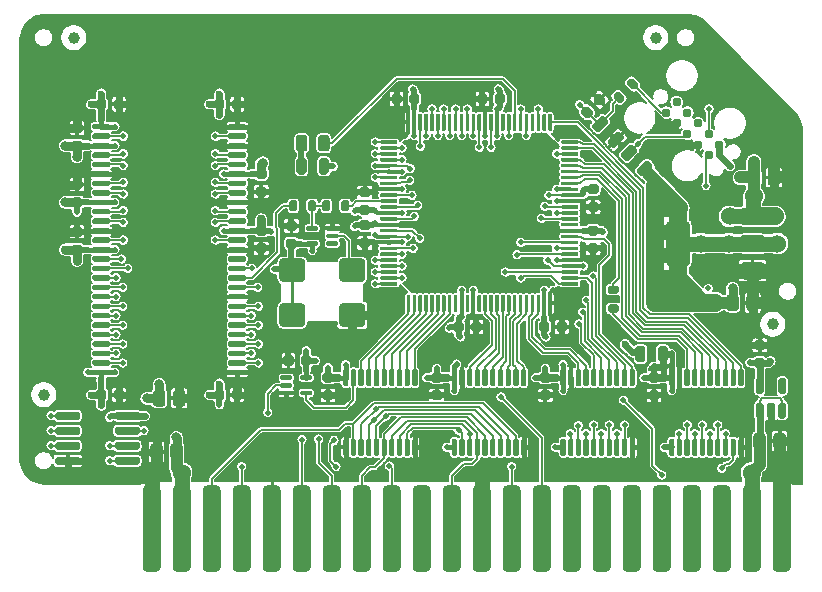
<source format=gtl>
G04 #@! TF.GenerationSoftware,KiCad,Pcbnew,(5.1.10-1-10_14)*
G04 #@! TF.CreationDate,2021-05-31T18:25:56-04:00*
G04 #@! TF.ProjectId,RAM2GS,52414d32-4753-42e6-9b69-6361645f7063,2.0*
G04 #@! TF.SameCoordinates,Original*
G04 #@! TF.FileFunction,Copper,L1,Top*
G04 #@! TF.FilePolarity,Positive*
%FSLAX46Y46*%
G04 Gerber Fmt 4.6, Leading zero omitted, Abs format (unit mm)*
G04 Created by KiCad (PCBNEW (5.1.10-1-10_14)) date 2021-05-31 18:25:56*
%MOMM*%
%LPD*%
G01*
G04 APERTURE LIST*
G04 #@! TA.AperFunction,SMDPad,CuDef*
%ADD10C,1.000000*%
G04 #@! TD*
G04 #@! TA.AperFunction,ConnectorPad*
%ADD11C,0.787400*%
G04 #@! TD*
G04 #@! TA.AperFunction,ComponentPad*
%ADD12C,2.000000*%
G04 #@! TD*
G04 #@! TA.AperFunction,ViaPad*
%ADD13C,0.500000*%
G04 #@! TD*
G04 #@! TA.AperFunction,ViaPad*
%ADD14C,0.600000*%
G04 #@! TD*
G04 #@! TA.AperFunction,ViaPad*
%ADD15C,0.800000*%
G04 #@! TD*
G04 #@! TA.AperFunction,ViaPad*
%ADD16C,0.762000*%
G04 #@! TD*
G04 #@! TA.AperFunction,ViaPad*
%ADD17C,1.524000*%
G04 #@! TD*
G04 #@! TA.AperFunction,ViaPad*
%ADD18C,1.000000*%
G04 #@! TD*
G04 #@! TA.AperFunction,ViaPad*
%ADD19C,0.508000*%
G04 #@! TD*
G04 #@! TA.AperFunction,Conductor*
%ADD20C,0.500000*%
G04 #@! TD*
G04 #@! TA.AperFunction,Conductor*
%ADD21C,0.450000*%
G04 #@! TD*
G04 #@! TA.AperFunction,Conductor*
%ADD22C,0.600000*%
G04 #@! TD*
G04 #@! TA.AperFunction,Conductor*
%ADD23C,0.800000*%
G04 #@! TD*
G04 #@! TA.AperFunction,Conductor*
%ADD24C,0.508000*%
G04 #@! TD*
G04 #@! TA.AperFunction,Conductor*
%ADD25C,0.762000*%
G04 #@! TD*
G04 #@! TA.AperFunction,Conductor*
%ADD26C,1.270000*%
G04 #@! TD*
G04 #@! TA.AperFunction,Conductor*
%ADD27C,1.524000*%
G04 #@! TD*
G04 #@! TA.AperFunction,Conductor*
%ADD28C,1.000000*%
G04 #@! TD*
G04 #@! TA.AperFunction,Conductor*
%ADD29C,0.400000*%
G04 #@! TD*
G04 #@! TA.AperFunction,Conductor*
%ADD30C,0.250000*%
G04 #@! TD*
G04 #@! TA.AperFunction,Conductor*
%ADD31C,0.300000*%
G04 #@! TD*
G04 #@! TA.AperFunction,Conductor*
%ADD32C,0.200000*%
G04 #@! TD*
G04 #@! TA.AperFunction,Conductor*
%ADD33C,0.254000*%
G04 #@! TD*
G04 #@! TA.AperFunction,Conductor*
%ADD34C,0.150000*%
G04 #@! TD*
G04 #@! TA.AperFunction,Conductor*
%ADD35C,0.700000*%
G04 #@! TD*
G04 #@! TA.AperFunction,Conductor*
%ADD36C,0.895000*%
G04 #@! TD*
G04 #@! TA.AperFunction,Conductor*
%ADD37C,0.100000*%
G04 #@! TD*
G04 #@! TA.AperFunction,Conductor*
%ADD38C,0.152400*%
G04 #@! TD*
G04 APERTURE END LIST*
G04 #@! TA.AperFunction,SMDPad,CuDef*
G36*
G01*
X94404765Y-100516466D02*
X94033534Y-100145235D01*
G75*
G02*
X94033534Y-99844715I150260J150260D01*
G01*
X94334055Y-99544194D01*
G75*
G02*
X94634575Y-99544194I150260J-150260D01*
G01*
X95005806Y-99915425D01*
G75*
G02*
X95005806Y-100215945I-150260J-150260D01*
G01*
X94705285Y-100516466D01*
G75*
G02*
X94404765Y-100516466I-150260J150260D01*
G01*
G37*
G04 #@! TD.AperFunction*
G04 #@! TA.AperFunction,SMDPad,CuDef*
G36*
G01*
X95465425Y-99455806D02*
X95094194Y-99084575D01*
G75*
G02*
X95094194Y-98784055I150260J150260D01*
G01*
X95394715Y-98483534D01*
G75*
G02*
X95695235Y-98483534I150260J-150260D01*
G01*
X96066466Y-98854765D01*
G75*
G02*
X96066466Y-99155285I-150260J-150260D01*
G01*
X95765945Y-99455806D01*
G75*
G02*
X95465425Y-99455806I-150260J150260D01*
G01*
G37*
G04 #@! TD.AperFunction*
G04 #@! TA.AperFunction,SMDPad,CuDef*
G36*
G01*
X98330329Y-98093935D02*
X97906065Y-97669671D01*
G75*
G02*
X97906065Y-97422183I123744J123744D01*
G01*
X98153553Y-97174695D01*
G75*
G02*
X98401041Y-97174695I123744J-123744D01*
G01*
X98825305Y-97598959D01*
G75*
G02*
X98825305Y-97846447I-123744J-123744D01*
G01*
X98577817Y-98093935D01*
G75*
G02*
X98330329Y-98093935I-123744J123744D01*
G01*
G37*
G04 #@! TD.AperFunction*
G04 #@! TA.AperFunction,SMDPad,CuDef*
G36*
G01*
X97198959Y-99225305D02*
X96774695Y-98801041D01*
G75*
G02*
X96774695Y-98553553I123744J123744D01*
G01*
X97022183Y-98306065D01*
G75*
G02*
X97269671Y-98306065I123744J-123744D01*
G01*
X97693935Y-98730329D01*
G75*
G02*
X97693935Y-98977817I-123744J-123744D01*
G01*
X97446447Y-99225305D01*
G75*
G02*
X97198959Y-99225305I-123744J123744D01*
G01*
G37*
G04 #@! TD.AperFunction*
G04 #@! TA.AperFunction,SMDPad,CuDef*
G36*
G01*
X71825000Y-105087500D02*
X71825000Y-104112500D01*
G75*
G02*
X72037500Y-103900000I212500J0D01*
G01*
X72462500Y-103900000D01*
G75*
G02*
X72675000Y-104112500I0J-212500D01*
G01*
X72675000Y-105087500D01*
G75*
G02*
X72462500Y-105300000I-212500J0D01*
G01*
X72037500Y-105300000D01*
G75*
G02*
X71825000Y-105087500I0J212500D01*
G01*
G37*
G04 #@! TD.AperFunction*
G04 #@! TA.AperFunction,SMDPad,CuDef*
G36*
G01*
X69925000Y-105087500D02*
X69925000Y-104112500D01*
G75*
G02*
X70137500Y-103900000I212500J0D01*
G01*
X70562500Y-103900000D01*
G75*
G02*
X70775000Y-104112500I0J-212500D01*
G01*
X70775000Y-105087500D01*
G75*
G02*
X70562500Y-105300000I-212500J0D01*
G01*
X70137500Y-105300000D01*
G75*
G02*
X69925000Y-105087500I0J212500D01*
G01*
G37*
G04 #@! TD.AperFunction*
G04 #@! TA.AperFunction,SMDPad,CuDef*
G36*
G01*
X70850000Y-102193750D02*
X70850000Y-103106250D01*
G75*
G02*
X70606250Y-103350000I-243750J0D01*
G01*
X70118750Y-103350000D01*
G75*
G02*
X69875000Y-103106250I0J243750D01*
G01*
X69875000Y-102193750D01*
G75*
G02*
X70118750Y-101950000I243750J0D01*
G01*
X70606250Y-101950000D01*
G75*
G02*
X70850000Y-102193750I0J-243750D01*
G01*
G37*
G04 #@! TD.AperFunction*
G04 #@! TA.AperFunction,SMDPad,CuDef*
G36*
G01*
X72725000Y-102193750D02*
X72725000Y-103106250D01*
G75*
G02*
X72481250Y-103350000I-243750J0D01*
G01*
X71993750Y-103350000D01*
G75*
G02*
X71750000Y-103106250I0J243750D01*
G01*
X71750000Y-102193750D01*
G75*
G02*
X71993750Y-101950000I243750J0D01*
G01*
X72481250Y-101950000D01*
G75*
G02*
X72725000Y-102193750I0J-243750D01*
G01*
G37*
G04 #@! TD.AperFunction*
G04 #@! TA.AperFunction,SMDPad,CuDef*
G36*
G01*
X71600000Y-107650000D02*
X71600000Y-108250000D01*
G75*
G02*
X71425000Y-108425000I-175000J0D01*
G01*
X71075000Y-108425000D01*
G75*
G02*
X70900000Y-108250000I0J175000D01*
G01*
X70900000Y-107650000D01*
G75*
G02*
X71075000Y-107475000I175000J0D01*
G01*
X71425000Y-107475000D01*
G75*
G02*
X71600000Y-107650000I0J-175000D01*
G01*
G37*
G04 #@! TD.AperFunction*
G04 #@! TA.AperFunction,SMDPad,CuDef*
G36*
G01*
X70000000Y-107650000D02*
X70000000Y-108250000D01*
G75*
G02*
X69825000Y-108425000I-175000J0D01*
G01*
X69475000Y-108425000D01*
G75*
G02*
X69300000Y-108250000I0J175000D01*
G01*
X69300000Y-107650000D01*
G75*
G02*
X69475000Y-107475000I175000J0D01*
G01*
X69825000Y-107475000D01*
G75*
G02*
X70000000Y-107650000I0J-175000D01*
G01*
G37*
G04 #@! TD.AperFunction*
G04 #@! TA.AperFunction,SMDPad,CuDef*
G36*
G01*
X73700000Y-108250000D02*
X73700000Y-107650000D01*
G75*
G02*
X73875000Y-107475000I175000J0D01*
G01*
X74225000Y-107475000D01*
G75*
G02*
X74400000Y-107650000I0J-175000D01*
G01*
X74400000Y-108250000D01*
G75*
G02*
X74225000Y-108425000I-175000J0D01*
G01*
X73875000Y-108425000D01*
G75*
G02*
X73700000Y-108250000I0J175000D01*
G01*
G37*
G04 #@! TD.AperFunction*
G04 #@! TA.AperFunction,SMDPad,CuDef*
G36*
G01*
X72100000Y-108250000D02*
X72100000Y-107650000D01*
G75*
G02*
X72275000Y-107475000I175000J0D01*
G01*
X72625000Y-107475000D01*
G75*
G02*
X72800000Y-107650000I0J-175000D01*
G01*
X72800000Y-108250000D01*
G75*
G02*
X72625000Y-108425000I-175000J0D01*
G01*
X72275000Y-108425000D01*
G75*
G02*
X72100000Y-108250000I0J175000D01*
G01*
G37*
G04 #@! TD.AperFunction*
G04 #@! TA.AperFunction,SMDPad,CuDef*
G36*
G01*
X54563000Y-125905000D02*
X54563000Y-125555000D01*
G75*
G02*
X54738000Y-125380000I175000J0D01*
G01*
X56488000Y-125380000D01*
G75*
G02*
X56663000Y-125555000I0J-175000D01*
G01*
X56663000Y-125905000D01*
G75*
G02*
X56488000Y-126080000I-175000J0D01*
G01*
X54738000Y-126080000D01*
G75*
G02*
X54563000Y-125905000I0J175000D01*
G01*
G37*
G04 #@! TD.AperFunction*
G04 #@! TA.AperFunction,SMDPad,CuDef*
G36*
G01*
X54563000Y-127175000D02*
X54563000Y-126825000D01*
G75*
G02*
X54738000Y-126650000I175000J0D01*
G01*
X56488000Y-126650000D01*
G75*
G02*
X56663000Y-126825000I0J-175000D01*
G01*
X56663000Y-127175000D01*
G75*
G02*
X56488000Y-127350000I-175000J0D01*
G01*
X54738000Y-127350000D01*
G75*
G02*
X54563000Y-127175000I0J175000D01*
G01*
G37*
G04 #@! TD.AperFunction*
G04 #@! TA.AperFunction,SMDPad,CuDef*
G36*
G01*
X54563000Y-128445000D02*
X54563000Y-128095000D01*
G75*
G02*
X54738000Y-127920000I175000J0D01*
G01*
X56488000Y-127920000D01*
G75*
G02*
X56663000Y-128095000I0J-175000D01*
G01*
X56663000Y-128445000D01*
G75*
G02*
X56488000Y-128620000I-175000J0D01*
G01*
X54738000Y-128620000D01*
G75*
G02*
X54563000Y-128445000I0J175000D01*
G01*
G37*
G04 #@! TD.AperFunction*
G04 #@! TA.AperFunction,SMDPad,CuDef*
G36*
G01*
X54563000Y-129715000D02*
X54563000Y-129365000D01*
G75*
G02*
X54738000Y-129190000I175000J0D01*
G01*
X56488000Y-129190000D01*
G75*
G02*
X56663000Y-129365000I0J-175000D01*
G01*
X56663000Y-129715000D01*
G75*
G02*
X56488000Y-129890000I-175000J0D01*
G01*
X54738000Y-129890000D01*
G75*
G02*
X54563000Y-129715000I0J175000D01*
G01*
G37*
G04 #@! TD.AperFunction*
G04 #@! TA.AperFunction,SMDPad,CuDef*
G36*
G01*
X49509000Y-129715000D02*
X49509000Y-129365000D01*
G75*
G02*
X49684000Y-129190000I175000J0D01*
G01*
X51434000Y-129190000D01*
G75*
G02*
X51609000Y-129365000I0J-175000D01*
G01*
X51609000Y-129715000D01*
G75*
G02*
X51434000Y-129890000I-175000J0D01*
G01*
X49684000Y-129890000D01*
G75*
G02*
X49509000Y-129715000I0J175000D01*
G01*
G37*
G04 #@! TD.AperFunction*
G04 #@! TA.AperFunction,SMDPad,CuDef*
G36*
G01*
X49509000Y-128445000D02*
X49509000Y-128095000D01*
G75*
G02*
X49684000Y-127920000I175000J0D01*
G01*
X51434000Y-127920000D01*
G75*
G02*
X51609000Y-128095000I0J-175000D01*
G01*
X51609000Y-128445000D01*
G75*
G02*
X51434000Y-128620000I-175000J0D01*
G01*
X49684000Y-128620000D01*
G75*
G02*
X49509000Y-128445000I0J175000D01*
G01*
G37*
G04 #@! TD.AperFunction*
G04 #@! TA.AperFunction,SMDPad,CuDef*
G36*
G01*
X49509000Y-127175000D02*
X49509000Y-126825000D01*
G75*
G02*
X49684000Y-126650000I175000J0D01*
G01*
X51434000Y-126650000D01*
G75*
G02*
X51609000Y-126825000I0J-175000D01*
G01*
X51609000Y-127175000D01*
G75*
G02*
X51434000Y-127350000I-175000J0D01*
G01*
X49684000Y-127350000D01*
G75*
G02*
X49509000Y-127175000I0J175000D01*
G01*
G37*
G04 #@! TD.AperFunction*
G04 #@! TA.AperFunction,SMDPad,CuDef*
G36*
G01*
X49509000Y-125905000D02*
X49509000Y-125555000D01*
G75*
G02*
X49684000Y-125380000I175000J0D01*
G01*
X51434000Y-125380000D01*
G75*
G02*
X51609000Y-125555000I0J-175000D01*
G01*
X51609000Y-125905000D01*
G75*
G02*
X51434000Y-126080000I-175000J0D01*
G01*
X49684000Y-126080000D01*
G75*
G02*
X49509000Y-125905000I0J175000D01*
G01*
G37*
G04 #@! TD.AperFunction*
G04 #@! TA.AperFunction,SMDPad,CuDef*
G36*
G01*
X79475000Y-116950000D02*
X79325000Y-116950000D01*
G75*
G02*
X79250000Y-116875000I0J75000D01*
G01*
X79250000Y-115550000D01*
G75*
G02*
X79325000Y-115475000I75000J0D01*
G01*
X79475000Y-115475000D01*
G75*
G02*
X79550000Y-115550000I0J-75000D01*
G01*
X79550000Y-116875000D01*
G75*
G02*
X79475000Y-116950000I-75000J0D01*
G01*
G37*
G04 #@! TD.AperFunction*
G04 #@! TA.AperFunction,SMDPad,CuDef*
G36*
G01*
X79975000Y-116950000D02*
X79825000Y-116950000D01*
G75*
G02*
X79750000Y-116875000I0J75000D01*
G01*
X79750000Y-115550000D01*
G75*
G02*
X79825000Y-115475000I75000J0D01*
G01*
X79975000Y-115475000D01*
G75*
G02*
X80050000Y-115550000I0J-75000D01*
G01*
X80050000Y-116875000D01*
G75*
G02*
X79975000Y-116950000I-75000J0D01*
G01*
G37*
G04 #@! TD.AperFunction*
G04 #@! TA.AperFunction,SMDPad,CuDef*
G36*
G01*
X80475000Y-116950000D02*
X80325000Y-116950000D01*
G75*
G02*
X80250000Y-116875000I0J75000D01*
G01*
X80250000Y-115550000D01*
G75*
G02*
X80325000Y-115475000I75000J0D01*
G01*
X80475000Y-115475000D01*
G75*
G02*
X80550000Y-115550000I0J-75000D01*
G01*
X80550000Y-116875000D01*
G75*
G02*
X80475000Y-116950000I-75000J0D01*
G01*
G37*
G04 #@! TD.AperFunction*
G04 #@! TA.AperFunction,SMDPad,CuDef*
G36*
G01*
X80975000Y-116950000D02*
X80825000Y-116950000D01*
G75*
G02*
X80750000Y-116875000I0J75000D01*
G01*
X80750000Y-115550000D01*
G75*
G02*
X80825000Y-115475000I75000J0D01*
G01*
X80975000Y-115475000D01*
G75*
G02*
X81050000Y-115550000I0J-75000D01*
G01*
X81050000Y-116875000D01*
G75*
G02*
X80975000Y-116950000I-75000J0D01*
G01*
G37*
G04 #@! TD.AperFunction*
G04 #@! TA.AperFunction,SMDPad,CuDef*
G36*
G01*
X81475000Y-116950000D02*
X81325000Y-116950000D01*
G75*
G02*
X81250000Y-116875000I0J75000D01*
G01*
X81250000Y-115550000D01*
G75*
G02*
X81325000Y-115475000I75000J0D01*
G01*
X81475000Y-115475000D01*
G75*
G02*
X81550000Y-115550000I0J-75000D01*
G01*
X81550000Y-116875000D01*
G75*
G02*
X81475000Y-116950000I-75000J0D01*
G01*
G37*
G04 #@! TD.AperFunction*
G04 #@! TA.AperFunction,SMDPad,CuDef*
G36*
G01*
X81975000Y-116950000D02*
X81825000Y-116950000D01*
G75*
G02*
X81750000Y-116875000I0J75000D01*
G01*
X81750000Y-115550000D01*
G75*
G02*
X81825000Y-115475000I75000J0D01*
G01*
X81975000Y-115475000D01*
G75*
G02*
X82050000Y-115550000I0J-75000D01*
G01*
X82050000Y-116875000D01*
G75*
G02*
X81975000Y-116950000I-75000J0D01*
G01*
G37*
G04 #@! TD.AperFunction*
G04 #@! TA.AperFunction,SMDPad,CuDef*
G36*
G01*
X82475000Y-116950000D02*
X82325000Y-116950000D01*
G75*
G02*
X82250000Y-116875000I0J75000D01*
G01*
X82250000Y-115550000D01*
G75*
G02*
X82325000Y-115475000I75000J0D01*
G01*
X82475000Y-115475000D01*
G75*
G02*
X82550000Y-115550000I0J-75000D01*
G01*
X82550000Y-116875000D01*
G75*
G02*
X82475000Y-116950000I-75000J0D01*
G01*
G37*
G04 #@! TD.AperFunction*
G04 #@! TA.AperFunction,SMDPad,CuDef*
G36*
G01*
X82975000Y-116950000D02*
X82825000Y-116950000D01*
G75*
G02*
X82750000Y-116875000I0J75000D01*
G01*
X82750000Y-115550000D01*
G75*
G02*
X82825000Y-115475000I75000J0D01*
G01*
X82975000Y-115475000D01*
G75*
G02*
X83050000Y-115550000I0J-75000D01*
G01*
X83050000Y-116875000D01*
G75*
G02*
X82975000Y-116950000I-75000J0D01*
G01*
G37*
G04 #@! TD.AperFunction*
G04 #@! TA.AperFunction,SMDPad,CuDef*
G36*
G01*
X83475000Y-116950000D02*
X83325000Y-116950000D01*
G75*
G02*
X83250000Y-116875000I0J75000D01*
G01*
X83250000Y-115550000D01*
G75*
G02*
X83325000Y-115475000I75000J0D01*
G01*
X83475000Y-115475000D01*
G75*
G02*
X83550000Y-115550000I0J-75000D01*
G01*
X83550000Y-116875000D01*
G75*
G02*
X83475000Y-116950000I-75000J0D01*
G01*
G37*
G04 #@! TD.AperFunction*
G04 #@! TA.AperFunction,SMDPad,CuDef*
G36*
G01*
X83975000Y-116950000D02*
X83825000Y-116950000D01*
G75*
G02*
X83750000Y-116875000I0J75000D01*
G01*
X83750000Y-115550000D01*
G75*
G02*
X83825000Y-115475000I75000J0D01*
G01*
X83975000Y-115475000D01*
G75*
G02*
X84050000Y-115550000I0J-75000D01*
G01*
X84050000Y-116875000D01*
G75*
G02*
X83975000Y-116950000I-75000J0D01*
G01*
G37*
G04 #@! TD.AperFunction*
G04 #@! TA.AperFunction,SMDPad,CuDef*
G36*
G01*
X84475000Y-116950000D02*
X84325000Y-116950000D01*
G75*
G02*
X84250000Y-116875000I0J75000D01*
G01*
X84250000Y-115550000D01*
G75*
G02*
X84325000Y-115475000I75000J0D01*
G01*
X84475000Y-115475000D01*
G75*
G02*
X84550000Y-115550000I0J-75000D01*
G01*
X84550000Y-116875000D01*
G75*
G02*
X84475000Y-116950000I-75000J0D01*
G01*
G37*
G04 #@! TD.AperFunction*
G04 #@! TA.AperFunction,SMDPad,CuDef*
G36*
G01*
X84975000Y-116950000D02*
X84825000Y-116950000D01*
G75*
G02*
X84750000Y-116875000I0J75000D01*
G01*
X84750000Y-115550000D01*
G75*
G02*
X84825000Y-115475000I75000J0D01*
G01*
X84975000Y-115475000D01*
G75*
G02*
X85050000Y-115550000I0J-75000D01*
G01*
X85050000Y-116875000D01*
G75*
G02*
X84975000Y-116950000I-75000J0D01*
G01*
G37*
G04 #@! TD.AperFunction*
G04 #@! TA.AperFunction,SMDPad,CuDef*
G36*
G01*
X85475000Y-116950000D02*
X85325000Y-116950000D01*
G75*
G02*
X85250000Y-116875000I0J75000D01*
G01*
X85250000Y-115550000D01*
G75*
G02*
X85325000Y-115475000I75000J0D01*
G01*
X85475000Y-115475000D01*
G75*
G02*
X85550000Y-115550000I0J-75000D01*
G01*
X85550000Y-116875000D01*
G75*
G02*
X85475000Y-116950000I-75000J0D01*
G01*
G37*
G04 #@! TD.AperFunction*
G04 #@! TA.AperFunction,SMDPad,CuDef*
G36*
G01*
X85975000Y-116950000D02*
X85825000Y-116950000D01*
G75*
G02*
X85750000Y-116875000I0J75000D01*
G01*
X85750000Y-115550000D01*
G75*
G02*
X85825000Y-115475000I75000J0D01*
G01*
X85975000Y-115475000D01*
G75*
G02*
X86050000Y-115550000I0J-75000D01*
G01*
X86050000Y-116875000D01*
G75*
G02*
X85975000Y-116950000I-75000J0D01*
G01*
G37*
G04 #@! TD.AperFunction*
G04 #@! TA.AperFunction,SMDPad,CuDef*
G36*
G01*
X86475000Y-116950000D02*
X86325000Y-116950000D01*
G75*
G02*
X86250000Y-116875000I0J75000D01*
G01*
X86250000Y-115550000D01*
G75*
G02*
X86325000Y-115475000I75000J0D01*
G01*
X86475000Y-115475000D01*
G75*
G02*
X86550000Y-115550000I0J-75000D01*
G01*
X86550000Y-116875000D01*
G75*
G02*
X86475000Y-116950000I-75000J0D01*
G01*
G37*
G04 #@! TD.AperFunction*
G04 #@! TA.AperFunction,SMDPad,CuDef*
G36*
G01*
X86975000Y-116950000D02*
X86825000Y-116950000D01*
G75*
G02*
X86750000Y-116875000I0J75000D01*
G01*
X86750000Y-115550000D01*
G75*
G02*
X86825000Y-115475000I75000J0D01*
G01*
X86975000Y-115475000D01*
G75*
G02*
X87050000Y-115550000I0J-75000D01*
G01*
X87050000Y-116875000D01*
G75*
G02*
X86975000Y-116950000I-75000J0D01*
G01*
G37*
G04 #@! TD.AperFunction*
G04 #@! TA.AperFunction,SMDPad,CuDef*
G36*
G01*
X87475000Y-116950000D02*
X87325000Y-116950000D01*
G75*
G02*
X87250000Y-116875000I0J75000D01*
G01*
X87250000Y-115550000D01*
G75*
G02*
X87325000Y-115475000I75000J0D01*
G01*
X87475000Y-115475000D01*
G75*
G02*
X87550000Y-115550000I0J-75000D01*
G01*
X87550000Y-116875000D01*
G75*
G02*
X87475000Y-116950000I-75000J0D01*
G01*
G37*
G04 #@! TD.AperFunction*
G04 #@! TA.AperFunction,SMDPad,CuDef*
G36*
G01*
X87975000Y-116950000D02*
X87825000Y-116950000D01*
G75*
G02*
X87750000Y-116875000I0J75000D01*
G01*
X87750000Y-115550000D01*
G75*
G02*
X87825000Y-115475000I75000J0D01*
G01*
X87975000Y-115475000D01*
G75*
G02*
X88050000Y-115550000I0J-75000D01*
G01*
X88050000Y-116875000D01*
G75*
G02*
X87975000Y-116950000I-75000J0D01*
G01*
G37*
G04 #@! TD.AperFunction*
G04 #@! TA.AperFunction,SMDPad,CuDef*
G36*
G01*
X88475000Y-116950000D02*
X88325000Y-116950000D01*
G75*
G02*
X88250000Y-116875000I0J75000D01*
G01*
X88250000Y-115550000D01*
G75*
G02*
X88325000Y-115475000I75000J0D01*
G01*
X88475000Y-115475000D01*
G75*
G02*
X88550000Y-115550000I0J-75000D01*
G01*
X88550000Y-116875000D01*
G75*
G02*
X88475000Y-116950000I-75000J0D01*
G01*
G37*
G04 #@! TD.AperFunction*
G04 #@! TA.AperFunction,SMDPad,CuDef*
G36*
G01*
X88975000Y-116950000D02*
X88825000Y-116950000D01*
G75*
G02*
X88750000Y-116875000I0J75000D01*
G01*
X88750000Y-115550000D01*
G75*
G02*
X88825000Y-115475000I75000J0D01*
G01*
X88975000Y-115475000D01*
G75*
G02*
X89050000Y-115550000I0J-75000D01*
G01*
X89050000Y-116875000D01*
G75*
G02*
X88975000Y-116950000I-75000J0D01*
G01*
G37*
G04 #@! TD.AperFunction*
G04 #@! TA.AperFunction,SMDPad,CuDef*
G36*
G01*
X89475000Y-116950000D02*
X89325000Y-116950000D01*
G75*
G02*
X89250000Y-116875000I0J75000D01*
G01*
X89250000Y-115550000D01*
G75*
G02*
X89325000Y-115475000I75000J0D01*
G01*
X89475000Y-115475000D01*
G75*
G02*
X89550000Y-115550000I0J-75000D01*
G01*
X89550000Y-116875000D01*
G75*
G02*
X89475000Y-116950000I-75000J0D01*
G01*
G37*
G04 #@! TD.AperFunction*
G04 #@! TA.AperFunction,SMDPad,CuDef*
G36*
G01*
X89975000Y-116950000D02*
X89825000Y-116950000D01*
G75*
G02*
X89750000Y-116875000I0J75000D01*
G01*
X89750000Y-115550000D01*
G75*
G02*
X89825000Y-115475000I75000J0D01*
G01*
X89975000Y-115475000D01*
G75*
G02*
X90050000Y-115550000I0J-75000D01*
G01*
X90050000Y-116875000D01*
G75*
G02*
X89975000Y-116950000I-75000J0D01*
G01*
G37*
G04 #@! TD.AperFunction*
G04 #@! TA.AperFunction,SMDPad,CuDef*
G36*
G01*
X90475000Y-116950000D02*
X90325000Y-116950000D01*
G75*
G02*
X90250000Y-116875000I0J75000D01*
G01*
X90250000Y-115550000D01*
G75*
G02*
X90325000Y-115475000I75000J0D01*
G01*
X90475000Y-115475000D01*
G75*
G02*
X90550000Y-115550000I0J-75000D01*
G01*
X90550000Y-116875000D01*
G75*
G02*
X90475000Y-116950000I-75000J0D01*
G01*
G37*
G04 #@! TD.AperFunction*
G04 #@! TA.AperFunction,SMDPad,CuDef*
G36*
G01*
X90975000Y-116950000D02*
X90825000Y-116950000D01*
G75*
G02*
X90750000Y-116875000I0J75000D01*
G01*
X90750000Y-115550000D01*
G75*
G02*
X90825000Y-115475000I75000J0D01*
G01*
X90975000Y-115475000D01*
G75*
G02*
X91050000Y-115550000I0J-75000D01*
G01*
X91050000Y-116875000D01*
G75*
G02*
X90975000Y-116950000I-75000J0D01*
G01*
G37*
G04 #@! TD.AperFunction*
G04 #@! TA.AperFunction,SMDPad,CuDef*
G36*
G01*
X91475000Y-116950000D02*
X91325000Y-116950000D01*
G75*
G02*
X91250000Y-116875000I0J75000D01*
G01*
X91250000Y-115550000D01*
G75*
G02*
X91325000Y-115475000I75000J0D01*
G01*
X91475000Y-115475000D01*
G75*
G02*
X91550000Y-115550000I0J-75000D01*
G01*
X91550000Y-116875000D01*
G75*
G02*
X91475000Y-116950000I-75000J0D01*
G01*
G37*
G04 #@! TD.AperFunction*
G04 #@! TA.AperFunction,SMDPad,CuDef*
G36*
G01*
X93725000Y-114700000D02*
X92400000Y-114700000D01*
G75*
G02*
X92325000Y-114625000I0J75000D01*
G01*
X92325000Y-114475000D01*
G75*
G02*
X92400000Y-114400000I75000J0D01*
G01*
X93725000Y-114400000D01*
G75*
G02*
X93800000Y-114475000I0J-75000D01*
G01*
X93800000Y-114625000D01*
G75*
G02*
X93725000Y-114700000I-75000J0D01*
G01*
G37*
G04 #@! TD.AperFunction*
G04 #@! TA.AperFunction,SMDPad,CuDef*
G36*
G01*
X93725000Y-114200000D02*
X92400000Y-114200000D01*
G75*
G02*
X92325000Y-114125000I0J75000D01*
G01*
X92325000Y-113975000D01*
G75*
G02*
X92400000Y-113900000I75000J0D01*
G01*
X93725000Y-113900000D01*
G75*
G02*
X93800000Y-113975000I0J-75000D01*
G01*
X93800000Y-114125000D01*
G75*
G02*
X93725000Y-114200000I-75000J0D01*
G01*
G37*
G04 #@! TD.AperFunction*
G04 #@! TA.AperFunction,SMDPad,CuDef*
G36*
G01*
X93725000Y-113700000D02*
X92400000Y-113700000D01*
G75*
G02*
X92325000Y-113625000I0J75000D01*
G01*
X92325000Y-113475000D01*
G75*
G02*
X92400000Y-113400000I75000J0D01*
G01*
X93725000Y-113400000D01*
G75*
G02*
X93800000Y-113475000I0J-75000D01*
G01*
X93800000Y-113625000D01*
G75*
G02*
X93725000Y-113700000I-75000J0D01*
G01*
G37*
G04 #@! TD.AperFunction*
G04 #@! TA.AperFunction,SMDPad,CuDef*
G36*
G01*
X93725000Y-113200000D02*
X92400000Y-113200000D01*
G75*
G02*
X92325000Y-113125000I0J75000D01*
G01*
X92325000Y-112975000D01*
G75*
G02*
X92400000Y-112900000I75000J0D01*
G01*
X93725000Y-112900000D01*
G75*
G02*
X93800000Y-112975000I0J-75000D01*
G01*
X93800000Y-113125000D01*
G75*
G02*
X93725000Y-113200000I-75000J0D01*
G01*
G37*
G04 #@! TD.AperFunction*
G04 #@! TA.AperFunction,SMDPad,CuDef*
G36*
G01*
X93725000Y-112700000D02*
X92400000Y-112700000D01*
G75*
G02*
X92325000Y-112625000I0J75000D01*
G01*
X92325000Y-112475000D01*
G75*
G02*
X92400000Y-112400000I75000J0D01*
G01*
X93725000Y-112400000D01*
G75*
G02*
X93800000Y-112475000I0J-75000D01*
G01*
X93800000Y-112625000D01*
G75*
G02*
X93725000Y-112700000I-75000J0D01*
G01*
G37*
G04 #@! TD.AperFunction*
G04 #@! TA.AperFunction,SMDPad,CuDef*
G36*
G01*
X93725000Y-112200000D02*
X92400000Y-112200000D01*
G75*
G02*
X92325000Y-112125000I0J75000D01*
G01*
X92325000Y-111975000D01*
G75*
G02*
X92400000Y-111900000I75000J0D01*
G01*
X93725000Y-111900000D01*
G75*
G02*
X93800000Y-111975000I0J-75000D01*
G01*
X93800000Y-112125000D01*
G75*
G02*
X93725000Y-112200000I-75000J0D01*
G01*
G37*
G04 #@! TD.AperFunction*
G04 #@! TA.AperFunction,SMDPad,CuDef*
G36*
G01*
X93725000Y-111700000D02*
X92400000Y-111700000D01*
G75*
G02*
X92325000Y-111625000I0J75000D01*
G01*
X92325000Y-111475000D01*
G75*
G02*
X92400000Y-111400000I75000J0D01*
G01*
X93725000Y-111400000D01*
G75*
G02*
X93800000Y-111475000I0J-75000D01*
G01*
X93800000Y-111625000D01*
G75*
G02*
X93725000Y-111700000I-75000J0D01*
G01*
G37*
G04 #@! TD.AperFunction*
G04 #@! TA.AperFunction,SMDPad,CuDef*
G36*
G01*
X93725000Y-111200000D02*
X92400000Y-111200000D01*
G75*
G02*
X92325000Y-111125000I0J75000D01*
G01*
X92325000Y-110975000D01*
G75*
G02*
X92400000Y-110900000I75000J0D01*
G01*
X93725000Y-110900000D01*
G75*
G02*
X93800000Y-110975000I0J-75000D01*
G01*
X93800000Y-111125000D01*
G75*
G02*
X93725000Y-111200000I-75000J0D01*
G01*
G37*
G04 #@! TD.AperFunction*
G04 #@! TA.AperFunction,SMDPad,CuDef*
G36*
G01*
X93725000Y-110700000D02*
X92400000Y-110700000D01*
G75*
G02*
X92325000Y-110625000I0J75000D01*
G01*
X92325000Y-110475000D01*
G75*
G02*
X92400000Y-110400000I75000J0D01*
G01*
X93725000Y-110400000D01*
G75*
G02*
X93800000Y-110475000I0J-75000D01*
G01*
X93800000Y-110625000D01*
G75*
G02*
X93725000Y-110700000I-75000J0D01*
G01*
G37*
G04 #@! TD.AperFunction*
G04 #@! TA.AperFunction,SMDPad,CuDef*
G36*
G01*
X93725000Y-110200000D02*
X92400000Y-110200000D01*
G75*
G02*
X92325000Y-110125000I0J75000D01*
G01*
X92325000Y-109975000D01*
G75*
G02*
X92400000Y-109900000I75000J0D01*
G01*
X93725000Y-109900000D01*
G75*
G02*
X93800000Y-109975000I0J-75000D01*
G01*
X93800000Y-110125000D01*
G75*
G02*
X93725000Y-110200000I-75000J0D01*
G01*
G37*
G04 #@! TD.AperFunction*
G04 #@! TA.AperFunction,SMDPad,CuDef*
G36*
G01*
X93725000Y-109700000D02*
X92400000Y-109700000D01*
G75*
G02*
X92325000Y-109625000I0J75000D01*
G01*
X92325000Y-109475000D01*
G75*
G02*
X92400000Y-109400000I75000J0D01*
G01*
X93725000Y-109400000D01*
G75*
G02*
X93800000Y-109475000I0J-75000D01*
G01*
X93800000Y-109625000D01*
G75*
G02*
X93725000Y-109700000I-75000J0D01*
G01*
G37*
G04 #@! TD.AperFunction*
G04 #@! TA.AperFunction,SMDPad,CuDef*
G36*
G01*
X93725000Y-109200000D02*
X92400000Y-109200000D01*
G75*
G02*
X92325000Y-109125000I0J75000D01*
G01*
X92325000Y-108975000D01*
G75*
G02*
X92400000Y-108900000I75000J0D01*
G01*
X93725000Y-108900000D01*
G75*
G02*
X93800000Y-108975000I0J-75000D01*
G01*
X93800000Y-109125000D01*
G75*
G02*
X93725000Y-109200000I-75000J0D01*
G01*
G37*
G04 #@! TD.AperFunction*
G04 #@! TA.AperFunction,SMDPad,CuDef*
G36*
G01*
X93725000Y-108700000D02*
X92400000Y-108700000D01*
G75*
G02*
X92325000Y-108625000I0J75000D01*
G01*
X92325000Y-108475000D01*
G75*
G02*
X92400000Y-108400000I75000J0D01*
G01*
X93725000Y-108400000D01*
G75*
G02*
X93800000Y-108475000I0J-75000D01*
G01*
X93800000Y-108625000D01*
G75*
G02*
X93725000Y-108700000I-75000J0D01*
G01*
G37*
G04 #@! TD.AperFunction*
G04 #@! TA.AperFunction,SMDPad,CuDef*
G36*
G01*
X93725000Y-108200000D02*
X92400000Y-108200000D01*
G75*
G02*
X92325000Y-108125000I0J75000D01*
G01*
X92325000Y-107975000D01*
G75*
G02*
X92400000Y-107900000I75000J0D01*
G01*
X93725000Y-107900000D01*
G75*
G02*
X93800000Y-107975000I0J-75000D01*
G01*
X93800000Y-108125000D01*
G75*
G02*
X93725000Y-108200000I-75000J0D01*
G01*
G37*
G04 #@! TD.AperFunction*
G04 #@! TA.AperFunction,SMDPad,CuDef*
G36*
G01*
X93725000Y-107700000D02*
X92400000Y-107700000D01*
G75*
G02*
X92325000Y-107625000I0J75000D01*
G01*
X92325000Y-107475000D01*
G75*
G02*
X92400000Y-107400000I75000J0D01*
G01*
X93725000Y-107400000D01*
G75*
G02*
X93800000Y-107475000I0J-75000D01*
G01*
X93800000Y-107625000D01*
G75*
G02*
X93725000Y-107700000I-75000J0D01*
G01*
G37*
G04 #@! TD.AperFunction*
G04 #@! TA.AperFunction,SMDPad,CuDef*
G36*
G01*
X93725000Y-107200000D02*
X92400000Y-107200000D01*
G75*
G02*
X92325000Y-107125000I0J75000D01*
G01*
X92325000Y-106975000D01*
G75*
G02*
X92400000Y-106900000I75000J0D01*
G01*
X93725000Y-106900000D01*
G75*
G02*
X93800000Y-106975000I0J-75000D01*
G01*
X93800000Y-107125000D01*
G75*
G02*
X93725000Y-107200000I-75000J0D01*
G01*
G37*
G04 #@! TD.AperFunction*
G04 #@! TA.AperFunction,SMDPad,CuDef*
G36*
G01*
X93725000Y-106700000D02*
X92400000Y-106700000D01*
G75*
G02*
X92325000Y-106625000I0J75000D01*
G01*
X92325000Y-106475000D01*
G75*
G02*
X92400000Y-106400000I75000J0D01*
G01*
X93725000Y-106400000D01*
G75*
G02*
X93800000Y-106475000I0J-75000D01*
G01*
X93800000Y-106625000D01*
G75*
G02*
X93725000Y-106700000I-75000J0D01*
G01*
G37*
G04 #@! TD.AperFunction*
G04 #@! TA.AperFunction,SMDPad,CuDef*
G36*
G01*
X93725000Y-106200000D02*
X92400000Y-106200000D01*
G75*
G02*
X92325000Y-106125000I0J75000D01*
G01*
X92325000Y-105975000D01*
G75*
G02*
X92400000Y-105900000I75000J0D01*
G01*
X93725000Y-105900000D01*
G75*
G02*
X93800000Y-105975000I0J-75000D01*
G01*
X93800000Y-106125000D01*
G75*
G02*
X93725000Y-106200000I-75000J0D01*
G01*
G37*
G04 #@! TD.AperFunction*
G04 #@! TA.AperFunction,SMDPad,CuDef*
G36*
G01*
X93725000Y-105700000D02*
X92400000Y-105700000D01*
G75*
G02*
X92325000Y-105625000I0J75000D01*
G01*
X92325000Y-105475000D01*
G75*
G02*
X92400000Y-105400000I75000J0D01*
G01*
X93725000Y-105400000D01*
G75*
G02*
X93800000Y-105475000I0J-75000D01*
G01*
X93800000Y-105625000D01*
G75*
G02*
X93725000Y-105700000I-75000J0D01*
G01*
G37*
G04 #@! TD.AperFunction*
G04 #@! TA.AperFunction,SMDPad,CuDef*
G36*
G01*
X93725000Y-105200000D02*
X92400000Y-105200000D01*
G75*
G02*
X92325000Y-105125000I0J75000D01*
G01*
X92325000Y-104975000D01*
G75*
G02*
X92400000Y-104900000I75000J0D01*
G01*
X93725000Y-104900000D01*
G75*
G02*
X93800000Y-104975000I0J-75000D01*
G01*
X93800000Y-105125000D01*
G75*
G02*
X93725000Y-105200000I-75000J0D01*
G01*
G37*
G04 #@! TD.AperFunction*
G04 #@! TA.AperFunction,SMDPad,CuDef*
G36*
G01*
X93725000Y-104700000D02*
X92400000Y-104700000D01*
G75*
G02*
X92325000Y-104625000I0J75000D01*
G01*
X92325000Y-104475000D01*
G75*
G02*
X92400000Y-104400000I75000J0D01*
G01*
X93725000Y-104400000D01*
G75*
G02*
X93800000Y-104475000I0J-75000D01*
G01*
X93800000Y-104625000D01*
G75*
G02*
X93725000Y-104700000I-75000J0D01*
G01*
G37*
G04 #@! TD.AperFunction*
G04 #@! TA.AperFunction,SMDPad,CuDef*
G36*
G01*
X93725000Y-104200000D02*
X92400000Y-104200000D01*
G75*
G02*
X92325000Y-104125000I0J75000D01*
G01*
X92325000Y-103975000D01*
G75*
G02*
X92400000Y-103900000I75000J0D01*
G01*
X93725000Y-103900000D01*
G75*
G02*
X93800000Y-103975000I0J-75000D01*
G01*
X93800000Y-104125000D01*
G75*
G02*
X93725000Y-104200000I-75000J0D01*
G01*
G37*
G04 #@! TD.AperFunction*
G04 #@! TA.AperFunction,SMDPad,CuDef*
G36*
G01*
X93725000Y-103700000D02*
X92400000Y-103700000D01*
G75*
G02*
X92325000Y-103625000I0J75000D01*
G01*
X92325000Y-103475000D01*
G75*
G02*
X92400000Y-103400000I75000J0D01*
G01*
X93725000Y-103400000D01*
G75*
G02*
X93800000Y-103475000I0J-75000D01*
G01*
X93800000Y-103625000D01*
G75*
G02*
X93725000Y-103700000I-75000J0D01*
G01*
G37*
G04 #@! TD.AperFunction*
G04 #@! TA.AperFunction,SMDPad,CuDef*
G36*
G01*
X93725000Y-103200000D02*
X92400000Y-103200000D01*
G75*
G02*
X92325000Y-103125000I0J75000D01*
G01*
X92325000Y-102975000D01*
G75*
G02*
X92400000Y-102900000I75000J0D01*
G01*
X93725000Y-102900000D01*
G75*
G02*
X93800000Y-102975000I0J-75000D01*
G01*
X93800000Y-103125000D01*
G75*
G02*
X93725000Y-103200000I-75000J0D01*
G01*
G37*
G04 #@! TD.AperFunction*
G04 #@! TA.AperFunction,SMDPad,CuDef*
G36*
G01*
X93725000Y-102700000D02*
X92400000Y-102700000D01*
G75*
G02*
X92325000Y-102625000I0J75000D01*
G01*
X92325000Y-102475000D01*
G75*
G02*
X92400000Y-102400000I75000J0D01*
G01*
X93725000Y-102400000D01*
G75*
G02*
X93800000Y-102475000I0J-75000D01*
G01*
X93800000Y-102625000D01*
G75*
G02*
X93725000Y-102700000I-75000J0D01*
G01*
G37*
G04 #@! TD.AperFunction*
G04 #@! TA.AperFunction,SMDPad,CuDef*
G36*
G01*
X91475000Y-101625000D02*
X91325000Y-101625000D01*
G75*
G02*
X91250000Y-101550000I0J75000D01*
G01*
X91250000Y-100225000D01*
G75*
G02*
X91325000Y-100150000I75000J0D01*
G01*
X91475000Y-100150000D01*
G75*
G02*
X91550000Y-100225000I0J-75000D01*
G01*
X91550000Y-101550000D01*
G75*
G02*
X91475000Y-101625000I-75000J0D01*
G01*
G37*
G04 #@! TD.AperFunction*
G04 #@! TA.AperFunction,SMDPad,CuDef*
G36*
G01*
X90975000Y-101625000D02*
X90825000Y-101625000D01*
G75*
G02*
X90750000Y-101550000I0J75000D01*
G01*
X90750000Y-100225000D01*
G75*
G02*
X90825000Y-100150000I75000J0D01*
G01*
X90975000Y-100150000D01*
G75*
G02*
X91050000Y-100225000I0J-75000D01*
G01*
X91050000Y-101550000D01*
G75*
G02*
X90975000Y-101625000I-75000J0D01*
G01*
G37*
G04 #@! TD.AperFunction*
G04 #@! TA.AperFunction,SMDPad,CuDef*
G36*
G01*
X90475000Y-101625000D02*
X90325000Y-101625000D01*
G75*
G02*
X90250000Y-101550000I0J75000D01*
G01*
X90250000Y-100225000D01*
G75*
G02*
X90325000Y-100150000I75000J0D01*
G01*
X90475000Y-100150000D01*
G75*
G02*
X90550000Y-100225000I0J-75000D01*
G01*
X90550000Y-101550000D01*
G75*
G02*
X90475000Y-101625000I-75000J0D01*
G01*
G37*
G04 #@! TD.AperFunction*
G04 #@! TA.AperFunction,SMDPad,CuDef*
G36*
G01*
X89975000Y-101625000D02*
X89825000Y-101625000D01*
G75*
G02*
X89750000Y-101550000I0J75000D01*
G01*
X89750000Y-100225000D01*
G75*
G02*
X89825000Y-100150000I75000J0D01*
G01*
X89975000Y-100150000D01*
G75*
G02*
X90050000Y-100225000I0J-75000D01*
G01*
X90050000Y-101550000D01*
G75*
G02*
X89975000Y-101625000I-75000J0D01*
G01*
G37*
G04 #@! TD.AperFunction*
G04 #@! TA.AperFunction,SMDPad,CuDef*
G36*
G01*
X89475000Y-101625000D02*
X89325000Y-101625000D01*
G75*
G02*
X89250000Y-101550000I0J75000D01*
G01*
X89250000Y-100225000D01*
G75*
G02*
X89325000Y-100150000I75000J0D01*
G01*
X89475000Y-100150000D01*
G75*
G02*
X89550000Y-100225000I0J-75000D01*
G01*
X89550000Y-101550000D01*
G75*
G02*
X89475000Y-101625000I-75000J0D01*
G01*
G37*
G04 #@! TD.AperFunction*
G04 #@! TA.AperFunction,SMDPad,CuDef*
G36*
G01*
X88975000Y-101625000D02*
X88825000Y-101625000D01*
G75*
G02*
X88750000Y-101550000I0J75000D01*
G01*
X88750000Y-100225000D01*
G75*
G02*
X88825000Y-100150000I75000J0D01*
G01*
X88975000Y-100150000D01*
G75*
G02*
X89050000Y-100225000I0J-75000D01*
G01*
X89050000Y-101550000D01*
G75*
G02*
X88975000Y-101625000I-75000J0D01*
G01*
G37*
G04 #@! TD.AperFunction*
G04 #@! TA.AperFunction,SMDPad,CuDef*
G36*
G01*
X88475000Y-101625000D02*
X88325000Y-101625000D01*
G75*
G02*
X88250000Y-101550000I0J75000D01*
G01*
X88250000Y-100225000D01*
G75*
G02*
X88325000Y-100150000I75000J0D01*
G01*
X88475000Y-100150000D01*
G75*
G02*
X88550000Y-100225000I0J-75000D01*
G01*
X88550000Y-101550000D01*
G75*
G02*
X88475000Y-101625000I-75000J0D01*
G01*
G37*
G04 #@! TD.AperFunction*
G04 #@! TA.AperFunction,SMDPad,CuDef*
G36*
G01*
X87975000Y-101625000D02*
X87825000Y-101625000D01*
G75*
G02*
X87750000Y-101550000I0J75000D01*
G01*
X87750000Y-100225000D01*
G75*
G02*
X87825000Y-100150000I75000J0D01*
G01*
X87975000Y-100150000D01*
G75*
G02*
X88050000Y-100225000I0J-75000D01*
G01*
X88050000Y-101550000D01*
G75*
G02*
X87975000Y-101625000I-75000J0D01*
G01*
G37*
G04 #@! TD.AperFunction*
G04 #@! TA.AperFunction,SMDPad,CuDef*
G36*
G01*
X87475000Y-101625000D02*
X87325000Y-101625000D01*
G75*
G02*
X87250000Y-101550000I0J75000D01*
G01*
X87250000Y-100225000D01*
G75*
G02*
X87325000Y-100150000I75000J0D01*
G01*
X87475000Y-100150000D01*
G75*
G02*
X87550000Y-100225000I0J-75000D01*
G01*
X87550000Y-101550000D01*
G75*
G02*
X87475000Y-101625000I-75000J0D01*
G01*
G37*
G04 #@! TD.AperFunction*
G04 #@! TA.AperFunction,SMDPad,CuDef*
G36*
G01*
X86975000Y-101625000D02*
X86825000Y-101625000D01*
G75*
G02*
X86750000Y-101550000I0J75000D01*
G01*
X86750000Y-100225000D01*
G75*
G02*
X86825000Y-100150000I75000J0D01*
G01*
X86975000Y-100150000D01*
G75*
G02*
X87050000Y-100225000I0J-75000D01*
G01*
X87050000Y-101550000D01*
G75*
G02*
X86975000Y-101625000I-75000J0D01*
G01*
G37*
G04 #@! TD.AperFunction*
G04 #@! TA.AperFunction,SMDPad,CuDef*
G36*
G01*
X86475000Y-101625000D02*
X86325000Y-101625000D01*
G75*
G02*
X86250000Y-101550000I0J75000D01*
G01*
X86250000Y-100225000D01*
G75*
G02*
X86325000Y-100150000I75000J0D01*
G01*
X86475000Y-100150000D01*
G75*
G02*
X86550000Y-100225000I0J-75000D01*
G01*
X86550000Y-101550000D01*
G75*
G02*
X86475000Y-101625000I-75000J0D01*
G01*
G37*
G04 #@! TD.AperFunction*
G04 #@! TA.AperFunction,SMDPad,CuDef*
G36*
G01*
X85975000Y-101625000D02*
X85825000Y-101625000D01*
G75*
G02*
X85750000Y-101550000I0J75000D01*
G01*
X85750000Y-100225000D01*
G75*
G02*
X85825000Y-100150000I75000J0D01*
G01*
X85975000Y-100150000D01*
G75*
G02*
X86050000Y-100225000I0J-75000D01*
G01*
X86050000Y-101550000D01*
G75*
G02*
X85975000Y-101625000I-75000J0D01*
G01*
G37*
G04 #@! TD.AperFunction*
G04 #@! TA.AperFunction,SMDPad,CuDef*
G36*
G01*
X85475000Y-101625000D02*
X85325000Y-101625000D01*
G75*
G02*
X85250000Y-101550000I0J75000D01*
G01*
X85250000Y-100225000D01*
G75*
G02*
X85325000Y-100150000I75000J0D01*
G01*
X85475000Y-100150000D01*
G75*
G02*
X85550000Y-100225000I0J-75000D01*
G01*
X85550000Y-101550000D01*
G75*
G02*
X85475000Y-101625000I-75000J0D01*
G01*
G37*
G04 #@! TD.AperFunction*
G04 #@! TA.AperFunction,SMDPad,CuDef*
G36*
G01*
X84975000Y-101625000D02*
X84825000Y-101625000D01*
G75*
G02*
X84750000Y-101550000I0J75000D01*
G01*
X84750000Y-100225000D01*
G75*
G02*
X84825000Y-100150000I75000J0D01*
G01*
X84975000Y-100150000D01*
G75*
G02*
X85050000Y-100225000I0J-75000D01*
G01*
X85050000Y-101550000D01*
G75*
G02*
X84975000Y-101625000I-75000J0D01*
G01*
G37*
G04 #@! TD.AperFunction*
G04 #@! TA.AperFunction,SMDPad,CuDef*
G36*
G01*
X84475000Y-101625000D02*
X84325000Y-101625000D01*
G75*
G02*
X84250000Y-101550000I0J75000D01*
G01*
X84250000Y-100225000D01*
G75*
G02*
X84325000Y-100150000I75000J0D01*
G01*
X84475000Y-100150000D01*
G75*
G02*
X84550000Y-100225000I0J-75000D01*
G01*
X84550000Y-101550000D01*
G75*
G02*
X84475000Y-101625000I-75000J0D01*
G01*
G37*
G04 #@! TD.AperFunction*
G04 #@! TA.AperFunction,SMDPad,CuDef*
G36*
G01*
X83975000Y-101625000D02*
X83825000Y-101625000D01*
G75*
G02*
X83750000Y-101550000I0J75000D01*
G01*
X83750000Y-100225000D01*
G75*
G02*
X83825000Y-100150000I75000J0D01*
G01*
X83975000Y-100150000D01*
G75*
G02*
X84050000Y-100225000I0J-75000D01*
G01*
X84050000Y-101550000D01*
G75*
G02*
X83975000Y-101625000I-75000J0D01*
G01*
G37*
G04 #@! TD.AperFunction*
G04 #@! TA.AperFunction,SMDPad,CuDef*
G36*
G01*
X83475000Y-101625000D02*
X83325000Y-101625000D01*
G75*
G02*
X83250000Y-101550000I0J75000D01*
G01*
X83250000Y-100225000D01*
G75*
G02*
X83325000Y-100150000I75000J0D01*
G01*
X83475000Y-100150000D01*
G75*
G02*
X83550000Y-100225000I0J-75000D01*
G01*
X83550000Y-101550000D01*
G75*
G02*
X83475000Y-101625000I-75000J0D01*
G01*
G37*
G04 #@! TD.AperFunction*
G04 #@! TA.AperFunction,SMDPad,CuDef*
G36*
G01*
X82975000Y-101625000D02*
X82825000Y-101625000D01*
G75*
G02*
X82750000Y-101550000I0J75000D01*
G01*
X82750000Y-100225000D01*
G75*
G02*
X82825000Y-100150000I75000J0D01*
G01*
X82975000Y-100150000D01*
G75*
G02*
X83050000Y-100225000I0J-75000D01*
G01*
X83050000Y-101550000D01*
G75*
G02*
X82975000Y-101625000I-75000J0D01*
G01*
G37*
G04 #@! TD.AperFunction*
G04 #@! TA.AperFunction,SMDPad,CuDef*
G36*
G01*
X82475000Y-101625000D02*
X82325000Y-101625000D01*
G75*
G02*
X82250000Y-101550000I0J75000D01*
G01*
X82250000Y-100225000D01*
G75*
G02*
X82325000Y-100150000I75000J0D01*
G01*
X82475000Y-100150000D01*
G75*
G02*
X82550000Y-100225000I0J-75000D01*
G01*
X82550000Y-101550000D01*
G75*
G02*
X82475000Y-101625000I-75000J0D01*
G01*
G37*
G04 #@! TD.AperFunction*
G04 #@! TA.AperFunction,SMDPad,CuDef*
G36*
G01*
X81975000Y-101625000D02*
X81825000Y-101625000D01*
G75*
G02*
X81750000Y-101550000I0J75000D01*
G01*
X81750000Y-100225000D01*
G75*
G02*
X81825000Y-100150000I75000J0D01*
G01*
X81975000Y-100150000D01*
G75*
G02*
X82050000Y-100225000I0J-75000D01*
G01*
X82050000Y-101550000D01*
G75*
G02*
X81975000Y-101625000I-75000J0D01*
G01*
G37*
G04 #@! TD.AperFunction*
G04 #@! TA.AperFunction,SMDPad,CuDef*
G36*
G01*
X81475000Y-101625000D02*
X81325000Y-101625000D01*
G75*
G02*
X81250000Y-101550000I0J75000D01*
G01*
X81250000Y-100225000D01*
G75*
G02*
X81325000Y-100150000I75000J0D01*
G01*
X81475000Y-100150000D01*
G75*
G02*
X81550000Y-100225000I0J-75000D01*
G01*
X81550000Y-101550000D01*
G75*
G02*
X81475000Y-101625000I-75000J0D01*
G01*
G37*
G04 #@! TD.AperFunction*
G04 #@! TA.AperFunction,SMDPad,CuDef*
G36*
G01*
X80975000Y-101625000D02*
X80825000Y-101625000D01*
G75*
G02*
X80750000Y-101550000I0J75000D01*
G01*
X80750000Y-100225000D01*
G75*
G02*
X80825000Y-100150000I75000J0D01*
G01*
X80975000Y-100150000D01*
G75*
G02*
X81050000Y-100225000I0J-75000D01*
G01*
X81050000Y-101550000D01*
G75*
G02*
X80975000Y-101625000I-75000J0D01*
G01*
G37*
G04 #@! TD.AperFunction*
G04 #@! TA.AperFunction,SMDPad,CuDef*
G36*
G01*
X80475000Y-101625000D02*
X80325000Y-101625000D01*
G75*
G02*
X80250000Y-101550000I0J75000D01*
G01*
X80250000Y-100225000D01*
G75*
G02*
X80325000Y-100150000I75000J0D01*
G01*
X80475000Y-100150000D01*
G75*
G02*
X80550000Y-100225000I0J-75000D01*
G01*
X80550000Y-101550000D01*
G75*
G02*
X80475000Y-101625000I-75000J0D01*
G01*
G37*
G04 #@! TD.AperFunction*
G04 #@! TA.AperFunction,SMDPad,CuDef*
G36*
G01*
X79975000Y-101625000D02*
X79825000Y-101625000D01*
G75*
G02*
X79750000Y-101550000I0J75000D01*
G01*
X79750000Y-100225000D01*
G75*
G02*
X79825000Y-100150000I75000J0D01*
G01*
X79975000Y-100150000D01*
G75*
G02*
X80050000Y-100225000I0J-75000D01*
G01*
X80050000Y-101550000D01*
G75*
G02*
X79975000Y-101625000I-75000J0D01*
G01*
G37*
G04 #@! TD.AperFunction*
G04 #@! TA.AperFunction,SMDPad,CuDef*
G36*
G01*
X79475000Y-101625000D02*
X79325000Y-101625000D01*
G75*
G02*
X79250000Y-101550000I0J75000D01*
G01*
X79250000Y-100225000D01*
G75*
G02*
X79325000Y-100150000I75000J0D01*
G01*
X79475000Y-100150000D01*
G75*
G02*
X79550000Y-100225000I0J-75000D01*
G01*
X79550000Y-101550000D01*
G75*
G02*
X79475000Y-101625000I-75000J0D01*
G01*
G37*
G04 #@! TD.AperFunction*
G04 #@! TA.AperFunction,SMDPad,CuDef*
G36*
G01*
X78400000Y-102700000D02*
X77075000Y-102700000D01*
G75*
G02*
X77000000Y-102625000I0J75000D01*
G01*
X77000000Y-102475000D01*
G75*
G02*
X77075000Y-102400000I75000J0D01*
G01*
X78400000Y-102400000D01*
G75*
G02*
X78475000Y-102475000I0J-75000D01*
G01*
X78475000Y-102625000D01*
G75*
G02*
X78400000Y-102700000I-75000J0D01*
G01*
G37*
G04 #@! TD.AperFunction*
G04 #@! TA.AperFunction,SMDPad,CuDef*
G36*
G01*
X78400000Y-103200000D02*
X77075000Y-103200000D01*
G75*
G02*
X77000000Y-103125000I0J75000D01*
G01*
X77000000Y-102975000D01*
G75*
G02*
X77075000Y-102900000I75000J0D01*
G01*
X78400000Y-102900000D01*
G75*
G02*
X78475000Y-102975000I0J-75000D01*
G01*
X78475000Y-103125000D01*
G75*
G02*
X78400000Y-103200000I-75000J0D01*
G01*
G37*
G04 #@! TD.AperFunction*
G04 #@! TA.AperFunction,SMDPad,CuDef*
G36*
G01*
X78400000Y-103700000D02*
X77075000Y-103700000D01*
G75*
G02*
X77000000Y-103625000I0J75000D01*
G01*
X77000000Y-103475000D01*
G75*
G02*
X77075000Y-103400000I75000J0D01*
G01*
X78400000Y-103400000D01*
G75*
G02*
X78475000Y-103475000I0J-75000D01*
G01*
X78475000Y-103625000D01*
G75*
G02*
X78400000Y-103700000I-75000J0D01*
G01*
G37*
G04 #@! TD.AperFunction*
G04 #@! TA.AperFunction,SMDPad,CuDef*
G36*
G01*
X78400000Y-104200000D02*
X77075000Y-104200000D01*
G75*
G02*
X77000000Y-104125000I0J75000D01*
G01*
X77000000Y-103975000D01*
G75*
G02*
X77075000Y-103900000I75000J0D01*
G01*
X78400000Y-103900000D01*
G75*
G02*
X78475000Y-103975000I0J-75000D01*
G01*
X78475000Y-104125000D01*
G75*
G02*
X78400000Y-104200000I-75000J0D01*
G01*
G37*
G04 #@! TD.AperFunction*
G04 #@! TA.AperFunction,SMDPad,CuDef*
G36*
G01*
X78400000Y-104700000D02*
X77075000Y-104700000D01*
G75*
G02*
X77000000Y-104625000I0J75000D01*
G01*
X77000000Y-104475000D01*
G75*
G02*
X77075000Y-104400000I75000J0D01*
G01*
X78400000Y-104400000D01*
G75*
G02*
X78475000Y-104475000I0J-75000D01*
G01*
X78475000Y-104625000D01*
G75*
G02*
X78400000Y-104700000I-75000J0D01*
G01*
G37*
G04 #@! TD.AperFunction*
G04 #@! TA.AperFunction,SMDPad,CuDef*
G36*
G01*
X78400000Y-105200000D02*
X77075000Y-105200000D01*
G75*
G02*
X77000000Y-105125000I0J75000D01*
G01*
X77000000Y-104975000D01*
G75*
G02*
X77075000Y-104900000I75000J0D01*
G01*
X78400000Y-104900000D01*
G75*
G02*
X78475000Y-104975000I0J-75000D01*
G01*
X78475000Y-105125000D01*
G75*
G02*
X78400000Y-105200000I-75000J0D01*
G01*
G37*
G04 #@! TD.AperFunction*
G04 #@! TA.AperFunction,SMDPad,CuDef*
G36*
G01*
X78400000Y-105700000D02*
X77075000Y-105700000D01*
G75*
G02*
X77000000Y-105625000I0J75000D01*
G01*
X77000000Y-105475000D01*
G75*
G02*
X77075000Y-105400000I75000J0D01*
G01*
X78400000Y-105400000D01*
G75*
G02*
X78475000Y-105475000I0J-75000D01*
G01*
X78475000Y-105625000D01*
G75*
G02*
X78400000Y-105700000I-75000J0D01*
G01*
G37*
G04 #@! TD.AperFunction*
G04 #@! TA.AperFunction,SMDPad,CuDef*
G36*
G01*
X78400000Y-106200000D02*
X77075000Y-106200000D01*
G75*
G02*
X77000000Y-106125000I0J75000D01*
G01*
X77000000Y-105975000D01*
G75*
G02*
X77075000Y-105900000I75000J0D01*
G01*
X78400000Y-105900000D01*
G75*
G02*
X78475000Y-105975000I0J-75000D01*
G01*
X78475000Y-106125000D01*
G75*
G02*
X78400000Y-106200000I-75000J0D01*
G01*
G37*
G04 #@! TD.AperFunction*
G04 #@! TA.AperFunction,SMDPad,CuDef*
G36*
G01*
X78400000Y-106700000D02*
X77075000Y-106700000D01*
G75*
G02*
X77000000Y-106625000I0J75000D01*
G01*
X77000000Y-106475000D01*
G75*
G02*
X77075000Y-106400000I75000J0D01*
G01*
X78400000Y-106400000D01*
G75*
G02*
X78475000Y-106475000I0J-75000D01*
G01*
X78475000Y-106625000D01*
G75*
G02*
X78400000Y-106700000I-75000J0D01*
G01*
G37*
G04 #@! TD.AperFunction*
G04 #@! TA.AperFunction,SMDPad,CuDef*
G36*
G01*
X78400000Y-107200000D02*
X77075000Y-107200000D01*
G75*
G02*
X77000000Y-107125000I0J75000D01*
G01*
X77000000Y-106975000D01*
G75*
G02*
X77075000Y-106900000I75000J0D01*
G01*
X78400000Y-106900000D01*
G75*
G02*
X78475000Y-106975000I0J-75000D01*
G01*
X78475000Y-107125000D01*
G75*
G02*
X78400000Y-107200000I-75000J0D01*
G01*
G37*
G04 #@! TD.AperFunction*
G04 #@! TA.AperFunction,SMDPad,CuDef*
G36*
G01*
X78400000Y-107700000D02*
X77075000Y-107700000D01*
G75*
G02*
X77000000Y-107625000I0J75000D01*
G01*
X77000000Y-107475000D01*
G75*
G02*
X77075000Y-107400000I75000J0D01*
G01*
X78400000Y-107400000D01*
G75*
G02*
X78475000Y-107475000I0J-75000D01*
G01*
X78475000Y-107625000D01*
G75*
G02*
X78400000Y-107700000I-75000J0D01*
G01*
G37*
G04 #@! TD.AperFunction*
G04 #@! TA.AperFunction,SMDPad,CuDef*
G36*
G01*
X78400000Y-108200000D02*
X77075000Y-108200000D01*
G75*
G02*
X77000000Y-108125000I0J75000D01*
G01*
X77000000Y-107975000D01*
G75*
G02*
X77075000Y-107900000I75000J0D01*
G01*
X78400000Y-107900000D01*
G75*
G02*
X78475000Y-107975000I0J-75000D01*
G01*
X78475000Y-108125000D01*
G75*
G02*
X78400000Y-108200000I-75000J0D01*
G01*
G37*
G04 #@! TD.AperFunction*
G04 #@! TA.AperFunction,SMDPad,CuDef*
G36*
G01*
X78400000Y-108700000D02*
X77075000Y-108700000D01*
G75*
G02*
X77000000Y-108625000I0J75000D01*
G01*
X77000000Y-108475000D01*
G75*
G02*
X77075000Y-108400000I75000J0D01*
G01*
X78400000Y-108400000D01*
G75*
G02*
X78475000Y-108475000I0J-75000D01*
G01*
X78475000Y-108625000D01*
G75*
G02*
X78400000Y-108700000I-75000J0D01*
G01*
G37*
G04 #@! TD.AperFunction*
G04 #@! TA.AperFunction,SMDPad,CuDef*
G36*
G01*
X78400000Y-109200000D02*
X77075000Y-109200000D01*
G75*
G02*
X77000000Y-109125000I0J75000D01*
G01*
X77000000Y-108975000D01*
G75*
G02*
X77075000Y-108900000I75000J0D01*
G01*
X78400000Y-108900000D01*
G75*
G02*
X78475000Y-108975000I0J-75000D01*
G01*
X78475000Y-109125000D01*
G75*
G02*
X78400000Y-109200000I-75000J0D01*
G01*
G37*
G04 #@! TD.AperFunction*
G04 #@! TA.AperFunction,SMDPad,CuDef*
G36*
G01*
X78400000Y-109700000D02*
X77075000Y-109700000D01*
G75*
G02*
X77000000Y-109625000I0J75000D01*
G01*
X77000000Y-109475000D01*
G75*
G02*
X77075000Y-109400000I75000J0D01*
G01*
X78400000Y-109400000D01*
G75*
G02*
X78475000Y-109475000I0J-75000D01*
G01*
X78475000Y-109625000D01*
G75*
G02*
X78400000Y-109700000I-75000J0D01*
G01*
G37*
G04 #@! TD.AperFunction*
G04 #@! TA.AperFunction,SMDPad,CuDef*
G36*
G01*
X78400000Y-110200000D02*
X77075000Y-110200000D01*
G75*
G02*
X77000000Y-110125000I0J75000D01*
G01*
X77000000Y-109975000D01*
G75*
G02*
X77075000Y-109900000I75000J0D01*
G01*
X78400000Y-109900000D01*
G75*
G02*
X78475000Y-109975000I0J-75000D01*
G01*
X78475000Y-110125000D01*
G75*
G02*
X78400000Y-110200000I-75000J0D01*
G01*
G37*
G04 #@! TD.AperFunction*
G04 #@! TA.AperFunction,SMDPad,CuDef*
G36*
G01*
X78400000Y-110700000D02*
X77075000Y-110700000D01*
G75*
G02*
X77000000Y-110625000I0J75000D01*
G01*
X77000000Y-110475000D01*
G75*
G02*
X77075000Y-110400000I75000J0D01*
G01*
X78400000Y-110400000D01*
G75*
G02*
X78475000Y-110475000I0J-75000D01*
G01*
X78475000Y-110625000D01*
G75*
G02*
X78400000Y-110700000I-75000J0D01*
G01*
G37*
G04 #@! TD.AperFunction*
G04 #@! TA.AperFunction,SMDPad,CuDef*
G36*
G01*
X78400000Y-111200000D02*
X77075000Y-111200000D01*
G75*
G02*
X77000000Y-111125000I0J75000D01*
G01*
X77000000Y-110975000D01*
G75*
G02*
X77075000Y-110900000I75000J0D01*
G01*
X78400000Y-110900000D01*
G75*
G02*
X78475000Y-110975000I0J-75000D01*
G01*
X78475000Y-111125000D01*
G75*
G02*
X78400000Y-111200000I-75000J0D01*
G01*
G37*
G04 #@! TD.AperFunction*
G04 #@! TA.AperFunction,SMDPad,CuDef*
G36*
G01*
X78400000Y-111700000D02*
X77075000Y-111700000D01*
G75*
G02*
X77000000Y-111625000I0J75000D01*
G01*
X77000000Y-111475000D01*
G75*
G02*
X77075000Y-111400000I75000J0D01*
G01*
X78400000Y-111400000D01*
G75*
G02*
X78475000Y-111475000I0J-75000D01*
G01*
X78475000Y-111625000D01*
G75*
G02*
X78400000Y-111700000I-75000J0D01*
G01*
G37*
G04 #@! TD.AperFunction*
G04 #@! TA.AperFunction,SMDPad,CuDef*
G36*
G01*
X78400000Y-112200000D02*
X77075000Y-112200000D01*
G75*
G02*
X77000000Y-112125000I0J75000D01*
G01*
X77000000Y-111975000D01*
G75*
G02*
X77075000Y-111900000I75000J0D01*
G01*
X78400000Y-111900000D01*
G75*
G02*
X78475000Y-111975000I0J-75000D01*
G01*
X78475000Y-112125000D01*
G75*
G02*
X78400000Y-112200000I-75000J0D01*
G01*
G37*
G04 #@! TD.AperFunction*
G04 #@! TA.AperFunction,SMDPad,CuDef*
G36*
G01*
X78400000Y-112700000D02*
X77075000Y-112700000D01*
G75*
G02*
X77000000Y-112625000I0J75000D01*
G01*
X77000000Y-112475000D01*
G75*
G02*
X77075000Y-112400000I75000J0D01*
G01*
X78400000Y-112400000D01*
G75*
G02*
X78475000Y-112475000I0J-75000D01*
G01*
X78475000Y-112625000D01*
G75*
G02*
X78400000Y-112700000I-75000J0D01*
G01*
G37*
G04 #@! TD.AperFunction*
G04 #@! TA.AperFunction,SMDPad,CuDef*
G36*
G01*
X78400000Y-113200000D02*
X77075000Y-113200000D01*
G75*
G02*
X77000000Y-113125000I0J75000D01*
G01*
X77000000Y-112975000D01*
G75*
G02*
X77075000Y-112900000I75000J0D01*
G01*
X78400000Y-112900000D01*
G75*
G02*
X78475000Y-112975000I0J-75000D01*
G01*
X78475000Y-113125000D01*
G75*
G02*
X78400000Y-113200000I-75000J0D01*
G01*
G37*
G04 #@! TD.AperFunction*
G04 #@! TA.AperFunction,SMDPad,CuDef*
G36*
G01*
X78400000Y-113700000D02*
X77075000Y-113700000D01*
G75*
G02*
X77000000Y-113625000I0J75000D01*
G01*
X77000000Y-113475000D01*
G75*
G02*
X77075000Y-113400000I75000J0D01*
G01*
X78400000Y-113400000D01*
G75*
G02*
X78475000Y-113475000I0J-75000D01*
G01*
X78475000Y-113625000D01*
G75*
G02*
X78400000Y-113700000I-75000J0D01*
G01*
G37*
G04 #@! TD.AperFunction*
G04 #@! TA.AperFunction,SMDPad,CuDef*
G36*
G01*
X78400000Y-114200000D02*
X77075000Y-114200000D01*
G75*
G02*
X77000000Y-114125000I0J75000D01*
G01*
X77000000Y-113975000D01*
G75*
G02*
X77075000Y-113900000I75000J0D01*
G01*
X78400000Y-113900000D01*
G75*
G02*
X78475000Y-113975000I0J-75000D01*
G01*
X78475000Y-114125000D01*
G75*
G02*
X78400000Y-114200000I-75000J0D01*
G01*
G37*
G04 #@! TD.AperFunction*
G04 #@! TA.AperFunction,SMDPad,CuDef*
G36*
G01*
X78400000Y-114700000D02*
X77075000Y-114700000D01*
G75*
G02*
X77000000Y-114625000I0J75000D01*
G01*
X77000000Y-114475000D01*
G75*
G02*
X77075000Y-114400000I75000J0D01*
G01*
X78400000Y-114400000D01*
G75*
G02*
X78475000Y-114475000I0J-75000D01*
G01*
X78475000Y-114625000D01*
G75*
G02*
X78400000Y-114700000I-75000J0D01*
G01*
G37*
G04 #@! TD.AperFunction*
G04 #@! TA.AperFunction,SMDPad,CuDef*
G36*
G01*
X109537000Y-113000000D02*
X109537000Y-113900000D01*
G75*
G02*
X109237000Y-114200000I-300000J0D01*
G01*
X107837000Y-114200000D01*
G75*
G02*
X107537000Y-113900000I0J300000D01*
G01*
X107537000Y-113000000D01*
G75*
G02*
X107837000Y-112700000I300000J0D01*
G01*
X109237000Y-112700000D01*
G75*
G02*
X109537000Y-113000000I0J-300000D01*
G01*
G37*
G04 #@! TD.AperFunction*
G04 #@! TA.AperFunction,SMDPad,CuDef*
G36*
G01*
X109537000Y-108400000D02*
X109537000Y-109300000D01*
G75*
G02*
X109237000Y-109600000I-300000J0D01*
G01*
X107837000Y-109600000D01*
G75*
G02*
X107537000Y-109300000I0J300000D01*
G01*
X107537000Y-108400000D01*
G75*
G02*
X107837000Y-108100000I300000J0D01*
G01*
X109237000Y-108100000D01*
G75*
G02*
X109537000Y-108400000I0J-300000D01*
G01*
G37*
G04 #@! TD.AperFunction*
G04 #@! TA.AperFunction,SMDPad,CuDef*
G36*
G01*
X109537000Y-110700000D02*
X109537000Y-111600000D01*
G75*
G02*
X109237000Y-111900000I-300000J0D01*
G01*
X107837000Y-111900000D01*
G75*
G02*
X107537000Y-111600000I0J300000D01*
G01*
X107537000Y-110700000D01*
G75*
G02*
X107837000Y-110400000I300000J0D01*
G01*
X109237000Y-110400000D01*
G75*
G02*
X109537000Y-110700000I0J-300000D01*
G01*
G37*
G04 #@! TD.AperFunction*
G04 #@! TA.AperFunction,SMDPad,CuDef*
G36*
G01*
X103237000Y-109550000D02*
X103237000Y-112750000D01*
G75*
G02*
X102937000Y-113050000I-300000J0D01*
G01*
X101537000Y-113050000D01*
G75*
G02*
X101237000Y-112750000I0J300000D01*
G01*
X101237000Y-109550000D01*
G75*
G02*
X101537000Y-109250000I300000J0D01*
G01*
X102937000Y-109250000D01*
G75*
G02*
X103237000Y-109550000I0J-300000D01*
G01*
G37*
G04 #@! TD.AperFunction*
D10*
X48514000Y-123952000D03*
G04 #@! TA.AperFunction,SMDPad,CuDef*
G36*
G01*
X75962500Y-107225000D02*
X75437500Y-107225000D01*
G75*
G02*
X75225000Y-107012500I0J212500D01*
G01*
X75225000Y-106587500D01*
G75*
G02*
X75437500Y-106375000I212500J0D01*
G01*
X75962500Y-106375000D01*
G75*
G02*
X76175000Y-106587500I0J-212500D01*
G01*
X76175000Y-107012500D01*
G75*
G02*
X75962500Y-107225000I-212500J0D01*
G01*
G37*
G04 #@! TD.AperFunction*
G04 #@! TA.AperFunction,SMDPad,CuDef*
G36*
G01*
X75962500Y-108725000D02*
X75437500Y-108725000D01*
G75*
G02*
X75225000Y-108512500I0J212500D01*
G01*
X75225000Y-108087500D01*
G75*
G02*
X75437500Y-107875000I212500J0D01*
G01*
X75962500Y-107875000D01*
G75*
G02*
X76175000Y-108087500I0J-212500D01*
G01*
X76175000Y-108512500D01*
G75*
G02*
X75962500Y-108725000I-212500J0D01*
G01*
G37*
G04 #@! TD.AperFunction*
G04 #@! TA.AperFunction,SMDPad,CuDef*
G36*
G01*
X75437500Y-109175000D02*
X75962500Y-109175000D01*
G75*
G02*
X76175000Y-109387500I0J-212500D01*
G01*
X76175000Y-109812500D01*
G75*
G02*
X75962500Y-110025000I-212500J0D01*
G01*
X75437500Y-110025000D01*
G75*
G02*
X75225000Y-109812500I0J212500D01*
G01*
X75225000Y-109387500D01*
G75*
G02*
X75437500Y-109175000I212500J0D01*
G01*
G37*
G04 #@! TD.AperFunction*
G04 #@! TA.AperFunction,SMDPad,CuDef*
G36*
G01*
X75437500Y-110675000D02*
X75962500Y-110675000D01*
G75*
G02*
X76175000Y-110887500I0J-212500D01*
G01*
X76175000Y-111312500D01*
G75*
G02*
X75962500Y-111525000I-212500J0D01*
G01*
X75437500Y-111525000D01*
G75*
G02*
X75225000Y-111312500I0J212500D01*
G01*
X75225000Y-110887500D01*
G75*
G02*
X75437500Y-110675000I212500J0D01*
G01*
G37*
G04 #@! TD.AperFunction*
G04 #@! TA.AperFunction,SMDPad,CuDef*
G36*
G01*
X84725000Y-118462500D02*
X84725000Y-117937500D01*
G75*
G02*
X84937500Y-117725000I212500J0D01*
G01*
X85362500Y-117725000D01*
G75*
G02*
X85575000Y-117937500I0J-212500D01*
G01*
X85575000Y-118462500D01*
G75*
G02*
X85362500Y-118675000I-212500J0D01*
G01*
X84937500Y-118675000D01*
G75*
G02*
X84725000Y-118462500I0J212500D01*
G01*
G37*
G04 #@! TD.AperFunction*
G04 #@! TA.AperFunction,SMDPad,CuDef*
G36*
G01*
X83225000Y-118462500D02*
X83225000Y-117937500D01*
G75*
G02*
X83437500Y-117725000I212500J0D01*
G01*
X83862500Y-117725000D01*
G75*
G02*
X84075000Y-117937500I0J-212500D01*
G01*
X84075000Y-118462500D01*
G75*
G02*
X83862500Y-118675000I-212500J0D01*
G01*
X83437500Y-118675000D01*
G75*
G02*
X83225000Y-118462500I0J212500D01*
G01*
G37*
G04 #@! TD.AperFunction*
G04 #@! TA.AperFunction,SMDPad,CuDef*
G36*
G01*
X90475000Y-118462500D02*
X90475000Y-117937500D01*
G75*
G02*
X90687500Y-117725000I212500J0D01*
G01*
X91112500Y-117725000D01*
G75*
G02*
X91325000Y-117937500I0J-212500D01*
G01*
X91325000Y-118462500D01*
G75*
G02*
X91112500Y-118675000I-212500J0D01*
G01*
X90687500Y-118675000D01*
G75*
G02*
X90475000Y-118462500I0J212500D01*
G01*
G37*
G04 #@! TD.AperFunction*
G04 #@! TA.AperFunction,SMDPad,CuDef*
G36*
G01*
X91975000Y-118462500D02*
X91975000Y-117937500D01*
G75*
G02*
X92187500Y-117725000I212500J0D01*
G01*
X92612500Y-117725000D01*
G75*
G02*
X92825000Y-117937500I0J-212500D01*
G01*
X92825000Y-118462500D01*
G75*
G02*
X92612500Y-118675000I-212500J0D01*
G01*
X92187500Y-118675000D01*
G75*
G02*
X91975000Y-118462500I0J212500D01*
G01*
G37*
G04 #@! TD.AperFunction*
G04 #@! TA.AperFunction,SMDPad,CuDef*
G36*
G01*
X94787500Y-111125000D02*
X95312500Y-111125000D01*
G75*
G02*
X95525000Y-111337500I0J-212500D01*
G01*
X95525000Y-111762500D01*
G75*
G02*
X95312500Y-111975000I-212500J0D01*
G01*
X94787500Y-111975000D01*
G75*
G02*
X94575000Y-111762500I0J212500D01*
G01*
X94575000Y-111337500D01*
G75*
G02*
X94787500Y-111125000I212500J0D01*
G01*
G37*
G04 #@! TD.AperFunction*
G04 #@! TA.AperFunction,SMDPad,CuDef*
G36*
G01*
X94787500Y-109625000D02*
X95312500Y-109625000D01*
G75*
G02*
X95525000Y-109837500I0J-212500D01*
G01*
X95525000Y-110262500D01*
G75*
G02*
X95312500Y-110475000I-212500J0D01*
G01*
X94787500Y-110475000D01*
G75*
G02*
X94575000Y-110262500I0J212500D01*
G01*
X94575000Y-109837500D01*
G75*
G02*
X94787500Y-109625000I212500J0D01*
G01*
G37*
G04 #@! TD.AperFunction*
G04 #@! TA.AperFunction,SMDPad,CuDef*
G36*
G01*
X96326516Y-102415945D02*
X97015945Y-101726516D01*
G75*
G02*
X97316465Y-101726516I150260J-150260D01*
G01*
X97616986Y-102027037D01*
G75*
G02*
X97616986Y-102327557I-150260J-150260D01*
G01*
X96927557Y-103016986D01*
G75*
G02*
X96627037Y-103016986I-150260J150260D01*
G01*
X96326516Y-102716465D01*
G75*
G02*
X96326516Y-102415945I150260J150260D01*
G01*
G37*
G04 #@! TD.AperFunction*
G04 #@! TA.AperFunction,SMDPad,CuDef*
G36*
G01*
X94983014Y-101072443D02*
X95672443Y-100383014D01*
G75*
G02*
X95972963Y-100383014I150260J-150260D01*
G01*
X96273484Y-100683535D01*
G75*
G02*
X96273484Y-100984055I-150260J-150260D01*
G01*
X95584055Y-101673484D01*
G75*
G02*
X95283535Y-101673484I-150260J150260D01*
G01*
X94983014Y-101372963D01*
G75*
G02*
X94983014Y-101072443I150260J150260D01*
G01*
G37*
G04 #@! TD.AperFunction*
G04 #@! TA.AperFunction,SMDPad,CuDef*
G36*
G01*
X74212500Y-123225000D02*
X73987500Y-123225000D01*
G75*
G02*
X73875000Y-123112500I0J112500D01*
G01*
X73875000Y-121887500D01*
G75*
G02*
X73987500Y-121775000I112500J0D01*
G01*
X74212500Y-121775000D01*
G75*
G02*
X74325000Y-121887500I0J-112500D01*
G01*
X74325000Y-123112500D01*
G75*
G02*
X74212500Y-123225000I-112500J0D01*
G01*
G37*
G04 #@! TD.AperFunction*
G04 #@! TA.AperFunction,SMDPad,CuDef*
G36*
G01*
X74862500Y-123225000D02*
X74637500Y-123225000D01*
G75*
G02*
X74525000Y-123112500I0J112500D01*
G01*
X74525000Y-121887500D01*
G75*
G02*
X74637500Y-121775000I112500J0D01*
G01*
X74862500Y-121775000D01*
G75*
G02*
X74975000Y-121887500I0J-112500D01*
G01*
X74975000Y-123112500D01*
G75*
G02*
X74862500Y-123225000I-112500J0D01*
G01*
G37*
G04 #@! TD.AperFunction*
G04 #@! TA.AperFunction,SMDPad,CuDef*
G36*
G01*
X75512500Y-123225000D02*
X75287500Y-123225000D01*
G75*
G02*
X75175000Y-123112500I0J112500D01*
G01*
X75175000Y-121887500D01*
G75*
G02*
X75287500Y-121775000I112500J0D01*
G01*
X75512500Y-121775000D01*
G75*
G02*
X75625000Y-121887500I0J-112500D01*
G01*
X75625000Y-123112500D01*
G75*
G02*
X75512500Y-123225000I-112500J0D01*
G01*
G37*
G04 #@! TD.AperFunction*
G04 #@! TA.AperFunction,SMDPad,CuDef*
G36*
G01*
X76162500Y-123225000D02*
X75937500Y-123225000D01*
G75*
G02*
X75825000Y-123112500I0J112500D01*
G01*
X75825000Y-121887500D01*
G75*
G02*
X75937500Y-121775000I112500J0D01*
G01*
X76162500Y-121775000D01*
G75*
G02*
X76275000Y-121887500I0J-112500D01*
G01*
X76275000Y-123112500D01*
G75*
G02*
X76162500Y-123225000I-112500J0D01*
G01*
G37*
G04 #@! TD.AperFunction*
G04 #@! TA.AperFunction,SMDPad,CuDef*
G36*
G01*
X76812500Y-123225000D02*
X76587500Y-123225000D01*
G75*
G02*
X76475000Y-123112500I0J112500D01*
G01*
X76475000Y-121887500D01*
G75*
G02*
X76587500Y-121775000I112500J0D01*
G01*
X76812500Y-121775000D01*
G75*
G02*
X76925000Y-121887500I0J-112500D01*
G01*
X76925000Y-123112500D01*
G75*
G02*
X76812500Y-123225000I-112500J0D01*
G01*
G37*
G04 #@! TD.AperFunction*
G04 #@! TA.AperFunction,SMDPad,CuDef*
G36*
G01*
X77462500Y-123225000D02*
X77237500Y-123225000D01*
G75*
G02*
X77125000Y-123112500I0J112500D01*
G01*
X77125000Y-121887500D01*
G75*
G02*
X77237500Y-121775000I112500J0D01*
G01*
X77462500Y-121775000D01*
G75*
G02*
X77575000Y-121887500I0J-112500D01*
G01*
X77575000Y-123112500D01*
G75*
G02*
X77462500Y-123225000I-112500J0D01*
G01*
G37*
G04 #@! TD.AperFunction*
G04 #@! TA.AperFunction,SMDPad,CuDef*
G36*
G01*
X78112500Y-123225000D02*
X77887500Y-123225000D01*
G75*
G02*
X77775000Y-123112500I0J112500D01*
G01*
X77775000Y-121887500D01*
G75*
G02*
X77887500Y-121775000I112500J0D01*
G01*
X78112500Y-121775000D01*
G75*
G02*
X78225000Y-121887500I0J-112500D01*
G01*
X78225000Y-123112500D01*
G75*
G02*
X78112500Y-123225000I-112500J0D01*
G01*
G37*
G04 #@! TD.AperFunction*
G04 #@! TA.AperFunction,SMDPad,CuDef*
G36*
G01*
X78762500Y-123225000D02*
X78537500Y-123225000D01*
G75*
G02*
X78425000Y-123112500I0J112500D01*
G01*
X78425000Y-121887500D01*
G75*
G02*
X78537500Y-121775000I112500J0D01*
G01*
X78762500Y-121775000D01*
G75*
G02*
X78875000Y-121887500I0J-112500D01*
G01*
X78875000Y-123112500D01*
G75*
G02*
X78762500Y-123225000I-112500J0D01*
G01*
G37*
G04 #@! TD.AperFunction*
G04 #@! TA.AperFunction,SMDPad,CuDef*
G36*
G01*
X79412500Y-123225000D02*
X79187500Y-123225000D01*
G75*
G02*
X79075000Y-123112500I0J112500D01*
G01*
X79075000Y-121887500D01*
G75*
G02*
X79187500Y-121775000I112500J0D01*
G01*
X79412500Y-121775000D01*
G75*
G02*
X79525000Y-121887500I0J-112500D01*
G01*
X79525000Y-123112500D01*
G75*
G02*
X79412500Y-123225000I-112500J0D01*
G01*
G37*
G04 #@! TD.AperFunction*
G04 #@! TA.AperFunction,SMDPad,CuDef*
G36*
G01*
X80062500Y-123225000D02*
X79837500Y-123225000D01*
G75*
G02*
X79725000Y-123112500I0J112500D01*
G01*
X79725000Y-121887500D01*
G75*
G02*
X79837500Y-121775000I112500J0D01*
G01*
X80062500Y-121775000D01*
G75*
G02*
X80175000Y-121887500I0J-112500D01*
G01*
X80175000Y-123112500D01*
G75*
G02*
X80062500Y-123225000I-112500J0D01*
G01*
G37*
G04 #@! TD.AperFunction*
G04 #@! TA.AperFunction,SMDPad,CuDef*
G36*
G01*
X80062500Y-129125000D02*
X79837500Y-129125000D01*
G75*
G02*
X79725000Y-129012500I0J112500D01*
G01*
X79725000Y-127787500D01*
G75*
G02*
X79837500Y-127675000I112500J0D01*
G01*
X80062500Y-127675000D01*
G75*
G02*
X80175000Y-127787500I0J-112500D01*
G01*
X80175000Y-129012500D01*
G75*
G02*
X80062500Y-129125000I-112500J0D01*
G01*
G37*
G04 #@! TD.AperFunction*
G04 #@! TA.AperFunction,SMDPad,CuDef*
G36*
G01*
X79412500Y-129125000D02*
X79187500Y-129125000D01*
G75*
G02*
X79075000Y-129012500I0J112500D01*
G01*
X79075000Y-127787500D01*
G75*
G02*
X79187500Y-127675000I112500J0D01*
G01*
X79412500Y-127675000D01*
G75*
G02*
X79525000Y-127787500I0J-112500D01*
G01*
X79525000Y-129012500D01*
G75*
G02*
X79412500Y-129125000I-112500J0D01*
G01*
G37*
G04 #@! TD.AperFunction*
G04 #@! TA.AperFunction,SMDPad,CuDef*
G36*
G01*
X78762500Y-129125000D02*
X78537500Y-129125000D01*
G75*
G02*
X78425000Y-129012500I0J112500D01*
G01*
X78425000Y-127787500D01*
G75*
G02*
X78537500Y-127675000I112500J0D01*
G01*
X78762500Y-127675000D01*
G75*
G02*
X78875000Y-127787500I0J-112500D01*
G01*
X78875000Y-129012500D01*
G75*
G02*
X78762500Y-129125000I-112500J0D01*
G01*
G37*
G04 #@! TD.AperFunction*
G04 #@! TA.AperFunction,SMDPad,CuDef*
G36*
G01*
X78112500Y-129125000D02*
X77887500Y-129125000D01*
G75*
G02*
X77775000Y-129012500I0J112500D01*
G01*
X77775000Y-127787500D01*
G75*
G02*
X77887500Y-127675000I112500J0D01*
G01*
X78112500Y-127675000D01*
G75*
G02*
X78225000Y-127787500I0J-112500D01*
G01*
X78225000Y-129012500D01*
G75*
G02*
X78112500Y-129125000I-112500J0D01*
G01*
G37*
G04 #@! TD.AperFunction*
G04 #@! TA.AperFunction,SMDPad,CuDef*
G36*
G01*
X77462500Y-129125000D02*
X77237500Y-129125000D01*
G75*
G02*
X77125000Y-129012500I0J112500D01*
G01*
X77125000Y-127787500D01*
G75*
G02*
X77237500Y-127675000I112500J0D01*
G01*
X77462500Y-127675000D01*
G75*
G02*
X77575000Y-127787500I0J-112500D01*
G01*
X77575000Y-129012500D01*
G75*
G02*
X77462500Y-129125000I-112500J0D01*
G01*
G37*
G04 #@! TD.AperFunction*
G04 #@! TA.AperFunction,SMDPad,CuDef*
G36*
G01*
X76812500Y-129125000D02*
X76587500Y-129125000D01*
G75*
G02*
X76475000Y-129012500I0J112500D01*
G01*
X76475000Y-127787500D01*
G75*
G02*
X76587500Y-127675000I112500J0D01*
G01*
X76812500Y-127675000D01*
G75*
G02*
X76925000Y-127787500I0J-112500D01*
G01*
X76925000Y-129012500D01*
G75*
G02*
X76812500Y-129125000I-112500J0D01*
G01*
G37*
G04 #@! TD.AperFunction*
G04 #@! TA.AperFunction,SMDPad,CuDef*
G36*
G01*
X76162500Y-129125000D02*
X75937500Y-129125000D01*
G75*
G02*
X75825000Y-129012500I0J112500D01*
G01*
X75825000Y-127787500D01*
G75*
G02*
X75937500Y-127675000I112500J0D01*
G01*
X76162500Y-127675000D01*
G75*
G02*
X76275000Y-127787500I0J-112500D01*
G01*
X76275000Y-129012500D01*
G75*
G02*
X76162500Y-129125000I-112500J0D01*
G01*
G37*
G04 #@! TD.AperFunction*
G04 #@! TA.AperFunction,SMDPad,CuDef*
G36*
G01*
X75512500Y-129125000D02*
X75287500Y-129125000D01*
G75*
G02*
X75175000Y-129012500I0J112500D01*
G01*
X75175000Y-127787500D01*
G75*
G02*
X75287500Y-127675000I112500J0D01*
G01*
X75512500Y-127675000D01*
G75*
G02*
X75625000Y-127787500I0J-112500D01*
G01*
X75625000Y-129012500D01*
G75*
G02*
X75512500Y-129125000I-112500J0D01*
G01*
G37*
G04 #@! TD.AperFunction*
G04 #@! TA.AperFunction,SMDPad,CuDef*
G36*
G01*
X74862500Y-129125000D02*
X74637500Y-129125000D01*
G75*
G02*
X74525000Y-129012500I0J112500D01*
G01*
X74525000Y-127787500D01*
G75*
G02*
X74637500Y-127675000I112500J0D01*
G01*
X74862500Y-127675000D01*
G75*
G02*
X74975000Y-127787500I0J-112500D01*
G01*
X74975000Y-129012500D01*
G75*
G02*
X74862500Y-129125000I-112500J0D01*
G01*
G37*
G04 #@! TD.AperFunction*
G04 #@! TA.AperFunction,SMDPad,CuDef*
G36*
G01*
X74212500Y-129125000D02*
X73987500Y-129125000D01*
G75*
G02*
X73875000Y-129012500I0J112500D01*
G01*
X73875000Y-127787500D01*
G75*
G02*
X73987500Y-127675000I112500J0D01*
G01*
X74212500Y-127675000D01*
G75*
G02*
X74325000Y-127787500I0J-112500D01*
G01*
X74325000Y-129012500D01*
G75*
G02*
X74212500Y-129125000I-112500J0D01*
G01*
G37*
G04 #@! TD.AperFunction*
G04 #@! TA.AperFunction,SMDPad,CuDef*
G36*
G01*
X71750000Y-111050000D02*
X71750000Y-111250000D01*
G75*
G02*
X71650000Y-111350000I-100000J0D01*
G01*
X70850000Y-111350000D01*
G75*
G02*
X70750000Y-111250000I0J100000D01*
G01*
X70750000Y-111050000D01*
G75*
G02*
X70850000Y-110950000I100000J0D01*
G01*
X71650000Y-110950000D01*
G75*
G02*
X71750000Y-111050000I0J-100000D01*
G01*
G37*
G04 #@! TD.AperFunction*
G04 #@! TA.AperFunction,SMDPad,CuDef*
G36*
G01*
X71750000Y-109750000D02*
X71750000Y-109950000D01*
G75*
G02*
X71650000Y-110050000I-100000J0D01*
G01*
X70850000Y-110050000D01*
G75*
G02*
X70750000Y-109950000I0J100000D01*
G01*
X70750000Y-109750000D01*
G75*
G02*
X70850000Y-109650000I100000J0D01*
G01*
X71650000Y-109650000D01*
G75*
G02*
X71750000Y-109750000I0J-100000D01*
G01*
G37*
G04 #@! TD.AperFunction*
G04 #@! TA.AperFunction,SMDPad,CuDef*
G36*
G01*
X73450000Y-110400000D02*
X73450000Y-110600000D01*
G75*
G02*
X73350000Y-110700000I-100000J0D01*
G01*
X72550000Y-110700000D01*
G75*
G02*
X72450000Y-110600000I0J100000D01*
G01*
X72450000Y-110400000D01*
G75*
G02*
X72550000Y-110300000I100000J0D01*
G01*
X73350000Y-110300000D01*
G75*
G02*
X73450000Y-110400000I0J-100000D01*
G01*
G37*
G04 #@! TD.AperFunction*
G04 #@! TA.AperFunction,SMDPad,CuDef*
G36*
G01*
X73450000Y-111050000D02*
X73450000Y-111250000D01*
G75*
G02*
X73350000Y-111350000I-100000J0D01*
G01*
X72550000Y-111350000D01*
G75*
G02*
X72450000Y-111250000I0J100000D01*
G01*
X72450000Y-111050000D01*
G75*
G02*
X72550000Y-110950000I100000J0D01*
G01*
X73350000Y-110950000D01*
G75*
G02*
X73450000Y-111050000I0J-100000D01*
G01*
G37*
G04 #@! TD.AperFunction*
G04 #@! TA.AperFunction,SMDPad,CuDef*
G36*
G01*
X73450000Y-109750000D02*
X73450000Y-109950000D01*
G75*
G02*
X73350000Y-110050000I-100000J0D01*
G01*
X72550000Y-110050000D01*
G75*
G02*
X72450000Y-109950000I0J100000D01*
G01*
X72450000Y-109750000D01*
G75*
G02*
X72550000Y-109650000I100000J0D01*
G01*
X73350000Y-109650000D01*
G75*
G02*
X73450000Y-109750000I0J-100000D01*
G01*
G37*
G04 #@! TD.AperFunction*
G04 #@! TA.AperFunction,SMDPad,CuDef*
G36*
G01*
X70250000Y-122600000D02*
X70250000Y-122400000D01*
G75*
G02*
X70350000Y-122300000I100000J0D01*
G01*
X71150000Y-122300000D01*
G75*
G02*
X71250000Y-122400000I0J-100000D01*
G01*
X71250000Y-122600000D01*
G75*
G02*
X71150000Y-122700000I-100000J0D01*
G01*
X70350000Y-122700000D01*
G75*
G02*
X70250000Y-122600000I0J100000D01*
G01*
G37*
G04 #@! TD.AperFunction*
G04 #@! TA.AperFunction,SMDPad,CuDef*
G36*
G01*
X70250000Y-123900000D02*
X70250000Y-123700000D01*
G75*
G02*
X70350000Y-123600000I100000J0D01*
G01*
X71150000Y-123600000D01*
G75*
G02*
X71250000Y-123700000I0J-100000D01*
G01*
X71250000Y-123900000D01*
G75*
G02*
X71150000Y-124000000I-100000J0D01*
G01*
X70350000Y-124000000D01*
G75*
G02*
X70250000Y-123900000I0J100000D01*
G01*
G37*
G04 #@! TD.AperFunction*
G04 #@! TA.AperFunction,SMDPad,CuDef*
G36*
G01*
X68550000Y-123250000D02*
X68550000Y-123050000D01*
G75*
G02*
X68650000Y-122950000I100000J0D01*
G01*
X69450000Y-122950000D01*
G75*
G02*
X69550000Y-123050000I0J-100000D01*
G01*
X69550000Y-123250000D01*
G75*
G02*
X69450000Y-123350000I-100000J0D01*
G01*
X68650000Y-123350000D01*
G75*
G02*
X68550000Y-123250000I0J100000D01*
G01*
G37*
G04 #@! TD.AperFunction*
G04 #@! TA.AperFunction,SMDPad,CuDef*
G36*
G01*
X68550000Y-122600000D02*
X68550000Y-122400000D01*
G75*
G02*
X68650000Y-122300000I100000J0D01*
G01*
X69450000Y-122300000D01*
G75*
G02*
X69550000Y-122400000I0J-100000D01*
G01*
X69550000Y-122600000D01*
G75*
G02*
X69450000Y-122700000I-100000J0D01*
G01*
X68650000Y-122700000D01*
G75*
G02*
X68550000Y-122600000I0J100000D01*
G01*
G37*
G04 #@! TD.AperFunction*
G04 #@! TA.AperFunction,SMDPad,CuDef*
G36*
G01*
X68550000Y-123900000D02*
X68550000Y-123700000D01*
G75*
G02*
X68650000Y-123600000I100000J0D01*
G01*
X69450000Y-123600000D01*
G75*
G02*
X69550000Y-123700000I0J-100000D01*
G01*
X69550000Y-123900000D01*
G75*
G02*
X69450000Y-124000000I-100000J0D01*
G01*
X68650000Y-124000000D01*
G75*
G02*
X68550000Y-123900000I0J100000D01*
G01*
G37*
G04 #@! TD.AperFunction*
G04 #@! TA.AperFunction,SMDPad,CuDef*
G36*
G01*
X92612500Y-123225000D02*
X92387500Y-123225000D01*
G75*
G02*
X92275000Y-123112500I0J112500D01*
G01*
X92275000Y-121887500D01*
G75*
G02*
X92387500Y-121775000I112500J0D01*
G01*
X92612500Y-121775000D01*
G75*
G02*
X92725000Y-121887500I0J-112500D01*
G01*
X92725000Y-123112500D01*
G75*
G02*
X92612500Y-123225000I-112500J0D01*
G01*
G37*
G04 #@! TD.AperFunction*
G04 #@! TA.AperFunction,SMDPad,CuDef*
G36*
G01*
X93262500Y-123225000D02*
X93037500Y-123225000D01*
G75*
G02*
X92925000Y-123112500I0J112500D01*
G01*
X92925000Y-121887500D01*
G75*
G02*
X93037500Y-121775000I112500J0D01*
G01*
X93262500Y-121775000D01*
G75*
G02*
X93375000Y-121887500I0J-112500D01*
G01*
X93375000Y-123112500D01*
G75*
G02*
X93262500Y-123225000I-112500J0D01*
G01*
G37*
G04 #@! TD.AperFunction*
G04 #@! TA.AperFunction,SMDPad,CuDef*
G36*
G01*
X93912500Y-123225000D02*
X93687500Y-123225000D01*
G75*
G02*
X93575000Y-123112500I0J112500D01*
G01*
X93575000Y-121887500D01*
G75*
G02*
X93687500Y-121775000I112500J0D01*
G01*
X93912500Y-121775000D01*
G75*
G02*
X94025000Y-121887500I0J-112500D01*
G01*
X94025000Y-123112500D01*
G75*
G02*
X93912500Y-123225000I-112500J0D01*
G01*
G37*
G04 #@! TD.AperFunction*
G04 #@! TA.AperFunction,SMDPad,CuDef*
G36*
G01*
X94562500Y-123225000D02*
X94337500Y-123225000D01*
G75*
G02*
X94225000Y-123112500I0J112500D01*
G01*
X94225000Y-121887500D01*
G75*
G02*
X94337500Y-121775000I112500J0D01*
G01*
X94562500Y-121775000D01*
G75*
G02*
X94675000Y-121887500I0J-112500D01*
G01*
X94675000Y-123112500D01*
G75*
G02*
X94562500Y-123225000I-112500J0D01*
G01*
G37*
G04 #@! TD.AperFunction*
G04 #@! TA.AperFunction,SMDPad,CuDef*
G36*
G01*
X95212500Y-123225000D02*
X94987500Y-123225000D01*
G75*
G02*
X94875000Y-123112500I0J112500D01*
G01*
X94875000Y-121887500D01*
G75*
G02*
X94987500Y-121775000I112500J0D01*
G01*
X95212500Y-121775000D01*
G75*
G02*
X95325000Y-121887500I0J-112500D01*
G01*
X95325000Y-123112500D01*
G75*
G02*
X95212500Y-123225000I-112500J0D01*
G01*
G37*
G04 #@! TD.AperFunction*
G04 #@! TA.AperFunction,SMDPad,CuDef*
G36*
G01*
X95862500Y-123225000D02*
X95637500Y-123225000D01*
G75*
G02*
X95525000Y-123112500I0J112500D01*
G01*
X95525000Y-121887500D01*
G75*
G02*
X95637500Y-121775000I112500J0D01*
G01*
X95862500Y-121775000D01*
G75*
G02*
X95975000Y-121887500I0J-112500D01*
G01*
X95975000Y-123112500D01*
G75*
G02*
X95862500Y-123225000I-112500J0D01*
G01*
G37*
G04 #@! TD.AperFunction*
G04 #@! TA.AperFunction,SMDPad,CuDef*
G36*
G01*
X96512500Y-123225000D02*
X96287500Y-123225000D01*
G75*
G02*
X96175000Y-123112500I0J112500D01*
G01*
X96175000Y-121887500D01*
G75*
G02*
X96287500Y-121775000I112500J0D01*
G01*
X96512500Y-121775000D01*
G75*
G02*
X96625000Y-121887500I0J-112500D01*
G01*
X96625000Y-123112500D01*
G75*
G02*
X96512500Y-123225000I-112500J0D01*
G01*
G37*
G04 #@! TD.AperFunction*
G04 #@! TA.AperFunction,SMDPad,CuDef*
G36*
G01*
X97162500Y-123225000D02*
X96937500Y-123225000D01*
G75*
G02*
X96825000Y-123112500I0J112500D01*
G01*
X96825000Y-121887500D01*
G75*
G02*
X96937500Y-121775000I112500J0D01*
G01*
X97162500Y-121775000D01*
G75*
G02*
X97275000Y-121887500I0J-112500D01*
G01*
X97275000Y-123112500D01*
G75*
G02*
X97162500Y-123225000I-112500J0D01*
G01*
G37*
G04 #@! TD.AperFunction*
G04 #@! TA.AperFunction,SMDPad,CuDef*
G36*
G01*
X97812500Y-123225000D02*
X97587500Y-123225000D01*
G75*
G02*
X97475000Y-123112500I0J112500D01*
G01*
X97475000Y-121887500D01*
G75*
G02*
X97587500Y-121775000I112500J0D01*
G01*
X97812500Y-121775000D01*
G75*
G02*
X97925000Y-121887500I0J-112500D01*
G01*
X97925000Y-123112500D01*
G75*
G02*
X97812500Y-123225000I-112500J0D01*
G01*
G37*
G04 #@! TD.AperFunction*
G04 #@! TA.AperFunction,SMDPad,CuDef*
G36*
G01*
X98462500Y-123225000D02*
X98237500Y-123225000D01*
G75*
G02*
X98125000Y-123112500I0J112500D01*
G01*
X98125000Y-121887500D01*
G75*
G02*
X98237500Y-121775000I112500J0D01*
G01*
X98462500Y-121775000D01*
G75*
G02*
X98575000Y-121887500I0J-112500D01*
G01*
X98575000Y-123112500D01*
G75*
G02*
X98462500Y-123225000I-112500J0D01*
G01*
G37*
G04 #@! TD.AperFunction*
G04 #@! TA.AperFunction,SMDPad,CuDef*
G36*
G01*
X98462500Y-129125000D02*
X98237500Y-129125000D01*
G75*
G02*
X98125000Y-129012500I0J112500D01*
G01*
X98125000Y-127787500D01*
G75*
G02*
X98237500Y-127675000I112500J0D01*
G01*
X98462500Y-127675000D01*
G75*
G02*
X98575000Y-127787500I0J-112500D01*
G01*
X98575000Y-129012500D01*
G75*
G02*
X98462500Y-129125000I-112500J0D01*
G01*
G37*
G04 #@! TD.AperFunction*
G04 #@! TA.AperFunction,SMDPad,CuDef*
G36*
G01*
X97812500Y-129125000D02*
X97587500Y-129125000D01*
G75*
G02*
X97475000Y-129012500I0J112500D01*
G01*
X97475000Y-127787500D01*
G75*
G02*
X97587500Y-127675000I112500J0D01*
G01*
X97812500Y-127675000D01*
G75*
G02*
X97925000Y-127787500I0J-112500D01*
G01*
X97925000Y-129012500D01*
G75*
G02*
X97812500Y-129125000I-112500J0D01*
G01*
G37*
G04 #@! TD.AperFunction*
G04 #@! TA.AperFunction,SMDPad,CuDef*
G36*
G01*
X97162500Y-129125000D02*
X96937500Y-129125000D01*
G75*
G02*
X96825000Y-129012500I0J112500D01*
G01*
X96825000Y-127787500D01*
G75*
G02*
X96937500Y-127675000I112500J0D01*
G01*
X97162500Y-127675000D01*
G75*
G02*
X97275000Y-127787500I0J-112500D01*
G01*
X97275000Y-129012500D01*
G75*
G02*
X97162500Y-129125000I-112500J0D01*
G01*
G37*
G04 #@! TD.AperFunction*
G04 #@! TA.AperFunction,SMDPad,CuDef*
G36*
G01*
X96512500Y-129125000D02*
X96287500Y-129125000D01*
G75*
G02*
X96175000Y-129012500I0J112500D01*
G01*
X96175000Y-127787500D01*
G75*
G02*
X96287500Y-127675000I112500J0D01*
G01*
X96512500Y-127675000D01*
G75*
G02*
X96625000Y-127787500I0J-112500D01*
G01*
X96625000Y-129012500D01*
G75*
G02*
X96512500Y-129125000I-112500J0D01*
G01*
G37*
G04 #@! TD.AperFunction*
G04 #@! TA.AperFunction,SMDPad,CuDef*
G36*
G01*
X95862500Y-129125000D02*
X95637500Y-129125000D01*
G75*
G02*
X95525000Y-129012500I0J112500D01*
G01*
X95525000Y-127787500D01*
G75*
G02*
X95637500Y-127675000I112500J0D01*
G01*
X95862500Y-127675000D01*
G75*
G02*
X95975000Y-127787500I0J-112500D01*
G01*
X95975000Y-129012500D01*
G75*
G02*
X95862500Y-129125000I-112500J0D01*
G01*
G37*
G04 #@! TD.AperFunction*
G04 #@! TA.AperFunction,SMDPad,CuDef*
G36*
G01*
X95212500Y-129125000D02*
X94987500Y-129125000D01*
G75*
G02*
X94875000Y-129012500I0J112500D01*
G01*
X94875000Y-127787500D01*
G75*
G02*
X94987500Y-127675000I112500J0D01*
G01*
X95212500Y-127675000D01*
G75*
G02*
X95325000Y-127787500I0J-112500D01*
G01*
X95325000Y-129012500D01*
G75*
G02*
X95212500Y-129125000I-112500J0D01*
G01*
G37*
G04 #@! TD.AperFunction*
G04 #@! TA.AperFunction,SMDPad,CuDef*
G36*
G01*
X94562500Y-129125000D02*
X94337500Y-129125000D01*
G75*
G02*
X94225000Y-129012500I0J112500D01*
G01*
X94225000Y-127787500D01*
G75*
G02*
X94337500Y-127675000I112500J0D01*
G01*
X94562500Y-127675000D01*
G75*
G02*
X94675000Y-127787500I0J-112500D01*
G01*
X94675000Y-129012500D01*
G75*
G02*
X94562500Y-129125000I-112500J0D01*
G01*
G37*
G04 #@! TD.AperFunction*
G04 #@! TA.AperFunction,SMDPad,CuDef*
G36*
G01*
X93912500Y-129125000D02*
X93687500Y-129125000D01*
G75*
G02*
X93575000Y-129012500I0J112500D01*
G01*
X93575000Y-127787500D01*
G75*
G02*
X93687500Y-127675000I112500J0D01*
G01*
X93912500Y-127675000D01*
G75*
G02*
X94025000Y-127787500I0J-112500D01*
G01*
X94025000Y-129012500D01*
G75*
G02*
X93912500Y-129125000I-112500J0D01*
G01*
G37*
G04 #@! TD.AperFunction*
G04 #@! TA.AperFunction,SMDPad,CuDef*
G36*
G01*
X93262500Y-129125000D02*
X93037500Y-129125000D01*
G75*
G02*
X92925000Y-129012500I0J112500D01*
G01*
X92925000Y-127787500D01*
G75*
G02*
X93037500Y-127675000I112500J0D01*
G01*
X93262500Y-127675000D01*
G75*
G02*
X93375000Y-127787500I0J-112500D01*
G01*
X93375000Y-129012500D01*
G75*
G02*
X93262500Y-129125000I-112500J0D01*
G01*
G37*
G04 #@! TD.AperFunction*
G04 #@! TA.AperFunction,SMDPad,CuDef*
G36*
G01*
X92612500Y-129125000D02*
X92387500Y-129125000D01*
G75*
G02*
X92275000Y-129012500I0J112500D01*
G01*
X92275000Y-127787500D01*
G75*
G02*
X92387500Y-127675000I112500J0D01*
G01*
X92612500Y-127675000D01*
G75*
G02*
X92725000Y-127787500I0J-112500D01*
G01*
X92725000Y-129012500D01*
G75*
G02*
X92612500Y-129125000I-112500J0D01*
G01*
G37*
G04 #@! TD.AperFunction*
G04 #@! TA.AperFunction,SMDPad,CuDef*
G36*
G01*
X101812500Y-123225000D02*
X101587500Y-123225000D01*
G75*
G02*
X101475000Y-123112500I0J112500D01*
G01*
X101475000Y-121887500D01*
G75*
G02*
X101587500Y-121775000I112500J0D01*
G01*
X101812500Y-121775000D01*
G75*
G02*
X101925000Y-121887500I0J-112500D01*
G01*
X101925000Y-123112500D01*
G75*
G02*
X101812500Y-123225000I-112500J0D01*
G01*
G37*
G04 #@! TD.AperFunction*
G04 #@! TA.AperFunction,SMDPad,CuDef*
G36*
G01*
X102462500Y-123225000D02*
X102237500Y-123225000D01*
G75*
G02*
X102125000Y-123112500I0J112500D01*
G01*
X102125000Y-121887500D01*
G75*
G02*
X102237500Y-121775000I112500J0D01*
G01*
X102462500Y-121775000D01*
G75*
G02*
X102575000Y-121887500I0J-112500D01*
G01*
X102575000Y-123112500D01*
G75*
G02*
X102462500Y-123225000I-112500J0D01*
G01*
G37*
G04 #@! TD.AperFunction*
G04 #@! TA.AperFunction,SMDPad,CuDef*
G36*
G01*
X103112500Y-123225000D02*
X102887500Y-123225000D01*
G75*
G02*
X102775000Y-123112500I0J112500D01*
G01*
X102775000Y-121887500D01*
G75*
G02*
X102887500Y-121775000I112500J0D01*
G01*
X103112500Y-121775000D01*
G75*
G02*
X103225000Y-121887500I0J-112500D01*
G01*
X103225000Y-123112500D01*
G75*
G02*
X103112500Y-123225000I-112500J0D01*
G01*
G37*
G04 #@! TD.AperFunction*
G04 #@! TA.AperFunction,SMDPad,CuDef*
G36*
G01*
X103762500Y-123225000D02*
X103537500Y-123225000D01*
G75*
G02*
X103425000Y-123112500I0J112500D01*
G01*
X103425000Y-121887500D01*
G75*
G02*
X103537500Y-121775000I112500J0D01*
G01*
X103762500Y-121775000D01*
G75*
G02*
X103875000Y-121887500I0J-112500D01*
G01*
X103875000Y-123112500D01*
G75*
G02*
X103762500Y-123225000I-112500J0D01*
G01*
G37*
G04 #@! TD.AperFunction*
G04 #@! TA.AperFunction,SMDPad,CuDef*
G36*
G01*
X104412500Y-123225000D02*
X104187500Y-123225000D01*
G75*
G02*
X104075000Y-123112500I0J112500D01*
G01*
X104075000Y-121887500D01*
G75*
G02*
X104187500Y-121775000I112500J0D01*
G01*
X104412500Y-121775000D01*
G75*
G02*
X104525000Y-121887500I0J-112500D01*
G01*
X104525000Y-123112500D01*
G75*
G02*
X104412500Y-123225000I-112500J0D01*
G01*
G37*
G04 #@! TD.AperFunction*
G04 #@! TA.AperFunction,SMDPad,CuDef*
G36*
G01*
X105062500Y-123225000D02*
X104837500Y-123225000D01*
G75*
G02*
X104725000Y-123112500I0J112500D01*
G01*
X104725000Y-121887500D01*
G75*
G02*
X104837500Y-121775000I112500J0D01*
G01*
X105062500Y-121775000D01*
G75*
G02*
X105175000Y-121887500I0J-112500D01*
G01*
X105175000Y-123112500D01*
G75*
G02*
X105062500Y-123225000I-112500J0D01*
G01*
G37*
G04 #@! TD.AperFunction*
G04 #@! TA.AperFunction,SMDPad,CuDef*
G36*
G01*
X105712500Y-123225000D02*
X105487500Y-123225000D01*
G75*
G02*
X105375000Y-123112500I0J112500D01*
G01*
X105375000Y-121887500D01*
G75*
G02*
X105487500Y-121775000I112500J0D01*
G01*
X105712500Y-121775000D01*
G75*
G02*
X105825000Y-121887500I0J-112500D01*
G01*
X105825000Y-123112500D01*
G75*
G02*
X105712500Y-123225000I-112500J0D01*
G01*
G37*
G04 #@! TD.AperFunction*
G04 #@! TA.AperFunction,SMDPad,CuDef*
G36*
G01*
X106362500Y-123225000D02*
X106137500Y-123225000D01*
G75*
G02*
X106025000Y-123112500I0J112500D01*
G01*
X106025000Y-121887500D01*
G75*
G02*
X106137500Y-121775000I112500J0D01*
G01*
X106362500Y-121775000D01*
G75*
G02*
X106475000Y-121887500I0J-112500D01*
G01*
X106475000Y-123112500D01*
G75*
G02*
X106362500Y-123225000I-112500J0D01*
G01*
G37*
G04 #@! TD.AperFunction*
G04 #@! TA.AperFunction,SMDPad,CuDef*
G36*
G01*
X107012500Y-123225000D02*
X106787500Y-123225000D01*
G75*
G02*
X106675000Y-123112500I0J112500D01*
G01*
X106675000Y-121887500D01*
G75*
G02*
X106787500Y-121775000I112500J0D01*
G01*
X107012500Y-121775000D01*
G75*
G02*
X107125000Y-121887500I0J-112500D01*
G01*
X107125000Y-123112500D01*
G75*
G02*
X107012500Y-123225000I-112500J0D01*
G01*
G37*
G04 #@! TD.AperFunction*
G04 #@! TA.AperFunction,SMDPad,CuDef*
G36*
G01*
X107662500Y-123225000D02*
X107437500Y-123225000D01*
G75*
G02*
X107325000Y-123112500I0J112500D01*
G01*
X107325000Y-121887500D01*
G75*
G02*
X107437500Y-121775000I112500J0D01*
G01*
X107662500Y-121775000D01*
G75*
G02*
X107775000Y-121887500I0J-112500D01*
G01*
X107775000Y-123112500D01*
G75*
G02*
X107662500Y-123225000I-112500J0D01*
G01*
G37*
G04 #@! TD.AperFunction*
G04 #@! TA.AperFunction,SMDPad,CuDef*
G36*
G01*
X107662500Y-129125000D02*
X107437500Y-129125000D01*
G75*
G02*
X107325000Y-129012500I0J112500D01*
G01*
X107325000Y-127787500D01*
G75*
G02*
X107437500Y-127675000I112500J0D01*
G01*
X107662500Y-127675000D01*
G75*
G02*
X107775000Y-127787500I0J-112500D01*
G01*
X107775000Y-129012500D01*
G75*
G02*
X107662500Y-129125000I-112500J0D01*
G01*
G37*
G04 #@! TD.AperFunction*
G04 #@! TA.AperFunction,SMDPad,CuDef*
G36*
G01*
X107012500Y-129125000D02*
X106787500Y-129125000D01*
G75*
G02*
X106675000Y-129012500I0J112500D01*
G01*
X106675000Y-127787500D01*
G75*
G02*
X106787500Y-127675000I112500J0D01*
G01*
X107012500Y-127675000D01*
G75*
G02*
X107125000Y-127787500I0J-112500D01*
G01*
X107125000Y-129012500D01*
G75*
G02*
X107012500Y-129125000I-112500J0D01*
G01*
G37*
G04 #@! TD.AperFunction*
G04 #@! TA.AperFunction,SMDPad,CuDef*
G36*
G01*
X106362500Y-129125000D02*
X106137500Y-129125000D01*
G75*
G02*
X106025000Y-129012500I0J112500D01*
G01*
X106025000Y-127787500D01*
G75*
G02*
X106137500Y-127675000I112500J0D01*
G01*
X106362500Y-127675000D01*
G75*
G02*
X106475000Y-127787500I0J-112500D01*
G01*
X106475000Y-129012500D01*
G75*
G02*
X106362500Y-129125000I-112500J0D01*
G01*
G37*
G04 #@! TD.AperFunction*
G04 #@! TA.AperFunction,SMDPad,CuDef*
G36*
G01*
X105712500Y-129125000D02*
X105487500Y-129125000D01*
G75*
G02*
X105375000Y-129012500I0J112500D01*
G01*
X105375000Y-127787500D01*
G75*
G02*
X105487500Y-127675000I112500J0D01*
G01*
X105712500Y-127675000D01*
G75*
G02*
X105825000Y-127787500I0J-112500D01*
G01*
X105825000Y-129012500D01*
G75*
G02*
X105712500Y-129125000I-112500J0D01*
G01*
G37*
G04 #@! TD.AperFunction*
G04 #@! TA.AperFunction,SMDPad,CuDef*
G36*
G01*
X105062500Y-129125000D02*
X104837500Y-129125000D01*
G75*
G02*
X104725000Y-129012500I0J112500D01*
G01*
X104725000Y-127787500D01*
G75*
G02*
X104837500Y-127675000I112500J0D01*
G01*
X105062500Y-127675000D01*
G75*
G02*
X105175000Y-127787500I0J-112500D01*
G01*
X105175000Y-129012500D01*
G75*
G02*
X105062500Y-129125000I-112500J0D01*
G01*
G37*
G04 #@! TD.AperFunction*
G04 #@! TA.AperFunction,SMDPad,CuDef*
G36*
G01*
X104412500Y-129125000D02*
X104187500Y-129125000D01*
G75*
G02*
X104075000Y-129012500I0J112500D01*
G01*
X104075000Y-127787500D01*
G75*
G02*
X104187500Y-127675000I112500J0D01*
G01*
X104412500Y-127675000D01*
G75*
G02*
X104525000Y-127787500I0J-112500D01*
G01*
X104525000Y-129012500D01*
G75*
G02*
X104412500Y-129125000I-112500J0D01*
G01*
G37*
G04 #@! TD.AperFunction*
G04 #@! TA.AperFunction,SMDPad,CuDef*
G36*
G01*
X103762500Y-129125000D02*
X103537500Y-129125000D01*
G75*
G02*
X103425000Y-129012500I0J112500D01*
G01*
X103425000Y-127787500D01*
G75*
G02*
X103537500Y-127675000I112500J0D01*
G01*
X103762500Y-127675000D01*
G75*
G02*
X103875000Y-127787500I0J-112500D01*
G01*
X103875000Y-129012500D01*
G75*
G02*
X103762500Y-129125000I-112500J0D01*
G01*
G37*
G04 #@! TD.AperFunction*
G04 #@! TA.AperFunction,SMDPad,CuDef*
G36*
G01*
X103112500Y-129125000D02*
X102887500Y-129125000D01*
G75*
G02*
X102775000Y-129012500I0J112500D01*
G01*
X102775000Y-127787500D01*
G75*
G02*
X102887500Y-127675000I112500J0D01*
G01*
X103112500Y-127675000D01*
G75*
G02*
X103225000Y-127787500I0J-112500D01*
G01*
X103225000Y-129012500D01*
G75*
G02*
X103112500Y-129125000I-112500J0D01*
G01*
G37*
G04 #@! TD.AperFunction*
G04 #@! TA.AperFunction,SMDPad,CuDef*
G36*
G01*
X102462500Y-129125000D02*
X102237500Y-129125000D01*
G75*
G02*
X102125000Y-129012500I0J112500D01*
G01*
X102125000Y-127787500D01*
G75*
G02*
X102237500Y-127675000I112500J0D01*
G01*
X102462500Y-127675000D01*
G75*
G02*
X102575000Y-127787500I0J-112500D01*
G01*
X102575000Y-129012500D01*
G75*
G02*
X102462500Y-129125000I-112500J0D01*
G01*
G37*
G04 #@! TD.AperFunction*
G04 #@! TA.AperFunction,SMDPad,CuDef*
G36*
G01*
X101812500Y-129125000D02*
X101587500Y-129125000D01*
G75*
G02*
X101475000Y-129012500I0J112500D01*
G01*
X101475000Y-127787500D01*
G75*
G02*
X101587500Y-127675000I112500J0D01*
G01*
X101812500Y-127675000D01*
G75*
G02*
X101925000Y-127787500I0J-112500D01*
G01*
X101925000Y-129012500D01*
G75*
G02*
X101812500Y-129125000I-112500J0D01*
G01*
G37*
G04 #@! TD.AperFunction*
G04 #@! TA.AperFunction,SMDPad,CuDef*
G36*
G01*
X83412500Y-123225000D02*
X83187500Y-123225000D01*
G75*
G02*
X83075000Y-123112500I0J112500D01*
G01*
X83075000Y-121887500D01*
G75*
G02*
X83187500Y-121775000I112500J0D01*
G01*
X83412500Y-121775000D01*
G75*
G02*
X83525000Y-121887500I0J-112500D01*
G01*
X83525000Y-123112500D01*
G75*
G02*
X83412500Y-123225000I-112500J0D01*
G01*
G37*
G04 #@! TD.AperFunction*
G04 #@! TA.AperFunction,SMDPad,CuDef*
G36*
G01*
X84062500Y-123225000D02*
X83837500Y-123225000D01*
G75*
G02*
X83725000Y-123112500I0J112500D01*
G01*
X83725000Y-121887500D01*
G75*
G02*
X83837500Y-121775000I112500J0D01*
G01*
X84062500Y-121775000D01*
G75*
G02*
X84175000Y-121887500I0J-112500D01*
G01*
X84175000Y-123112500D01*
G75*
G02*
X84062500Y-123225000I-112500J0D01*
G01*
G37*
G04 #@! TD.AperFunction*
G04 #@! TA.AperFunction,SMDPad,CuDef*
G36*
G01*
X84712500Y-123225000D02*
X84487500Y-123225000D01*
G75*
G02*
X84375000Y-123112500I0J112500D01*
G01*
X84375000Y-121887500D01*
G75*
G02*
X84487500Y-121775000I112500J0D01*
G01*
X84712500Y-121775000D01*
G75*
G02*
X84825000Y-121887500I0J-112500D01*
G01*
X84825000Y-123112500D01*
G75*
G02*
X84712500Y-123225000I-112500J0D01*
G01*
G37*
G04 #@! TD.AperFunction*
G04 #@! TA.AperFunction,SMDPad,CuDef*
G36*
G01*
X85362500Y-123225000D02*
X85137500Y-123225000D01*
G75*
G02*
X85025000Y-123112500I0J112500D01*
G01*
X85025000Y-121887500D01*
G75*
G02*
X85137500Y-121775000I112500J0D01*
G01*
X85362500Y-121775000D01*
G75*
G02*
X85475000Y-121887500I0J-112500D01*
G01*
X85475000Y-123112500D01*
G75*
G02*
X85362500Y-123225000I-112500J0D01*
G01*
G37*
G04 #@! TD.AperFunction*
G04 #@! TA.AperFunction,SMDPad,CuDef*
G36*
G01*
X86012500Y-123225000D02*
X85787500Y-123225000D01*
G75*
G02*
X85675000Y-123112500I0J112500D01*
G01*
X85675000Y-121887500D01*
G75*
G02*
X85787500Y-121775000I112500J0D01*
G01*
X86012500Y-121775000D01*
G75*
G02*
X86125000Y-121887500I0J-112500D01*
G01*
X86125000Y-123112500D01*
G75*
G02*
X86012500Y-123225000I-112500J0D01*
G01*
G37*
G04 #@! TD.AperFunction*
G04 #@! TA.AperFunction,SMDPad,CuDef*
G36*
G01*
X86662500Y-123225000D02*
X86437500Y-123225000D01*
G75*
G02*
X86325000Y-123112500I0J112500D01*
G01*
X86325000Y-121887500D01*
G75*
G02*
X86437500Y-121775000I112500J0D01*
G01*
X86662500Y-121775000D01*
G75*
G02*
X86775000Y-121887500I0J-112500D01*
G01*
X86775000Y-123112500D01*
G75*
G02*
X86662500Y-123225000I-112500J0D01*
G01*
G37*
G04 #@! TD.AperFunction*
G04 #@! TA.AperFunction,SMDPad,CuDef*
G36*
G01*
X87312500Y-123225000D02*
X87087500Y-123225000D01*
G75*
G02*
X86975000Y-123112500I0J112500D01*
G01*
X86975000Y-121887500D01*
G75*
G02*
X87087500Y-121775000I112500J0D01*
G01*
X87312500Y-121775000D01*
G75*
G02*
X87425000Y-121887500I0J-112500D01*
G01*
X87425000Y-123112500D01*
G75*
G02*
X87312500Y-123225000I-112500J0D01*
G01*
G37*
G04 #@! TD.AperFunction*
G04 #@! TA.AperFunction,SMDPad,CuDef*
G36*
G01*
X87962500Y-123225000D02*
X87737500Y-123225000D01*
G75*
G02*
X87625000Y-123112500I0J112500D01*
G01*
X87625000Y-121887500D01*
G75*
G02*
X87737500Y-121775000I112500J0D01*
G01*
X87962500Y-121775000D01*
G75*
G02*
X88075000Y-121887500I0J-112500D01*
G01*
X88075000Y-123112500D01*
G75*
G02*
X87962500Y-123225000I-112500J0D01*
G01*
G37*
G04 #@! TD.AperFunction*
G04 #@! TA.AperFunction,SMDPad,CuDef*
G36*
G01*
X88612500Y-123225000D02*
X88387500Y-123225000D01*
G75*
G02*
X88275000Y-123112500I0J112500D01*
G01*
X88275000Y-121887500D01*
G75*
G02*
X88387500Y-121775000I112500J0D01*
G01*
X88612500Y-121775000D01*
G75*
G02*
X88725000Y-121887500I0J-112500D01*
G01*
X88725000Y-123112500D01*
G75*
G02*
X88612500Y-123225000I-112500J0D01*
G01*
G37*
G04 #@! TD.AperFunction*
G04 #@! TA.AperFunction,SMDPad,CuDef*
G36*
G01*
X89262500Y-123225000D02*
X89037500Y-123225000D01*
G75*
G02*
X88925000Y-123112500I0J112500D01*
G01*
X88925000Y-121887500D01*
G75*
G02*
X89037500Y-121775000I112500J0D01*
G01*
X89262500Y-121775000D01*
G75*
G02*
X89375000Y-121887500I0J-112500D01*
G01*
X89375000Y-123112500D01*
G75*
G02*
X89262500Y-123225000I-112500J0D01*
G01*
G37*
G04 #@! TD.AperFunction*
G04 #@! TA.AperFunction,SMDPad,CuDef*
G36*
G01*
X89262500Y-129125000D02*
X89037500Y-129125000D01*
G75*
G02*
X88925000Y-129012500I0J112500D01*
G01*
X88925000Y-127787500D01*
G75*
G02*
X89037500Y-127675000I112500J0D01*
G01*
X89262500Y-127675000D01*
G75*
G02*
X89375000Y-127787500I0J-112500D01*
G01*
X89375000Y-129012500D01*
G75*
G02*
X89262500Y-129125000I-112500J0D01*
G01*
G37*
G04 #@! TD.AperFunction*
G04 #@! TA.AperFunction,SMDPad,CuDef*
G36*
G01*
X88612500Y-129125000D02*
X88387500Y-129125000D01*
G75*
G02*
X88275000Y-129012500I0J112500D01*
G01*
X88275000Y-127787500D01*
G75*
G02*
X88387500Y-127675000I112500J0D01*
G01*
X88612500Y-127675000D01*
G75*
G02*
X88725000Y-127787500I0J-112500D01*
G01*
X88725000Y-129012500D01*
G75*
G02*
X88612500Y-129125000I-112500J0D01*
G01*
G37*
G04 #@! TD.AperFunction*
G04 #@! TA.AperFunction,SMDPad,CuDef*
G36*
G01*
X87962500Y-129125000D02*
X87737500Y-129125000D01*
G75*
G02*
X87625000Y-129012500I0J112500D01*
G01*
X87625000Y-127787500D01*
G75*
G02*
X87737500Y-127675000I112500J0D01*
G01*
X87962500Y-127675000D01*
G75*
G02*
X88075000Y-127787500I0J-112500D01*
G01*
X88075000Y-129012500D01*
G75*
G02*
X87962500Y-129125000I-112500J0D01*
G01*
G37*
G04 #@! TD.AperFunction*
G04 #@! TA.AperFunction,SMDPad,CuDef*
G36*
G01*
X87312500Y-129125000D02*
X87087500Y-129125000D01*
G75*
G02*
X86975000Y-129012500I0J112500D01*
G01*
X86975000Y-127787500D01*
G75*
G02*
X87087500Y-127675000I112500J0D01*
G01*
X87312500Y-127675000D01*
G75*
G02*
X87425000Y-127787500I0J-112500D01*
G01*
X87425000Y-129012500D01*
G75*
G02*
X87312500Y-129125000I-112500J0D01*
G01*
G37*
G04 #@! TD.AperFunction*
G04 #@! TA.AperFunction,SMDPad,CuDef*
G36*
G01*
X86662500Y-129125000D02*
X86437500Y-129125000D01*
G75*
G02*
X86325000Y-129012500I0J112500D01*
G01*
X86325000Y-127787500D01*
G75*
G02*
X86437500Y-127675000I112500J0D01*
G01*
X86662500Y-127675000D01*
G75*
G02*
X86775000Y-127787500I0J-112500D01*
G01*
X86775000Y-129012500D01*
G75*
G02*
X86662500Y-129125000I-112500J0D01*
G01*
G37*
G04 #@! TD.AperFunction*
G04 #@! TA.AperFunction,SMDPad,CuDef*
G36*
G01*
X86012500Y-129125000D02*
X85787500Y-129125000D01*
G75*
G02*
X85675000Y-129012500I0J112500D01*
G01*
X85675000Y-127787500D01*
G75*
G02*
X85787500Y-127675000I112500J0D01*
G01*
X86012500Y-127675000D01*
G75*
G02*
X86125000Y-127787500I0J-112500D01*
G01*
X86125000Y-129012500D01*
G75*
G02*
X86012500Y-129125000I-112500J0D01*
G01*
G37*
G04 #@! TD.AperFunction*
G04 #@! TA.AperFunction,SMDPad,CuDef*
G36*
G01*
X85362500Y-129125000D02*
X85137500Y-129125000D01*
G75*
G02*
X85025000Y-129012500I0J112500D01*
G01*
X85025000Y-127787500D01*
G75*
G02*
X85137500Y-127675000I112500J0D01*
G01*
X85362500Y-127675000D01*
G75*
G02*
X85475000Y-127787500I0J-112500D01*
G01*
X85475000Y-129012500D01*
G75*
G02*
X85362500Y-129125000I-112500J0D01*
G01*
G37*
G04 #@! TD.AperFunction*
G04 #@! TA.AperFunction,SMDPad,CuDef*
G36*
G01*
X84712500Y-129125000D02*
X84487500Y-129125000D01*
G75*
G02*
X84375000Y-129012500I0J112500D01*
G01*
X84375000Y-127787500D01*
G75*
G02*
X84487500Y-127675000I112500J0D01*
G01*
X84712500Y-127675000D01*
G75*
G02*
X84825000Y-127787500I0J-112500D01*
G01*
X84825000Y-129012500D01*
G75*
G02*
X84712500Y-129125000I-112500J0D01*
G01*
G37*
G04 #@! TD.AperFunction*
G04 #@! TA.AperFunction,SMDPad,CuDef*
G36*
G01*
X84062500Y-129125000D02*
X83837500Y-129125000D01*
G75*
G02*
X83725000Y-129012500I0J112500D01*
G01*
X83725000Y-127787500D01*
G75*
G02*
X83837500Y-127675000I112500J0D01*
G01*
X84062500Y-127675000D01*
G75*
G02*
X84175000Y-127787500I0J-112500D01*
G01*
X84175000Y-129012500D01*
G75*
G02*
X84062500Y-129125000I-112500J0D01*
G01*
G37*
G04 #@! TD.AperFunction*
G04 #@! TA.AperFunction,SMDPad,CuDef*
G36*
G01*
X83412500Y-129125000D02*
X83187500Y-129125000D01*
G75*
G02*
X83075000Y-129012500I0J112500D01*
G01*
X83075000Y-127787500D01*
G75*
G02*
X83187500Y-127675000I112500J0D01*
G01*
X83412500Y-127675000D01*
G75*
G02*
X83525000Y-127787500I0J-112500D01*
G01*
X83525000Y-129012500D01*
G75*
G02*
X83412500Y-129125000I-112500J0D01*
G01*
G37*
G04 #@! TD.AperFunction*
G04 #@! TA.AperFunction,SMDPad,CuDef*
G36*
G01*
X54475000Y-99612500D02*
X54475000Y-99087500D01*
G75*
G02*
X54687500Y-98875000I212500J0D01*
G01*
X55112500Y-98875000D01*
G75*
G02*
X55325000Y-99087500I0J-212500D01*
G01*
X55325000Y-99612500D01*
G75*
G02*
X55112500Y-99825000I-212500J0D01*
G01*
X54687500Y-99825000D01*
G75*
G02*
X54475000Y-99612500I0J212500D01*
G01*
G37*
G04 #@! TD.AperFunction*
G04 #@! TA.AperFunction,SMDPad,CuDef*
G36*
G01*
X52975000Y-99612500D02*
X52975000Y-99087500D01*
G75*
G02*
X53187500Y-98875000I212500J0D01*
G01*
X53612500Y-98875000D01*
G75*
G02*
X53825000Y-99087500I0J-212500D01*
G01*
X53825000Y-99612500D01*
G75*
G02*
X53612500Y-99825000I-212500J0D01*
G01*
X53187500Y-99825000D01*
G75*
G02*
X52975000Y-99612500I0J212500D01*
G01*
G37*
G04 #@! TD.AperFunction*
G04 #@! TA.AperFunction,SMDPad,CuDef*
G36*
G01*
X59475000Y-124687500D02*
X59475000Y-123812500D01*
G75*
G02*
X59737500Y-123550000I262500J0D01*
G01*
X60262500Y-123550000D01*
G75*
G02*
X60525000Y-123812500I0J-262500D01*
G01*
X60525000Y-124687500D01*
G75*
G02*
X60262500Y-124950000I-262500J0D01*
G01*
X59737500Y-124950000D01*
G75*
G02*
X59475000Y-124687500I0J262500D01*
G01*
G37*
G04 #@! TD.AperFunction*
G04 #@! TA.AperFunction,SMDPad,CuDef*
G36*
G01*
X57775000Y-124687500D02*
X57775000Y-123812500D01*
G75*
G02*
X58037500Y-123550000I262500J0D01*
G01*
X58562500Y-123550000D01*
G75*
G02*
X58825000Y-123812500I0J-262500D01*
G01*
X58825000Y-124687500D01*
G75*
G02*
X58562500Y-124950000I-262500J0D01*
G01*
X58037500Y-124950000D01*
G75*
G02*
X57775000Y-124687500I0J262500D01*
G01*
G37*
G04 #@! TD.AperFunction*
G04 #@! TA.AperFunction,SMDPad,CuDef*
G36*
G01*
X69675000Y-120787500D02*
X69675000Y-121312500D01*
G75*
G02*
X69462500Y-121525000I-212500J0D01*
G01*
X69037500Y-121525000D01*
G75*
G02*
X68825000Y-121312500I0J212500D01*
G01*
X68825000Y-120787500D01*
G75*
G02*
X69037500Y-120575000I212500J0D01*
G01*
X69462500Y-120575000D01*
G75*
G02*
X69675000Y-120787500I0J-212500D01*
G01*
G37*
G04 #@! TD.AperFunction*
G04 #@! TA.AperFunction,SMDPad,CuDef*
G36*
G01*
X71175000Y-120787500D02*
X71175000Y-121312500D01*
G75*
G02*
X70962500Y-121525000I-212500J0D01*
G01*
X70537500Y-121525000D01*
G75*
G02*
X70325000Y-121312500I0J212500D01*
G01*
X70325000Y-120787500D01*
G75*
G02*
X70537500Y-120575000I212500J0D01*
G01*
X70962500Y-120575000D01*
G75*
G02*
X71175000Y-120787500I0J-212500D01*
G01*
G37*
G04 #@! TD.AperFunction*
G04 #@! TA.AperFunction,SMDPad,CuDef*
G36*
G01*
X69762500Y-110075000D02*
X69237500Y-110075000D01*
G75*
G02*
X69025000Y-109862500I0J212500D01*
G01*
X69025000Y-109437500D01*
G75*
G02*
X69237500Y-109225000I212500J0D01*
G01*
X69762500Y-109225000D01*
G75*
G02*
X69975000Y-109437500I0J-212500D01*
G01*
X69975000Y-109862500D01*
G75*
G02*
X69762500Y-110075000I-212500J0D01*
G01*
G37*
G04 #@! TD.AperFunction*
G04 #@! TA.AperFunction,SMDPad,CuDef*
G36*
G01*
X69762500Y-111575000D02*
X69237500Y-111575000D01*
G75*
G02*
X69025000Y-111362500I0J212500D01*
G01*
X69025000Y-110937500D01*
G75*
G02*
X69237500Y-110725000I212500J0D01*
G01*
X69762500Y-110725000D01*
G75*
G02*
X69975000Y-110937500I0J-212500D01*
G01*
X69975000Y-111362500D01*
G75*
G02*
X69762500Y-111575000I-212500J0D01*
G01*
G37*
G04 #@! TD.AperFunction*
G04 #@! TA.AperFunction,SMDPad,CuDef*
G36*
G01*
X56896000Y-138571000D02*
X56896000Y-131993000D01*
G75*
G02*
X57277000Y-131612000I381000J0D01*
G01*
X58039000Y-131612000D01*
G75*
G02*
X58420000Y-131993000I0J-381000D01*
G01*
X58420000Y-138571000D01*
G75*
G02*
X58039000Y-138952000I-381000J0D01*
G01*
X57277000Y-138952000D01*
G75*
G02*
X56896000Y-138571000I0J381000D01*
G01*
G37*
G04 #@! TD.AperFunction*
G04 #@! TA.AperFunction,SMDPad,CuDef*
G36*
G01*
X59436000Y-138571000D02*
X59436000Y-131993000D01*
G75*
G02*
X59817000Y-131612000I381000J0D01*
G01*
X60579000Y-131612000D01*
G75*
G02*
X60960000Y-131993000I0J-381000D01*
G01*
X60960000Y-138571000D01*
G75*
G02*
X60579000Y-138952000I-381000J0D01*
G01*
X59817000Y-138952000D01*
G75*
G02*
X59436000Y-138571000I0J381000D01*
G01*
G37*
G04 #@! TD.AperFunction*
G04 #@! TA.AperFunction,SMDPad,CuDef*
G36*
G01*
X61976000Y-138571000D02*
X61976000Y-131993000D01*
G75*
G02*
X62357000Y-131612000I381000J0D01*
G01*
X63119000Y-131612000D01*
G75*
G02*
X63500000Y-131993000I0J-381000D01*
G01*
X63500000Y-138571000D01*
G75*
G02*
X63119000Y-138952000I-381000J0D01*
G01*
X62357000Y-138952000D01*
G75*
G02*
X61976000Y-138571000I0J381000D01*
G01*
G37*
G04 #@! TD.AperFunction*
G04 #@! TA.AperFunction,SMDPad,CuDef*
G36*
G01*
X64516000Y-138571000D02*
X64516000Y-131993000D01*
G75*
G02*
X64897000Y-131612000I381000J0D01*
G01*
X65659000Y-131612000D01*
G75*
G02*
X66040000Y-131993000I0J-381000D01*
G01*
X66040000Y-138571000D01*
G75*
G02*
X65659000Y-138952000I-381000J0D01*
G01*
X64897000Y-138952000D01*
G75*
G02*
X64516000Y-138571000I0J381000D01*
G01*
G37*
G04 #@! TD.AperFunction*
G04 #@! TA.AperFunction,SMDPad,CuDef*
G36*
G01*
X67056000Y-138571000D02*
X67056000Y-131993000D01*
G75*
G02*
X67437000Y-131612000I381000J0D01*
G01*
X68199000Y-131612000D01*
G75*
G02*
X68580000Y-131993000I0J-381000D01*
G01*
X68580000Y-138571000D01*
G75*
G02*
X68199000Y-138952000I-381000J0D01*
G01*
X67437000Y-138952000D01*
G75*
G02*
X67056000Y-138571000I0J381000D01*
G01*
G37*
G04 #@! TD.AperFunction*
G04 #@! TA.AperFunction,SMDPad,CuDef*
G36*
G01*
X69596000Y-138571000D02*
X69596000Y-131993000D01*
G75*
G02*
X69977000Y-131612000I381000J0D01*
G01*
X70739000Y-131612000D01*
G75*
G02*
X71120000Y-131993000I0J-381000D01*
G01*
X71120000Y-138571000D01*
G75*
G02*
X70739000Y-138952000I-381000J0D01*
G01*
X69977000Y-138952000D01*
G75*
G02*
X69596000Y-138571000I0J381000D01*
G01*
G37*
G04 #@! TD.AperFunction*
G04 #@! TA.AperFunction,SMDPad,CuDef*
G36*
G01*
X72136000Y-138571000D02*
X72136000Y-131993000D01*
G75*
G02*
X72517000Y-131612000I381000J0D01*
G01*
X73279000Y-131612000D01*
G75*
G02*
X73660000Y-131993000I0J-381000D01*
G01*
X73660000Y-138571000D01*
G75*
G02*
X73279000Y-138952000I-381000J0D01*
G01*
X72517000Y-138952000D01*
G75*
G02*
X72136000Y-138571000I0J381000D01*
G01*
G37*
G04 #@! TD.AperFunction*
G04 #@! TA.AperFunction,SMDPad,CuDef*
G36*
G01*
X74676000Y-138571000D02*
X74676000Y-131993000D01*
G75*
G02*
X75057000Y-131612000I381000J0D01*
G01*
X75819000Y-131612000D01*
G75*
G02*
X76200000Y-131993000I0J-381000D01*
G01*
X76200000Y-138571000D01*
G75*
G02*
X75819000Y-138952000I-381000J0D01*
G01*
X75057000Y-138952000D01*
G75*
G02*
X74676000Y-138571000I0J381000D01*
G01*
G37*
G04 #@! TD.AperFunction*
G04 #@! TA.AperFunction,SMDPad,CuDef*
G36*
G01*
X77216000Y-138571000D02*
X77216000Y-131993000D01*
G75*
G02*
X77597000Y-131612000I381000J0D01*
G01*
X78359000Y-131612000D01*
G75*
G02*
X78740000Y-131993000I0J-381000D01*
G01*
X78740000Y-138571000D01*
G75*
G02*
X78359000Y-138952000I-381000J0D01*
G01*
X77597000Y-138952000D01*
G75*
G02*
X77216000Y-138571000I0J381000D01*
G01*
G37*
G04 #@! TD.AperFunction*
G04 #@! TA.AperFunction,SMDPad,CuDef*
G36*
G01*
X79756000Y-138571000D02*
X79756000Y-131993000D01*
G75*
G02*
X80137000Y-131612000I381000J0D01*
G01*
X80899000Y-131612000D01*
G75*
G02*
X81280000Y-131993000I0J-381000D01*
G01*
X81280000Y-138571000D01*
G75*
G02*
X80899000Y-138952000I-381000J0D01*
G01*
X80137000Y-138952000D01*
G75*
G02*
X79756000Y-138571000I0J381000D01*
G01*
G37*
G04 #@! TD.AperFunction*
G04 #@! TA.AperFunction,SMDPad,CuDef*
G36*
G01*
X82296000Y-138571000D02*
X82296000Y-131993000D01*
G75*
G02*
X82677000Y-131612000I381000J0D01*
G01*
X83439000Y-131612000D01*
G75*
G02*
X83820000Y-131993000I0J-381000D01*
G01*
X83820000Y-138571000D01*
G75*
G02*
X83439000Y-138952000I-381000J0D01*
G01*
X82677000Y-138952000D01*
G75*
G02*
X82296000Y-138571000I0J381000D01*
G01*
G37*
G04 #@! TD.AperFunction*
G04 #@! TA.AperFunction,SMDPad,CuDef*
G36*
G01*
X84836000Y-138571000D02*
X84836000Y-131993000D01*
G75*
G02*
X85217000Y-131612000I381000J0D01*
G01*
X85979000Y-131612000D01*
G75*
G02*
X86360000Y-131993000I0J-381000D01*
G01*
X86360000Y-138571000D01*
G75*
G02*
X85979000Y-138952000I-381000J0D01*
G01*
X85217000Y-138952000D01*
G75*
G02*
X84836000Y-138571000I0J381000D01*
G01*
G37*
G04 #@! TD.AperFunction*
G04 #@! TA.AperFunction,SMDPad,CuDef*
G36*
G01*
X87376000Y-138571000D02*
X87376000Y-131993000D01*
G75*
G02*
X87757000Y-131612000I381000J0D01*
G01*
X88519000Y-131612000D01*
G75*
G02*
X88900000Y-131993000I0J-381000D01*
G01*
X88900000Y-138571000D01*
G75*
G02*
X88519000Y-138952000I-381000J0D01*
G01*
X87757000Y-138952000D01*
G75*
G02*
X87376000Y-138571000I0J381000D01*
G01*
G37*
G04 #@! TD.AperFunction*
G04 #@! TA.AperFunction,SMDPad,CuDef*
G36*
G01*
X89916000Y-138571000D02*
X89916000Y-131993000D01*
G75*
G02*
X90297000Y-131612000I381000J0D01*
G01*
X91059000Y-131612000D01*
G75*
G02*
X91440000Y-131993000I0J-381000D01*
G01*
X91440000Y-138571000D01*
G75*
G02*
X91059000Y-138952000I-381000J0D01*
G01*
X90297000Y-138952000D01*
G75*
G02*
X89916000Y-138571000I0J381000D01*
G01*
G37*
G04 #@! TD.AperFunction*
G04 #@! TA.AperFunction,SMDPad,CuDef*
G36*
G01*
X92456000Y-138571000D02*
X92456000Y-131993000D01*
G75*
G02*
X92837000Y-131612000I381000J0D01*
G01*
X93599000Y-131612000D01*
G75*
G02*
X93980000Y-131993000I0J-381000D01*
G01*
X93980000Y-138571000D01*
G75*
G02*
X93599000Y-138952000I-381000J0D01*
G01*
X92837000Y-138952000D01*
G75*
G02*
X92456000Y-138571000I0J381000D01*
G01*
G37*
G04 #@! TD.AperFunction*
G04 #@! TA.AperFunction,SMDPad,CuDef*
G36*
G01*
X94996000Y-138571000D02*
X94996000Y-131993000D01*
G75*
G02*
X95377000Y-131612000I381000J0D01*
G01*
X96139000Y-131612000D01*
G75*
G02*
X96520000Y-131993000I0J-381000D01*
G01*
X96520000Y-138571000D01*
G75*
G02*
X96139000Y-138952000I-381000J0D01*
G01*
X95377000Y-138952000D01*
G75*
G02*
X94996000Y-138571000I0J381000D01*
G01*
G37*
G04 #@! TD.AperFunction*
G04 #@! TA.AperFunction,SMDPad,CuDef*
G36*
G01*
X97536000Y-138571000D02*
X97536000Y-131993000D01*
G75*
G02*
X97917000Y-131612000I381000J0D01*
G01*
X98679000Y-131612000D01*
G75*
G02*
X99060000Y-131993000I0J-381000D01*
G01*
X99060000Y-138571000D01*
G75*
G02*
X98679000Y-138952000I-381000J0D01*
G01*
X97917000Y-138952000D01*
G75*
G02*
X97536000Y-138571000I0J381000D01*
G01*
G37*
G04 #@! TD.AperFunction*
G04 #@! TA.AperFunction,SMDPad,CuDef*
G36*
G01*
X100076000Y-138571000D02*
X100076000Y-131993000D01*
G75*
G02*
X100457000Y-131612000I381000J0D01*
G01*
X101219000Y-131612000D01*
G75*
G02*
X101600000Y-131993000I0J-381000D01*
G01*
X101600000Y-138571000D01*
G75*
G02*
X101219000Y-138952000I-381000J0D01*
G01*
X100457000Y-138952000D01*
G75*
G02*
X100076000Y-138571000I0J381000D01*
G01*
G37*
G04 #@! TD.AperFunction*
G04 #@! TA.AperFunction,SMDPad,CuDef*
G36*
G01*
X102616000Y-138571000D02*
X102616000Y-131993000D01*
G75*
G02*
X102997000Y-131612000I381000J0D01*
G01*
X103759000Y-131612000D01*
G75*
G02*
X104140000Y-131993000I0J-381000D01*
G01*
X104140000Y-138571000D01*
G75*
G02*
X103759000Y-138952000I-381000J0D01*
G01*
X102997000Y-138952000D01*
G75*
G02*
X102616000Y-138571000I0J381000D01*
G01*
G37*
G04 #@! TD.AperFunction*
G04 #@! TA.AperFunction,SMDPad,CuDef*
G36*
G01*
X105156000Y-138571000D02*
X105156000Y-131993000D01*
G75*
G02*
X105537000Y-131612000I381000J0D01*
G01*
X106299000Y-131612000D01*
G75*
G02*
X106680000Y-131993000I0J-381000D01*
G01*
X106680000Y-138571000D01*
G75*
G02*
X106299000Y-138952000I-381000J0D01*
G01*
X105537000Y-138952000D01*
G75*
G02*
X105156000Y-138571000I0J381000D01*
G01*
G37*
G04 #@! TD.AperFunction*
G04 #@! TA.AperFunction,SMDPad,CuDef*
G36*
G01*
X107696000Y-138571000D02*
X107696000Y-131993000D01*
G75*
G02*
X108077000Y-131612000I381000J0D01*
G01*
X108839000Y-131612000D01*
G75*
G02*
X109220000Y-131993000I0J-381000D01*
G01*
X109220000Y-138571000D01*
G75*
G02*
X108839000Y-138952000I-381000J0D01*
G01*
X108077000Y-138952000D01*
G75*
G02*
X107696000Y-138571000I0J381000D01*
G01*
G37*
G04 #@! TD.AperFunction*
G04 #@! TA.AperFunction,SMDPad,CuDef*
G36*
G01*
X110236000Y-138571000D02*
X110236000Y-131993000D01*
G75*
G02*
X110617000Y-131612000I381000J0D01*
G01*
X111379000Y-131612000D01*
G75*
G02*
X111760000Y-131993000I0J-381000D01*
G01*
X111760000Y-138571000D01*
G75*
G02*
X111379000Y-138952000I-381000J0D01*
G01*
X110617000Y-138952000D01*
G75*
G02*
X110236000Y-138571000I0J381000D01*
G01*
G37*
G04 #@! TD.AperFunction*
D11*
X102126962Y-99169936D03*
X103024987Y-100067962D03*
X103923013Y-100965987D03*
X104821038Y-101864013D03*
X105719064Y-102762038D03*
X104821038Y-103660064D03*
X103923013Y-102762038D03*
X103024987Y-101864013D03*
X102126962Y-100965987D03*
X101228936Y-100067962D03*
G04 #@! TA.AperFunction,SMDPad,CuDef*
G36*
G01*
X64145000Y-101364500D02*
X64145000Y-101135500D01*
G75*
G02*
X64259500Y-101021000I114500J0D01*
G01*
X65540500Y-101021000D01*
G75*
G02*
X65655000Y-101135500I0J-114500D01*
G01*
X65655000Y-101364500D01*
G75*
G02*
X65540500Y-101479000I-114500J0D01*
G01*
X64259500Y-101479000D01*
G75*
G02*
X64145000Y-101364500I0J114500D01*
G01*
G37*
G04 #@! TD.AperFunction*
G04 #@! TA.AperFunction,SMDPad,CuDef*
G36*
G01*
X64145000Y-102164500D02*
X64145000Y-101935500D01*
G75*
G02*
X64259500Y-101821000I114500J0D01*
G01*
X65540500Y-101821000D01*
G75*
G02*
X65655000Y-101935500I0J-114500D01*
G01*
X65655000Y-102164500D01*
G75*
G02*
X65540500Y-102279000I-114500J0D01*
G01*
X64259500Y-102279000D01*
G75*
G02*
X64145000Y-102164500I0J114500D01*
G01*
G37*
G04 #@! TD.AperFunction*
G04 #@! TA.AperFunction,SMDPad,CuDef*
G36*
G01*
X64145000Y-102964500D02*
X64145000Y-102735500D01*
G75*
G02*
X64259500Y-102621000I114500J0D01*
G01*
X65540500Y-102621000D01*
G75*
G02*
X65655000Y-102735500I0J-114500D01*
G01*
X65655000Y-102964500D01*
G75*
G02*
X65540500Y-103079000I-114500J0D01*
G01*
X64259500Y-103079000D01*
G75*
G02*
X64145000Y-102964500I0J114500D01*
G01*
G37*
G04 #@! TD.AperFunction*
G04 #@! TA.AperFunction,SMDPad,CuDef*
G36*
G01*
X64145000Y-103764500D02*
X64145000Y-103535500D01*
G75*
G02*
X64259500Y-103421000I114500J0D01*
G01*
X65540500Y-103421000D01*
G75*
G02*
X65655000Y-103535500I0J-114500D01*
G01*
X65655000Y-103764500D01*
G75*
G02*
X65540500Y-103879000I-114500J0D01*
G01*
X64259500Y-103879000D01*
G75*
G02*
X64145000Y-103764500I0J114500D01*
G01*
G37*
G04 #@! TD.AperFunction*
G04 #@! TA.AperFunction,SMDPad,CuDef*
G36*
G01*
X64145000Y-104564500D02*
X64145000Y-104335500D01*
G75*
G02*
X64259500Y-104221000I114500J0D01*
G01*
X65540500Y-104221000D01*
G75*
G02*
X65655000Y-104335500I0J-114500D01*
G01*
X65655000Y-104564500D01*
G75*
G02*
X65540500Y-104679000I-114500J0D01*
G01*
X64259500Y-104679000D01*
G75*
G02*
X64145000Y-104564500I0J114500D01*
G01*
G37*
G04 #@! TD.AperFunction*
G04 #@! TA.AperFunction,SMDPad,CuDef*
G36*
G01*
X64145000Y-105364500D02*
X64145000Y-105135500D01*
G75*
G02*
X64259500Y-105021000I114500J0D01*
G01*
X65540500Y-105021000D01*
G75*
G02*
X65655000Y-105135500I0J-114500D01*
G01*
X65655000Y-105364500D01*
G75*
G02*
X65540500Y-105479000I-114500J0D01*
G01*
X64259500Y-105479000D01*
G75*
G02*
X64145000Y-105364500I0J114500D01*
G01*
G37*
G04 #@! TD.AperFunction*
G04 #@! TA.AperFunction,SMDPad,CuDef*
G36*
G01*
X64145000Y-106164500D02*
X64145000Y-105935500D01*
G75*
G02*
X64259500Y-105821000I114500J0D01*
G01*
X65540500Y-105821000D01*
G75*
G02*
X65655000Y-105935500I0J-114500D01*
G01*
X65655000Y-106164500D01*
G75*
G02*
X65540500Y-106279000I-114500J0D01*
G01*
X64259500Y-106279000D01*
G75*
G02*
X64145000Y-106164500I0J114500D01*
G01*
G37*
G04 #@! TD.AperFunction*
G04 #@! TA.AperFunction,SMDPad,CuDef*
G36*
G01*
X64145000Y-106964500D02*
X64145000Y-106735500D01*
G75*
G02*
X64259500Y-106621000I114500J0D01*
G01*
X65540500Y-106621000D01*
G75*
G02*
X65655000Y-106735500I0J-114500D01*
G01*
X65655000Y-106964500D01*
G75*
G02*
X65540500Y-107079000I-114500J0D01*
G01*
X64259500Y-107079000D01*
G75*
G02*
X64145000Y-106964500I0J114500D01*
G01*
G37*
G04 #@! TD.AperFunction*
G04 #@! TA.AperFunction,SMDPad,CuDef*
G36*
G01*
X64145000Y-107764500D02*
X64145000Y-107535500D01*
G75*
G02*
X64259500Y-107421000I114500J0D01*
G01*
X65540500Y-107421000D01*
G75*
G02*
X65655000Y-107535500I0J-114500D01*
G01*
X65655000Y-107764500D01*
G75*
G02*
X65540500Y-107879000I-114500J0D01*
G01*
X64259500Y-107879000D01*
G75*
G02*
X64145000Y-107764500I0J114500D01*
G01*
G37*
G04 #@! TD.AperFunction*
G04 #@! TA.AperFunction,SMDPad,CuDef*
G36*
G01*
X64145000Y-108564500D02*
X64145000Y-108335500D01*
G75*
G02*
X64259500Y-108221000I114500J0D01*
G01*
X65540500Y-108221000D01*
G75*
G02*
X65655000Y-108335500I0J-114500D01*
G01*
X65655000Y-108564500D01*
G75*
G02*
X65540500Y-108679000I-114500J0D01*
G01*
X64259500Y-108679000D01*
G75*
G02*
X64145000Y-108564500I0J114500D01*
G01*
G37*
G04 #@! TD.AperFunction*
G04 #@! TA.AperFunction,SMDPad,CuDef*
G36*
G01*
X64145000Y-109364500D02*
X64145000Y-109135500D01*
G75*
G02*
X64259500Y-109021000I114500J0D01*
G01*
X65540500Y-109021000D01*
G75*
G02*
X65655000Y-109135500I0J-114500D01*
G01*
X65655000Y-109364500D01*
G75*
G02*
X65540500Y-109479000I-114500J0D01*
G01*
X64259500Y-109479000D01*
G75*
G02*
X64145000Y-109364500I0J114500D01*
G01*
G37*
G04 #@! TD.AperFunction*
G04 #@! TA.AperFunction,SMDPad,CuDef*
G36*
G01*
X64145000Y-110164500D02*
X64145000Y-109935500D01*
G75*
G02*
X64259500Y-109821000I114500J0D01*
G01*
X65540500Y-109821000D01*
G75*
G02*
X65655000Y-109935500I0J-114500D01*
G01*
X65655000Y-110164500D01*
G75*
G02*
X65540500Y-110279000I-114500J0D01*
G01*
X64259500Y-110279000D01*
G75*
G02*
X64145000Y-110164500I0J114500D01*
G01*
G37*
G04 #@! TD.AperFunction*
G04 #@! TA.AperFunction,SMDPad,CuDef*
G36*
G01*
X64145000Y-110964500D02*
X64145000Y-110735500D01*
G75*
G02*
X64259500Y-110621000I114500J0D01*
G01*
X65540500Y-110621000D01*
G75*
G02*
X65655000Y-110735500I0J-114500D01*
G01*
X65655000Y-110964500D01*
G75*
G02*
X65540500Y-111079000I-114500J0D01*
G01*
X64259500Y-111079000D01*
G75*
G02*
X64145000Y-110964500I0J114500D01*
G01*
G37*
G04 #@! TD.AperFunction*
G04 #@! TA.AperFunction,SMDPad,CuDef*
G36*
G01*
X64145000Y-111764500D02*
X64145000Y-111535500D01*
G75*
G02*
X64259500Y-111421000I114500J0D01*
G01*
X65540500Y-111421000D01*
G75*
G02*
X65655000Y-111535500I0J-114500D01*
G01*
X65655000Y-111764500D01*
G75*
G02*
X65540500Y-111879000I-114500J0D01*
G01*
X64259500Y-111879000D01*
G75*
G02*
X64145000Y-111764500I0J114500D01*
G01*
G37*
G04 #@! TD.AperFunction*
G04 #@! TA.AperFunction,SMDPad,CuDef*
G36*
G01*
X64145000Y-112564500D02*
X64145000Y-112335500D01*
G75*
G02*
X64259500Y-112221000I114500J0D01*
G01*
X65540500Y-112221000D01*
G75*
G02*
X65655000Y-112335500I0J-114500D01*
G01*
X65655000Y-112564500D01*
G75*
G02*
X65540500Y-112679000I-114500J0D01*
G01*
X64259500Y-112679000D01*
G75*
G02*
X64145000Y-112564500I0J114500D01*
G01*
G37*
G04 #@! TD.AperFunction*
G04 #@! TA.AperFunction,SMDPad,CuDef*
G36*
G01*
X64145000Y-113364500D02*
X64145000Y-113135500D01*
G75*
G02*
X64259500Y-113021000I114500J0D01*
G01*
X65540500Y-113021000D01*
G75*
G02*
X65655000Y-113135500I0J-114500D01*
G01*
X65655000Y-113364500D01*
G75*
G02*
X65540500Y-113479000I-114500J0D01*
G01*
X64259500Y-113479000D01*
G75*
G02*
X64145000Y-113364500I0J114500D01*
G01*
G37*
G04 #@! TD.AperFunction*
G04 #@! TA.AperFunction,SMDPad,CuDef*
G36*
G01*
X64145000Y-114164500D02*
X64145000Y-113935500D01*
G75*
G02*
X64259500Y-113821000I114500J0D01*
G01*
X65540500Y-113821000D01*
G75*
G02*
X65655000Y-113935500I0J-114500D01*
G01*
X65655000Y-114164500D01*
G75*
G02*
X65540500Y-114279000I-114500J0D01*
G01*
X64259500Y-114279000D01*
G75*
G02*
X64145000Y-114164500I0J114500D01*
G01*
G37*
G04 #@! TD.AperFunction*
G04 #@! TA.AperFunction,SMDPad,CuDef*
G36*
G01*
X64145000Y-114964500D02*
X64145000Y-114735500D01*
G75*
G02*
X64259500Y-114621000I114500J0D01*
G01*
X65540500Y-114621000D01*
G75*
G02*
X65655000Y-114735500I0J-114500D01*
G01*
X65655000Y-114964500D01*
G75*
G02*
X65540500Y-115079000I-114500J0D01*
G01*
X64259500Y-115079000D01*
G75*
G02*
X64145000Y-114964500I0J114500D01*
G01*
G37*
G04 #@! TD.AperFunction*
G04 #@! TA.AperFunction,SMDPad,CuDef*
G36*
G01*
X64145000Y-115764500D02*
X64145000Y-115535500D01*
G75*
G02*
X64259500Y-115421000I114500J0D01*
G01*
X65540500Y-115421000D01*
G75*
G02*
X65655000Y-115535500I0J-114500D01*
G01*
X65655000Y-115764500D01*
G75*
G02*
X65540500Y-115879000I-114500J0D01*
G01*
X64259500Y-115879000D01*
G75*
G02*
X64145000Y-115764500I0J114500D01*
G01*
G37*
G04 #@! TD.AperFunction*
G04 #@! TA.AperFunction,SMDPad,CuDef*
G36*
G01*
X64145000Y-116564500D02*
X64145000Y-116335500D01*
G75*
G02*
X64259500Y-116221000I114500J0D01*
G01*
X65540500Y-116221000D01*
G75*
G02*
X65655000Y-116335500I0J-114500D01*
G01*
X65655000Y-116564500D01*
G75*
G02*
X65540500Y-116679000I-114500J0D01*
G01*
X64259500Y-116679000D01*
G75*
G02*
X64145000Y-116564500I0J114500D01*
G01*
G37*
G04 #@! TD.AperFunction*
G04 #@! TA.AperFunction,SMDPad,CuDef*
G36*
G01*
X64145000Y-117364500D02*
X64145000Y-117135500D01*
G75*
G02*
X64259500Y-117021000I114500J0D01*
G01*
X65540500Y-117021000D01*
G75*
G02*
X65655000Y-117135500I0J-114500D01*
G01*
X65655000Y-117364500D01*
G75*
G02*
X65540500Y-117479000I-114500J0D01*
G01*
X64259500Y-117479000D01*
G75*
G02*
X64145000Y-117364500I0J114500D01*
G01*
G37*
G04 #@! TD.AperFunction*
G04 #@! TA.AperFunction,SMDPad,CuDef*
G36*
G01*
X64145000Y-118164500D02*
X64145000Y-117935500D01*
G75*
G02*
X64259500Y-117821000I114500J0D01*
G01*
X65540500Y-117821000D01*
G75*
G02*
X65655000Y-117935500I0J-114500D01*
G01*
X65655000Y-118164500D01*
G75*
G02*
X65540500Y-118279000I-114500J0D01*
G01*
X64259500Y-118279000D01*
G75*
G02*
X64145000Y-118164500I0J114500D01*
G01*
G37*
G04 #@! TD.AperFunction*
G04 #@! TA.AperFunction,SMDPad,CuDef*
G36*
G01*
X64145000Y-118964500D02*
X64145000Y-118735500D01*
G75*
G02*
X64259500Y-118621000I114500J0D01*
G01*
X65540500Y-118621000D01*
G75*
G02*
X65655000Y-118735500I0J-114500D01*
G01*
X65655000Y-118964500D01*
G75*
G02*
X65540500Y-119079000I-114500J0D01*
G01*
X64259500Y-119079000D01*
G75*
G02*
X64145000Y-118964500I0J114500D01*
G01*
G37*
G04 #@! TD.AperFunction*
G04 #@! TA.AperFunction,SMDPad,CuDef*
G36*
G01*
X64145000Y-119764500D02*
X64145000Y-119535500D01*
G75*
G02*
X64259500Y-119421000I114500J0D01*
G01*
X65540500Y-119421000D01*
G75*
G02*
X65655000Y-119535500I0J-114500D01*
G01*
X65655000Y-119764500D01*
G75*
G02*
X65540500Y-119879000I-114500J0D01*
G01*
X64259500Y-119879000D01*
G75*
G02*
X64145000Y-119764500I0J114500D01*
G01*
G37*
G04 #@! TD.AperFunction*
G04 #@! TA.AperFunction,SMDPad,CuDef*
G36*
G01*
X64145000Y-120564500D02*
X64145000Y-120335500D01*
G75*
G02*
X64259500Y-120221000I114500J0D01*
G01*
X65540500Y-120221000D01*
G75*
G02*
X65655000Y-120335500I0J-114500D01*
G01*
X65655000Y-120564500D01*
G75*
G02*
X65540500Y-120679000I-114500J0D01*
G01*
X64259500Y-120679000D01*
G75*
G02*
X64145000Y-120564500I0J114500D01*
G01*
G37*
G04 #@! TD.AperFunction*
G04 #@! TA.AperFunction,SMDPad,CuDef*
G36*
G01*
X64145000Y-121364500D02*
X64145000Y-121135500D01*
G75*
G02*
X64259500Y-121021000I114500J0D01*
G01*
X65540500Y-121021000D01*
G75*
G02*
X65655000Y-121135500I0J-114500D01*
G01*
X65655000Y-121364500D01*
G75*
G02*
X65540500Y-121479000I-114500J0D01*
G01*
X64259500Y-121479000D01*
G75*
G02*
X64145000Y-121364500I0J114500D01*
G01*
G37*
G04 #@! TD.AperFunction*
G04 #@! TA.AperFunction,SMDPad,CuDef*
G36*
G01*
X64145000Y-122164500D02*
X64145000Y-121935500D01*
G75*
G02*
X64259500Y-121821000I114500J0D01*
G01*
X65540500Y-121821000D01*
G75*
G02*
X65655000Y-121935500I0J-114500D01*
G01*
X65655000Y-122164500D01*
G75*
G02*
X65540500Y-122279000I-114500J0D01*
G01*
X64259500Y-122279000D01*
G75*
G02*
X64145000Y-122164500I0J114500D01*
G01*
G37*
G04 #@! TD.AperFunction*
G04 #@! TA.AperFunction,SMDPad,CuDef*
G36*
G01*
X52645000Y-122164500D02*
X52645000Y-121935500D01*
G75*
G02*
X52759500Y-121821000I114500J0D01*
G01*
X54040500Y-121821000D01*
G75*
G02*
X54155000Y-121935500I0J-114500D01*
G01*
X54155000Y-122164500D01*
G75*
G02*
X54040500Y-122279000I-114500J0D01*
G01*
X52759500Y-122279000D01*
G75*
G02*
X52645000Y-122164500I0J114500D01*
G01*
G37*
G04 #@! TD.AperFunction*
G04 #@! TA.AperFunction,SMDPad,CuDef*
G36*
G01*
X52645000Y-121364500D02*
X52645000Y-121135500D01*
G75*
G02*
X52759500Y-121021000I114500J0D01*
G01*
X54040500Y-121021000D01*
G75*
G02*
X54155000Y-121135500I0J-114500D01*
G01*
X54155000Y-121364500D01*
G75*
G02*
X54040500Y-121479000I-114500J0D01*
G01*
X52759500Y-121479000D01*
G75*
G02*
X52645000Y-121364500I0J114500D01*
G01*
G37*
G04 #@! TD.AperFunction*
G04 #@! TA.AperFunction,SMDPad,CuDef*
G36*
G01*
X52645000Y-120564500D02*
X52645000Y-120335500D01*
G75*
G02*
X52759500Y-120221000I114500J0D01*
G01*
X54040500Y-120221000D01*
G75*
G02*
X54155000Y-120335500I0J-114500D01*
G01*
X54155000Y-120564500D01*
G75*
G02*
X54040500Y-120679000I-114500J0D01*
G01*
X52759500Y-120679000D01*
G75*
G02*
X52645000Y-120564500I0J114500D01*
G01*
G37*
G04 #@! TD.AperFunction*
G04 #@! TA.AperFunction,SMDPad,CuDef*
G36*
G01*
X52645000Y-119764500D02*
X52645000Y-119535500D01*
G75*
G02*
X52759500Y-119421000I114500J0D01*
G01*
X54040500Y-119421000D01*
G75*
G02*
X54155000Y-119535500I0J-114500D01*
G01*
X54155000Y-119764500D01*
G75*
G02*
X54040500Y-119879000I-114500J0D01*
G01*
X52759500Y-119879000D01*
G75*
G02*
X52645000Y-119764500I0J114500D01*
G01*
G37*
G04 #@! TD.AperFunction*
G04 #@! TA.AperFunction,SMDPad,CuDef*
G36*
G01*
X52645000Y-118964500D02*
X52645000Y-118735500D01*
G75*
G02*
X52759500Y-118621000I114500J0D01*
G01*
X54040500Y-118621000D01*
G75*
G02*
X54155000Y-118735500I0J-114500D01*
G01*
X54155000Y-118964500D01*
G75*
G02*
X54040500Y-119079000I-114500J0D01*
G01*
X52759500Y-119079000D01*
G75*
G02*
X52645000Y-118964500I0J114500D01*
G01*
G37*
G04 #@! TD.AperFunction*
G04 #@! TA.AperFunction,SMDPad,CuDef*
G36*
G01*
X52645000Y-118164500D02*
X52645000Y-117935500D01*
G75*
G02*
X52759500Y-117821000I114500J0D01*
G01*
X54040500Y-117821000D01*
G75*
G02*
X54155000Y-117935500I0J-114500D01*
G01*
X54155000Y-118164500D01*
G75*
G02*
X54040500Y-118279000I-114500J0D01*
G01*
X52759500Y-118279000D01*
G75*
G02*
X52645000Y-118164500I0J114500D01*
G01*
G37*
G04 #@! TD.AperFunction*
G04 #@! TA.AperFunction,SMDPad,CuDef*
G36*
G01*
X52645000Y-117364500D02*
X52645000Y-117135500D01*
G75*
G02*
X52759500Y-117021000I114500J0D01*
G01*
X54040500Y-117021000D01*
G75*
G02*
X54155000Y-117135500I0J-114500D01*
G01*
X54155000Y-117364500D01*
G75*
G02*
X54040500Y-117479000I-114500J0D01*
G01*
X52759500Y-117479000D01*
G75*
G02*
X52645000Y-117364500I0J114500D01*
G01*
G37*
G04 #@! TD.AperFunction*
G04 #@! TA.AperFunction,SMDPad,CuDef*
G36*
G01*
X52645000Y-116564500D02*
X52645000Y-116335500D01*
G75*
G02*
X52759500Y-116221000I114500J0D01*
G01*
X54040500Y-116221000D01*
G75*
G02*
X54155000Y-116335500I0J-114500D01*
G01*
X54155000Y-116564500D01*
G75*
G02*
X54040500Y-116679000I-114500J0D01*
G01*
X52759500Y-116679000D01*
G75*
G02*
X52645000Y-116564500I0J114500D01*
G01*
G37*
G04 #@! TD.AperFunction*
G04 #@! TA.AperFunction,SMDPad,CuDef*
G36*
G01*
X52645000Y-115764500D02*
X52645000Y-115535500D01*
G75*
G02*
X52759500Y-115421000I114500J0D01*
G01*
X54040500Y-115421000D01*
G75*
G02*
X54155000Y-115535500I0J-114500D01*
G01*
X54155000Y-115764500D01*
G75*
G02*
X54040500Y-115879000I-114500J0D01*
G01*
X52759500Y-115879000D01*
G75*
G02*
X52645000Y-115764500I0J114500D01*
G01*
G37*
G04 #@! TD.AperFunction*
G04 #@! TA.AperFunction,SMDPad,CuDef*
G36*
G01*
X52645000Y-114964500D02*
X52645000Y-114735500D01*
G75*
G02*
X52759500Y-114621000I114500J0D01*
G01*
X54040500Y-114621000D01*
G75*
G02*
X54155000Y-114735500I0J-114500D01*
G01*
X54155000Y-114964500D01*
G75*
G02*
X54040500Y-115079000I-114500J0D01*
G01*
X52759500Y-115079000D01*
G75*
G02*
X52645000Y-114964500I0J114500D01*
G01*
G37*
G04 #@! TD.AperFunction*
G04 #@! TA.AperFunction,SMDPad,CuDef*
G36*
G01*
X52645000Y-114164500D02*
X52645000Y-113935500D01*
G75*
G02*
X52759500Y-113821000I114500J0D01*
G01*
X54040500Y-113821000D01*
G75*
G02*
X54155000Y-113935500I0J-114500D01*
G01*
X54155000Y-114164500D01*
G75*
G02*
X54040500Y-114279000I-114500J0D01*
G01*
X52759500Y-114279000D01*
G75*
G02*
X52645000Y-114164500I0J114500D01*
G01*
G37*
G04 #@! TD.AperFunction*
G04 #@! TA.AperFunction,SMDPad,CuDef*
G36*
G01*
X52645000Y-113364500D02*
X52645000Y-113135500D01*
G75*
G02*
X52759500Y-113021000I114500J0D01*
G01*
X54040500Y-113021000D01*
G75*
G02*
X54155000Y-113135500I0J-114500D01*
G01*
X54155000Y-113364500D01*
G75*
G02*
X54040500Y-113479000I-114500J0D01*
G01*
X52759500Y-113479000D01*
G75*
G02*
X52645000Y-113364500I0J114500D01*
G01*
G37*
G04 #@! TD.AperFunction*
G04 #@! TA.AperFunction,SMDPad,CuDef*
G36*
G01*
X52645000Y-112564500D02*
X52645000Y-112335500D01*
G75*
G02*
X52759500Y-112221000I114500J0D01*
G01*
X54040500Y-112221000D01*
G75*
G02*
X54155000Y-112335500I0J-114500D01*
G01*
X54155000Y-112564500D01*
G75*
G02*
X54040500Y-112679000I-114500J0D01*
G01*
X52759500Y-112679000D01*
G75*
G02*
X52645000Y-112564500I0J114500D01*
G01*
G37*
G04 #@! TD.AperFunction*
G04 #@! TA.AperFunction,SMDPad,CuDef*
G36*
G01*
X52645000Y-111764500D02*
X52645000Y-111535500D01*
G75*
G02*
X52759500Y-111421000I114500J0D01*
G01*
X54040500Y-111421000D01*
G75*
G02*
X54155000Y-111535500I0J-114500D01*
G01*
X54155000Y-111764500D01*
G75*
G02*
X54040500Y-111879000I-114500J0D01*
G01*
X52759500Y-111879000D01*
G75*
G02*
X52645000Y-111764500I0J114500D01*
G01*
G37*
G04 #@! TD.AperFunction*
G04 #@! TA.AperFunction,SMDPad,CuDef*
G36*
G01*
X52645000Y-110964500D02*
X52645000Y-110735500D01*
G75*
G02*
X52759500Y-110621000I114500J0D01*
G01*
X54040500Y-110621000D01*
G75*
G02*
X54155000Y-110735500I0J-114500D01*
G01*
X54155000Y-110964500D01*
G75*
G02*
X54040500Y-111079000I-114500J0D01*
G01*
X52759500Y-111079000D01*
G75*
G02*
X52645000Y-110964500I0J114500D01*
G01*
G37*
G04 #@! TD.AperFunction*
G04 #@! TA.AperFunction,SMDPad,CuDef*
G36*
G01*
X52645000Y-110164500D02*
X52645000Y-109935500D01*
G75*
G02*
X52759500Y-109821000I114500J0D01*
G01*
X54040500Y-109821000D01*
G75*
G02*
X54155000Y-109935500I0J-114500D01*
G01*
X54155000Y-110164500D01*
G75*
G02*
X54040500Y-110279000I-114500J0D01*
G01*
X52759500Y-110279000D01*
G75*
G02*
X52645000Y-110164500I0J114500D01*
G01*
G37*
G04 #@! TD.AperFunction*
G04 #@! TA.AperFunction,SMDPad,CuDef*
G36*
G01*
X52645000Y-109364500D02*
X52645000Y-109135500D01*
G75*
G02*
X52759500Y-109021000I114500J0D01*
G01*
X54040500Y-109021000D01*
G75*
G02*
X54155000Y-109135500I0J-114500D01*
G01*
X54155000Y-109364500D01*
G75*
G02*
X54040500Y-109479000I-114500J0D01*
G01*
X52759500Y-109479000D01*
G75*
G02*
X52645000Y-109364500I0J114500D01*
G01*
G37*
G04 #@! TD.AperFunction*
G04 #@! TA.AperFunction,SMDPad,CuDef*
G36*
G01*
X52645000Y-108564500D02*
X52645000Y-108335500D01*
G75*
G02*
X52759500Y-108221000I114500J0D01*
G01*
X54040500Y-108221000D01*
G75*
G02*
X54155000Y-108335500I0J-114500D01*
G01*
X54155000Y-108564500D01*
G75*
G02*
X54040500Y-108679000I-114500J0D01*
G01*
X52759500Y-108679000D01*
G75*
G02*
X52645000Y-108564500I0J114500D01*
G01*
G37*
G04 #@! TD.AperFunction*
G04 #@! TA.AperFunction,SMDPad,CuDef*
G36*
G01*
X52645000Y-107764500D02*
X52645000Y-107535500D01*
G75*
G02*
X52759500Y-107421000I114500J0D01*
G01*
X54040500Y-107421000D01*
G75*
G02*
X54155000Y-107535500I0J-114500D01*
G01*
X54155000Y-107764500D01*
G75*
G02*
X54040500Y-107879000I-114500J0D01*
G01*
X52759500Y-107879000D01*
G75*
G02*
X52645000Y-107764500I0J114500D01*
G01*
G37*
G04 #@! TD.AperFunction*
G04 #@! TA.AperFunction,SMDPad,CuDef*
G36*
G01*
X52645000Y-106964500D02*
X52645000Y-106735500D01*
G75*
G02*
X52759500Y-106621000I114500J0D01*
G01*
X54040500Y-106621000D01*
G75*
G02*
X54155000Y-106735500I0J-114500D01*
G01*
X54155000Y-106964500D01*
G75*
G02*
X54040500Y-107079000I-114500J0D01*
G01*
X52759500Y-107079000D01*
G75*
G02*
X52645000Y-106964500I0J114500D01*
G01*
G37*
G04 #@! TD.AperFunction*
G04 #@! TA.AperFunction,SMDPad,CuDef*
G36*
G01*
X52645000Y-106164500D02*
X52645000Y-105935500D01*
G75*
G02*
X52759500Y-105821000I114500J0D01*
G01*
X54040500Y-105821000D01*
G75*
G02*
X54155000Y-105935500I0J-114500D01*
G01*
X54155000Y-106164500D01*
G75*
G02*
X54040500Y-106279000I-114500J0D01*
G01*
X52759500Y-106279000D01*
G75*
G02*
X52645000Y-106164500I0J114500D01*
G01*
G37*
G04 #@! TD.AperFunction*
G04 #@! TA.AperFunction,SMDPad,CuDef*
G36*
G01*
X52645000Y-105364500D02*
X52645000Y-105135500D01*
G75*
G02*
X52759500Y-105021000I114500J0D01*
G01*
X54040500Y-105021000D01*
G75*
G02*
X54155000Y-105135500I0J-114500D01*
G01*
X54155000Y-105364500D01*
G75*
G02*
X54040500Y-105479000I-114500J0D01*
G01*
X52759500Y-105479000D01*
G75*
G02*
X52645000Y-105364500I0J114500D01*
G01*
G37*
G04 #@! TD.AperFunction*
G04 #@! TA.AperFunction,SMDPad,CuDef*
G36*
G01*
X52645000Y-104564500D02*
X52645000Y-104335500D01*
G75*
G02*
X52759500Y-104221000I114500J0D01*
G01*
X54040500Y-104221000D01*
G75*
G02*
X54155000Y-104335500I0J-114500D01*
G01*
X54155000Y-104564500D01*
G75*
G02*
X54040500Y-104679000I-114500J0D01*
G01*
X52759500Y-104679000D01*
G75*
G02*
X52645000Y-104564500I0J114500D01*
G01*
G37*
G04 #@! TD.AperFunction*
G04 #@! TA.AperFunction,SMDPad,CuDef*
G36*
G01*
X52645000Y-103764500D02*
X52645000Y-103535500D01*
G75*
G02*
X52759500Y-103421000I114500J0D01*
G01*
X54040500Y-103421000D01*
G75*
G02*
X54155000Y-103535500I0J-114500D01*
G01*
X54155000Y-103764500D01*
G75*
G02*
X54040500Y-103879000I-114500J0D01*
G01*
X52759500Y-103879000D01*
G75*
G02*
X52645000Y-103764500I0J114500D01*
G01*
G37*
G04 #@! TD.AperFunction*
G04 #@! TA.AperFunction,SMDPad,CuDef*
G36*
G01*
X52645000Y-102964500D02*
X52645000Y-102735500D01*
G75*
G02*
X52759500Y-102621000I114500J0D01*
G01*
X54040500Y-102621000D01*
G75*
G02*
X54155000Y-102735500I0J-114500D01*
G01*
X54155000Y-102964500D01*
G75*
G02*
X54040500Y-103079000I-114500J0D01*
G01*
X52759500Y-103079000D01*
G75*
G02*
X52645000Y-102964500I0J114500D01*
G01*
G37*
G04 #@! TD.AperFunction*
G04 #@! TA.AperFunction,SMDPad,CuDef*
G36*
G01*
X52645000Y-102164500D02*
X52645000Y-101935500D01*
G75*
G02*
X52759500Y-101821000I114500J0D01*
G01*
X54040500Y-101821000D01*
G75*
G02*
X54155000Y-101935500I0J-114500D01*
G01*
X54155000Y-102164500D01*
G75*
G02*
X54040500Y-102279000I-114500J0D01*
G01*
X52759500Y-102279000D01*
G75*
G02*
X52645000Y-102164500I0J114500D01*
G01*
G37*
G04 #@! TD.AperFunction*
G04 #@! TA.AperFunction,SMDPad,CuDef*
G36*
G01*
X52645000Y-101364500D02*
X52645000Y-101135500D01*
G75*
G02*
X52759500Y-101021000I114500J0D01*
G01*
X54040500Y-101021000D01*
G75*
G02*
X54155000Y-101135500I0J-114500D01*
G01*
X54155000Y-101364500D01*
G75*
G02*
X54040500Y-101479000I-114500J0D01*
G01*
X52759500Y-101479000D01*
G75*
G02*
X52645000Y-101364500I0J114500D01*
G01*
G37*
G04 #@! TD.AperFunction*
G04 #@! TA.AperFunction,SMDPad,CuDef*
G36*
G01*
X108025000Y-116587500D02*
X108025000Y-115712500D01*
G75*
G02*
X108287500Y-115450000I262500J0D01*
G01*
X108812500Y-115450000D01*
G75*
G02*
X109075000Y-115712500I0J-262500D01*
G01*
X109075000Y-116587500D01*
G75*
G02*
X108812500Y-116850000I-262500J0D01*
G01*
X108287500Y-116850000D01*
G75*
G02*
X108025000Y-116587500I0J262500D01*
G01*
G37*
G04 #@! TD.AperFunction*
G04 #@! TA.AperFunction,SMDPad,CuDef*
G36*
G01*
X106325000Y-116587500D02*
X106325000Y-115712500D01*
G75*
G02*
X106587500Y-115450000I262500J0D01*
G01*
X107112500Y-115450000D01*
G75*
G02*
X107375000Y-115712500I0J-262500D01*
G01*
X107375000Y-116587500D01*
G75*
G02*
X107112500Y-116850000I-262500J0D01*
G01*
X106587500Y-116850000D01*
G75*
G02*
X106325000Y-116587500I0J262500D01*
G01*
G37*
G04 #@! TD.AperFunction*
G04 #@! TA.AperFunction,SMDPad,CuDef*
G36*
G01*
X109825000Y-105987500D02*
X109825000Y-105112500D01*
G75*
G02*
X110087500Y-104850000I262500J0D01*
G01*
X110612500Y-104850000D01*
G75*
G02*
X110875000Y-105112500I0J-262500D01*
G01*
X110875000Y-105987500D01*
G75*
G02*
X110612500Y-106250000I-262500J0D01*
G01*
X110087500Y-106250000D01*
G75*
G02*
X109825000Y-105987500I0J262500D01*
G01*
G37*
G04 #@! TD.AperFunction*
G04 #@! TA.AperFunction,SMDPad,CuDef*
G36*
G01*
X108125000Y-105987500D02*
X108125000Y-105112500D01*
G75*
G02*
X108387500Y-104850000I262500J0D01*
G01*
X108912500Y-104850000D01*
G75*
G02*
X109175000Y-105112500I0J-262500D01*
G01*
X109175000Y-105987500D01*
G75*
G02*
X108912500Y-106250000I-262500J0D01*
G01*
X108387500Y-106250000D01*
G75*
G02*
X108125000Y-105987500I0J262500D01*
G01*
G37*
G04 #@! TD.AperFunction*
G04 #@! TA.AperFunction,SMDPad,CuDef*
G36*
G01*
X110307000Y-128326500D02*
X110307000Y-127451500D01*
G75*
G02*
X110569500Y-127189000I262500J0D01*
G01*
X111094500Y-127189000D01*
G75*
G02*
X111357000Y-127451500I0J-262500D01*
G01*
X111357000Y-128326500D01*
G75*
G02*
X111094500Y-128589000I-262500J0D01*
G01*
X110569500Y-128589000D01*
G75*
G02*
X110307000Y-128326500I0J262500D01*
G01*
G37*
G04 #@! TD.AperFunction*
G04 #@! TA.AperFunction,SMDPad,CuDef*
G36*
G01*
X108607000Y-128326500D02*
X108607000Y-127451500D01*
G75*
G02*
X108869500Y-127189000I262500J0D01*
G01*
X109394500Y-127189000D01*
G75*
G02*
X109657000Y-127451500I0J-262500D01*
G01*
X109657000Y-128326500D01*
G75*
G02*
X109394500Y-128589000I-262500J0D01*
G01*
X108869500Y-128589000D01*
G75*
G02*
X108607000Y-128326500I0J262500D01*
G01*
G37*
G04 #@! TD.AperFunction*
G04 #@! TA.AperFunction,SMDPad,CuDef*
G36*
G01*
X58603000Y-128340500D02*
X58603000Y-129215500D01*
G75*
G02*
X58340500Y-129478000I-262500J0D01*
G01*
X57815500Y-129478000D01*
G75*
G02*
X57553000Y-129215500I0J262500D01*
G01*
X57553000Y-128340500D01*
G75*
G02*
X57815500Y-128078000I262500J0D01*
G01*
X58340500Y-128078000D01*
G75*
G02*
X58603000Y-128340500I0J-262500D01*
G01*
G37*
G04 #@! TD.AperFunction*
G04 #@! TA.AperFunction,SMDPad,CuDef*
G36*
G01*
X60303000Y-128340500D02*
X60303000Y-129215500D01*
G75*
G02*
X60040500Y-129478000I-262500J0D01*
G01*
X59515500Y-129478000D01*
G75*
G02*
X59253000Y-129215500I0J262500D01*
G01*
X59253000Y-128340500D01*
G75*
G02*
X59515500Y-128078000I262500J0D01*
G01*
X60040500Y-128078000D01*
G75*
G02*
X60303000Y-128340500I0J-262500D01*
G01*
G37*
G04 #@! TD.AperFunction*
G04 #@! TA.AperFunction,SMDPad,CuDef*
G36*
G01*
X72337500Y-123575000D02*
X72862500Y-123575000D01*
G75*
G02*
X73075000Y-123787500I0J-212500D01*
G01*
X73075000Y-124212500D01*
G75*
G02*
X72862500Y-124425000I-212500J0D01*
G01*
X72337500Y-124425000D01*
G75*
G02*
X72125000Y-124212500I0J212500D01*
G01*
X72125000Y-123787500D01*
G75*
G02*
X72337500Y-123575000I212500J0D01*
G01*
G37*
G04 #@! TD.AperFunction*
G04 #@! TA.AperFunction,SMDPad,CuDef*
G36*
G01*
X72337500Y-122075000D02*
X72862500Y-122075000D01*
G75*
G02*
X73075000Y-122287500I0J-212500D01*
G01*
X73075000Y-122712500D01*
G75*
G02*
X72862500Y-122925000I-212500J0D01*
G01*
X72337500Y-122925000D01*
G75*
G02*
X72125000Y-122712500I0J212500D01*
G01*
X72125000Y-122287500D01*
G75*
G02*
X72337500Y-122075000I212500J0D01*
G01*
G37*
G04 #@! TD.AperFunction*
G04 #@! TA.AperFunction,SMDPad,CuDef*
G36*
G01*
X64475000Y-124212500D02*
X64475000Y-123687500D01*
G75*
G02*
X64687500Y-123475000I212500J0D01*
G01*
X65112500Y-123475000D01*
G75*
G02*
X65325000Y-123687500I0J-212500D01*
G01*
X65325000Y-124212500D01*
G75*
G02*
X65112500Y-124425000I-212500J0D01*
G01*
X64687500Y-124425000D01*
G75*
G02*
X64475000Y-124212500I0J212500D01*
G01*
G37*
G04 #@! TD.AperFunction*
G04 #@! TA.AperFunction,SMDPad,CuDef*
G36*
G01*
X62975000Y-124212500D02*
X62975000Y-123687500D01*
G75*
G02*
X63187500Y-123475000I212500J0D01*
G01*
X63612500Y-123475000D01*
G75*
G02*
X63825000Y-123687500I0J-212500D01*
G01*
X63825000Y-124212500D01*
G75*
G02*
X63612500Y-124425000I-212500J0D01*
G01*
X63187500Y-124425000D01*
G75*
G02*
X62975000Y-124212500I0J212500D01*
G01*
G37*
G04 #@! TD.AperFunction*
G04 #@! TA.AperFunction,SMDPad,CuDef*
G36*
G01*
X51612500Y-101775000D02*
X51087500Y-101775000D01*
G75*
G02*
X50875000Y-101562500I0J212500D01*
G01*
X50875000Y-101137500D01*
G75*
G02*
X51087500Y-100925000I212500J0D01*
G01*
X51612500Y-100925000D01*
G75*
G02*
X51825000Y-101137500I0J-212500D01*
G01*
X51825000Y-101562500D01*
G75*
G02*
X51612500Y-101775000I-212500J0D01*
G01*
G37*
G04 #@! TD.AperFunction*
G04 #@! TA.AperFunction,SMDPad,CuDef*
G36*
G01*
X51612500Y-103275000D02*
X51087500Y-103275000D01*
G75*
G02*
X50875000Y-103062500I0J212500D01*
G01*
X50875000Y-102637500D01*
G75*
G02*
X51087500Y-102425000I212500J0D01*
G01*
X51612500Y-102425000D01*
G75*
G02*
X51825000Y-102637500I0J-212500D01*
G01*
X51825000Y-103062500D01*
G75*
G02*
X51612500Y-103275000I-212500J0D01*
G01*
G37*
G04 #@! TD.AperFunction*
G04 #@! TA.AperFunction,SMDPad,CuDef*
G36*
G01*
X64475000Y-99612500D02*
X64475000Y-99087500D01*
G75*
G02*
X64687500Y-98875000I212500J0D01*
G01*
X65112500Y-98875000D01*
G75*
G02*
X65325000Y-99087500I0J-212500D01*
G01*
X65325000Y-99612500D01*
G75*
G02*
X65112500Y-99825000I-212500J0D01*
G01*
X64687500Y-99825000D01*
G75*
G02*
X64475000Y-99612500I0J212500D01*
G01*
G37*
G04 #@! TD.AperFunction*
G04 #@! TA.AperFunction,SMDPad,CuDef*
G36*
G01*
X62975000Y-99612500D02*
X62975000Y-99087500D01*
G75*
G02*
X63187500Y-98875000I212500J0D01*
G01*
X63612500Y-98875000D01*
G75*
G02*
X63825000Y-99087500I0J-212500D01*
G01*
X63825000Y-99612500D01*
G75*
G02*
X63612500Y-99825000I-212500J0D01*
G01*
X63187500Y-99825000D01*
G75*
G02*
X62975000Y-99612500I0J212500D01*
G01*
G37*
G04 #@! TD.AperFunction*
G04 #@! TA.AperFunction,SMDPad,CuDef*
G36*
G01*
X54475000Y-124212500D02*
X54475000Y-123687500D01*
G75*
G02*
X54687500Y-123475000I212500J0D01*
G01*
X55112500Y-123475000D01*
G75*
G02*
X55325000Y-123687500I0J-212500D01*
G01*
X55325000Y-124212500D01*
G75*
G02*
X55112500Y-124425000I-212500J0D01*
G01*
X54687500Y-124425000D01*
G75*
G02*
X54475000Y-124212500I0J212500D01*
G01*
G37*
G04 #@! TD.AperFunction*
G04 #@! TA.AperFunction,SMDPad,CuDef*
G36*
G01*
X52975000Y-124212500D02*
X52975000Y-123687500D01*
G75*
G02*
X53187500Y-123475000I212500J0D01*
G01*
X53612500Y-123475000D01*
G75*
G02*
X53825000Y-123687500I0J-212500D01*
G01*
X53825000Y-124212500D01*
G75*
G02*
X53612500Y-124425000I-212500J0D01*
G01*
X53187500Y-124425000D01*
G75*
G02*
X52975000Y-124212500I0J212500D01*
G01*
G37*
G04 #@! TD.AperFunction*
G04 #@! TA.AperFunction,SMDPad,CuDef*
G36*
G01*
X66687500Y-111125000D02*
X67212500Y-111125000D01*
G75*
G02*
X67425000Y-111337500I0J-212500D01*
G01*
X67425000Y-111762500D01*
G75*
G02*
X67212500Y-111975000I-212500J0D01*
G01*
X66687500Y-111975000D01*
G75*
G02*
X66475000Y-111762500I0J212500D01*
G01*
X66475000Y-111337500D01*
G75*
G02*
X66687500Y-111125000I212500J0D01*
G01*
G37*
G04 #@! TD.AperFunction*
G04 #@! TA.AperFunction,SMDPad,CuDef*
G36*
G01*
X66687500Y-109625000D02*
X67212500Y-109625000D01*
G75*
G02*
X67425000Y-109837500I0J-212500D01*
G01*
X67425000Y-110262500D01*
G75*
G02*
X67212500Y-110475000I-212500J0D01*
G01*
X66687500Y-110475000D01*
G75*
G02*
X66475000Y-110262500I0J212500D01*
G01*
X66475000Y-109837500D01*
G75*
G02*
X66687500Y-109625000I212500J0D01*
G01*
G37*
G04 #@! TD.AperFunction*
G04 #@! TA.AperFunction,SMDPad,CuDef*
G36*
G01*
X51612500Y-106575000D02*
X51087500Y-106575000D01*
G75*
G02*
X50875000Y-106362500I0J212500D01*
G01*
X50875000Y-105937500D01*
G75*
G02*
X51087500Y-105725000I212500J0D01*
G01*
X51612500Y-105725000D01*
G75*
G02*
X51825000Y-105937500I0J-212500D01*
G01*
X51825000Y-106362500D01*
G75*
G02*
X51612500Y-106575000I-212500J0D01*
G01*
G37*
G04 #@! TD.AperFunction*
G04 #@! TA.AperFunction,SMDPad,CuDef*
G36*
G01*
X51612500Y-108075000D02*
X51087500Y-108075000D01*
G75*
G02*
X50875000Y-107862500I0J212500D01*
G01*
X50875000Y-107437500D01*
G75*
G02*
X51087500Y-107225000I212500J0D01*
G01*
X51612500Y-107225000D01*
G75*
G02*
X51825000Y-107437500I0J-212500D01*
G01*
X51825000Y-107862500D01*
G75*
G02*
X51612500Y-108075000I-212500J0D01*
G01*
G37*
G04 #@! TD.AperFunction*
G04 #@! TA.AperFunction,SMDPad,CuDef*
G36*
G01*
X51612500Y-110575000D02*
X51087500Y-110575000D01*
G75*
G02*
X50875000Y-110362500I0J212500D01*
G01*
X50875000Y-109937500D01*
G75*
G02*
X51087500Y-109725000I212500J0D01*
G01*
X51612500Y-109725000D01*
G75*
G02*
X51825000Y-109937500I0J-212500D01*
G01*
X51825000Y-110362500D01*
G75*
G02*
X51612500Y-110575000I-212500J0D01*
G01*
G37*
G04 #@! TD.AperFunction*
G04 #@! TA.AperFunction,SMDPad,CuDef*
G36*
G01*
X51612500Y-112075000D02*
X51087500Y-112075000D01*
G75*
G02*
X50875000Y-111862500I0J212500D01*
G01*
X50875000Y-111437500D01*
G75*
G02*
X51087500Y-111225000I212500J0D01*
G01*
X51612500Y-111225000D01*
G75*
G02*
X51825000Y-111437500I0J-212500D01*
G01*
X51825000Y-111862500D01*
G75*
G02*
X51612500Y-112075000I-212500J0D01*
G01*
G37*
G04 #@! TD.AperFunction*
G04 #@! TA.AperFunction,SMDPad,CuDef*
G36*
G01*
X66687500Y-106325000D02*
X67212500Y-106325000D01*
G75*
G02*
X67425000Y-106537500I0J-212500D01*
G01*
X67425000Y-106962500D01*
G75*
G02*
X67212500Y-107175000I-212500J0D01*
G01*
X66687500Y-107175000D01*
G75*
G02*
X66475000Y-106962500I0J212500D01*
G01*
X66475000Y-106537500D01*
G75*
G02*
X66687500Y-106325000I212500J0D01*
G01*
G37*
G04 #@! TD.AperFunction*
G04 #@! TA.AperFunction,SMDPad,CuDef*
G36*
G01*
X66687500Y-104825000D02*
X67212500Y-104825000D01*
G75*
G02*
X67425000Y-105037500I0J-212500D01*
G01*
X67425000Y-105462500D01*
G75*
G02*
X67212500Y-105675000I-212500J0D01*
G01*
X66687500Y-105675000D01*
G75*
G02*
X66475000Y-105462500I0J212500D01*
G01*
X66475000Y-105037500D01*
G75*
G02*
X66687500Y-104825000I212500J0D01*
G01*
G37*
G04 #@! TD.AperFunction*
G04 #@! TA.AperFunction,SMDPad,CuDef*
G36*
G01*
X99937500Y-123575000D02*
X100462500Y-123575000D01*
G75*
G02*
X100675000Y-123787500I0J-212500D01*
G01*
X100675000Y-124212500D01*
G75*
G02*
X100462500Y-124425000I-212500J0D01*
G01*
X99937500Y-124425000D01*
G75*
G02*
X99725000Y-124212500I0J212500D01*
G01*
X99725000Y-123787500D01*
G75*
G02*
X99937500Y-123575000I212500J0D01*
G01*
G37*
G04 #@! TD.AperFunction*
G04 #@! TA.AperFunction,SMDPad,CuDef*
G36*
G01*
X99937500Y-122075000D02*
X100462500Y-122075000D01*
G75*
G02*
X100675000Y-122287500I0J-212500D01*
G01*
X100675000Y-122712500D01*
G75*
G02*
X100462500Y-122925000I-212500J0D01*
G01*
X99937500Y-122925000D01*
G75*
G02*
X99725000Y-122712500I0J212500D01*
G01*
X99725000Y-122287500D01*
G75*
G02*
X99937500Y-122075000I212500J0D01*
G01*
G37*
G04 #@! TD.AperFunction*
G04 #@! TA.AperFunction,SMDPad,CuDef*
G36*
G01*
X81537500Y-123575000D02*
X82062500Y-123575000D01*
G75*
G02*
X82275000Y-123787500I0J-212500D01*
G01*
X82275000Y-124212500D01*
G75*
G02*
X82062500Y-124425000I-212500J0D01*
G01*
X81537500Y-124425000D01*
G75*
G02*
X81325000Y-124212500I0J212500D01*
G01*
X81325000Y-123787500D01*
G75*
G02*
X81537500Y-123575000I212500J0D01*
G01*
G37*
G04 #@! TD.AperFunction*
G04 #@! TA.AperFunction,SMDPad,CuDef*
G36*
G01*
X81537500Y-122075000D02*
X82062500Y-122075000D01*
G75*
G02*
X82275000Y-122287500I0J-212500D01*
G01*
X82275000Y-122712500D01*
G75*
G02*
X82062500Y-122925000I-212500J0D01*
G01*
X81537500Y-122925000D01*
G75*
G02*
X81325000Y-122712500I0J212500D01*
G01*
X81325000Y-122287500D01*
G75*
G02*
X81537500Y-122075000I212500J0D01*
G01*
G37*
G04 #@! TD.AperFunction*
G04 #@! TA.AperFunction,SMDPad,CuDef*
G36*
G01*
X90737500Y-123575000D02*
X91262500Y-123575000D01*
G75*
G02*
X91475000Y-123787500I0J-212500D01*
G01*
X91475000Y-124212500D01*
G75*
G02*
X91262500Y-124425000I-212500J0D01*
G01*
X90737500Y-124425000D01*
G75*
G02*
X90525000Y-124212500I0J212500D01*
G01*
X90525000Y-123787500D01*
G75*
G02*
X90737500Y-123575000I212500J0D01*
G01*
G37*
G04 #@! TD.AperFunction*
G04 #@! TA.AperFunction,SMDPad,CuDef*
G36*
G01*
X90737500Y-122075000D02*
X91262500Y-122075000D01*
G75*
G02*
X91475000Y-122287500I0J-212500D01*
G01*
X91475000Y-122712500D01*
G75*
G02*
X91262500Y-122925000I-212500J0D01*
G01*
X90737500Y-122925000D01*
G75*
G02*
X90525000Y-122712500I0J212500D01*
G01*
X90525000Y-122287500D01*
G75*
G02*
X90737500Y-122075000I212500J0D01*
G01*
G37*
G04 #@! TD.AperFunction*
D10*
X51054000Y-93726000D03*
X110236000Y-117983000D03*
X100330000Y-93726000D03*
D12*
X110998000Y-130175000D03*
G04 #@! TA.AperFunction,SMDPad,CuDef*
G36*
G01*
X98723484Y-103434055D02*
X98034055Y-104123484D01*
G75*
G02*
X97733535Y-104123484I-150260J150260D01*
G01*
X97433014Y-103822963D01*
G75*
G02*
X97433014Y-103522443I150260J150260D01*
G01*
X98122443Y-102833014D01*
G75*
G02*
X98422963Y-102833014I150260J-150260D01*
G01*
X98723484Y-103133535D01*
G75*
G02*
X98723484Y-103434055I-150260J-150260D01*
G01*
G37*
G04 #@! TD.AperFunction*
G04 #@! TA.AperFunction,SMDPad,CuDef*
G36*
G01*
X100066986Y-104777557D02*
X99377557Y-105466986D01*
G75*
G02*
X99077037Y-105466986I-150260J150260D01*
G01*
X98776516Y-105166465D01*
G75*
G02*
X98776516Y-104865945I150260J150260D01*
G01*
X99465945Y-104176516D01*
G75*
G02*
X99766465Y-104176516I150260J-150260D01*
G01*
X100066986Y-104477037D01*
G75*
G02*
X100066986Y-104777557I-150260J-150260D01*
G01*
G37*
G04 #@! TD.AperFunction*
G04 #@! TA.AperFunction,SMDPad,CuDef*
G36*
G01*
X68460000Y-114095000D02*
X68460000Y-112695000D01*
G75*
G02*
X68760000Y-112395000I300000J0D01*
G01*
X70360000Y-112395000D01*
G75*
G02*
X70660000Y-112695000I0J-300000D01*
G01*
X70660000Y-114095000D01*
G75*
G02*
X70360000Y-114395000I-300000J0D01*
G01*
X68760000Y-114395000D01*
G75*
G02*
X68460000Y-114095000I0J300000D01*
G01*
G37*
G04 #@! TD.AperFunction*
G04 #@! TA.AperFunction,SMDPad,CuDef*
G36*
G01*
X73540000Y-114095000D02*
X73540000Y-112695000D01*
G75*
G02*
X73840000Y-112395000I300000J0D01*
G01*
X75440000Y-112395000D01*
G75*
G02*
X75740000Y-112695000I0J-300000D01*
G01*
X75740000Y-114095000D01*
G75*
G02*
X75440000Y-114395000I-300000J0D01*
G01*
X73840000Y-114395000D01*
G75*
G02*
X73540000Y-114095000I0J300000D01*
G01*
G37*
G04 #@! TD.AperFunction*
G04 #@! TA.AperFunction,SMDPad,CuDef*
G36*
G01*
X73540000Y-117905000D02*
X73540000Y-116505000D01*
G75*
G02*
X73840000Y-116205000I300000J0D01*
G01*
X75440000Y-116205000D01*
G75*
G02*
X75740000Y-116505000I0J-300000D01*
G01*
X75740000Y-117905000D01*
G75*
G02*
X75440000Y-118205000I-300000J0D01*
G01*
X73840000Y-118205000D01*
G75*
G02*
X73540000Y-117905000I0J300000D01*
G01*
G37*
G04 #@! TD.AperFunction*
G04 #@! TA.AperFunction,SMDPad,CuDef*
G36*
G01*
X68460000Y-117905000D02*
X68460000Y-116505000D01*
G75*
G02*
X68760000Y-116205000I300000J0D01*
G01*
X70360000Y-116205000D01*
G75*
G02*
X70660000Y-116505000I0J-300000D01*
G01*
X70660000Y-117905000D01*
G75*
G02*
X70360000Y-118205000I-300000J0D01*
G01*
X68760000Y-118205000D01*
G75*
G02*
X68460000Y-117905000I0J300000D01*
G01*
G37*
G04 #@! TD.AperFunction*
G04 #@! TA.AperFunction,SMDPad,CuDef*
G36*
G01*
X78825000Y-98637500D02*
X78825000Y-99162500D01*
G75*
G02*
X78612500Y-99375000I-212500J0D01*
G01*
X78187500Y-99375000D01*
G75*
G02*
X77975000Y-99162500I0J212500D01*
G01*
X77975000Y-98637500D01*
G75*
G02*
X78187500Y-98425000I212500J0D01*
G01*
X78612500Y-98425000D01*
G75*
G02*
X78825000Y-98637500I0J-212500D01*
G01*
G37*
G04 #@! TD.AperFunction*
G04 #@! TA.AperFunction,SMDPad,CuDef*
G36*
G01*
X80325000Y-98637500D02*
X80325000Y-99162500D01*
G75*
G02*
X80112500Y-99375000I-212500J0D01*
G01*
X79687500Y-99375000D01*
G75*
G02*
X79475000Y-99162500I0J212500D01*
G01*
X79475000Y-98637500D01*
G75*
G02*
X79687500Y-98425000I212500J0D01*
G01*
X80112500Y-98425000D01*
G75*
G02*
X80325000Y-98637500I0J-212500D01*
G01*
G37*
G04 #@! TD.AperFunction*
G04 #@! TA.AperFunction,SMDPad,CuDef*
G36*
G01*
X86075000Y-98637500D02*
X86075000Y-99162500D01*
G75*
G02*
X85862500Y-99375000I-212500J0D01*
G01*
X85437500Y-99375000D01*
G75*
G02*
X85225000Y-99162500I0J212500D01*
G01*
X85225000Y-98637500D01*
G75*
G02*
X85437500Y-98425000I212500J0D01*
G01*
X85862500Y-98425000D01*
G75*
G02*
X86075000Y-98637500I0J-212500D01*
G01*
G37*
G04 #@! TD.AperFunction*
G04 #@! TA.AperFunction,SMDPad,CuDef*
G36*
G01*
X87575000Y-98637500D02*
X87575000Y-99162500D01*
G75*
G02*
X87362500Y-99375000I-212500J0D01*
G01*
X86937500Y-99375000D01*
G75*
G02*
X86725000Y-99162500I0J212500D01*
G01*
X86725000Y-98637500D01*
G75*
G02*
X86937500Y-98425000I212500J0D01*
G01*
X87362500Y-98425000D01*
G75*
G02*
X87575000Y-98637500I0J-212500D01*
G01*
G37*
G04 #@! TD.AperFunction*
G04 #@! TA.AperFunction,SMDPad,CuDef*
G36*
G01*
X94787500Y-106125000D02*
X95312500Y-106125000D01*
G75*
G02*
X95525000Y-106337500I0J-212500D01*
G01*
X95525000Y-106762500D01*
G75*
G02*
X95312500Y-106975000I-212500J0D01*
G01*
X94787500Y-106975000D01*
G75*
G02*
X94575000Y-106762500I0J212500D01*
G01*
X94575000Y-106337500D01*
G75*
G02*
X94787500Y-106125000I212500J0D01*
G01*
G37*
G04 #@! TD.AperFunction*
G04 #@! TA.AperFunction,SMDPad,CuDef*
G36*
G01*
X94787500Y-107625000D02*
X95312500Y-107625000D01*
G75*
G02*
X95525000Y-107837500I0J-212500D01*
G01*
X95525000Y-108262500D01*
G75*
G02*
X95312500Y-108475000I-212500J0D01*
G01*
X94787500Y-108475000D01*
G75*
G02*
X94575000Y-108262500I0J212500D01*
G01*
X94575000Y-107837500D01*
G75*
G02*
X94787500Y-107625000I212500J0D01*
G01*
G37*
G04 #@! TD.AperFunction*
G04 #@! TA.AperFunction,SMDPad,CuDef*
G36*
G01*
X109412500Y-121675000D02*
X108887500Y-121675000D01*
G75*
G02*
X108675000Y-121462500I0J212500D01*
G01*
X108675000Y-121037500D01*
G75*
G02*
X108887500Y-120825000I212500J0D01*
G01*
X109412500Y-120825000D01*
G75*
G02*
X109625000Y-121037500I0J-212500D01*
G01*
X109625000Y-121462500D01*
G75*
G02*
X109412500Y-121675000I-212500J0D01*
G01*
G37*
G04 #@! TD.AperFunction*
G04 #@! TA.AperFunction,SMDPad,CuDef*
G36*
G01*
X109412500Y-120175000D02*
X108887500Y-120175000D01*
G75*
G02*
X108675000Y-119962500I0J212500D01*
G01*
X108675000Y-119537500D01*
G75*
G02*
X108887500Y-119325000I212500J0D01*
G01*
X109412500Y-119325000D01*
G75*
G02*
X109625000Y-119537500I0J-212500D01*
G01*
X109625000Y-119962500D01*
G75*
G02*
X109412500Y-120175000I-212500J0D01*
G01*
G37*
G04 #@! TD.AperFunction*
G04 #@! TA.AperFunction,SMDPad,CuDef*
G36*
G01*
X101375000Y-120012500D02*
X101375000Y-120987500D01*
G75*
G02*
X101162500Y-121200000I-212500J0D01*
G01*
X100737500Y-121200000D01*
G75*
G02*
X100525000Y-120987500I0J212500D01*
G01*
X100525000Y-120012500D01*
G75*
G02*
X100737500Y-119800000I212500J0D01*
G01*
X101162500Y-119800000D01*
G75*
G02*
X101375000Y-120012500I0J-212500D01*
G01*
G37*
G04 #@! TD.AperFunction*
G04 #@! TA.AperFunction,SMDPad,CuDef*
G36*
G01*
X99475000Y-120012500D02*
X99475000Y-120987500D01*
G75*
G02*
X99262500Y-121200000I-212500J0D01*
G01*
X98837500Y-121200000D01*
G75*
G02*
X98625000Y-120987500I0J212500D01*
G01*
X98625000Y-120012500D01*
G75*
G02*
X98837500Y-119800000I212500J0D01*
G01*
X99262500Y-119800000D01*
G75*
G02*
X99475000Y-120012500I0J-212500D01*
G01*
G37*
G04 #@! TD.AperFunction*
G04 #@! TA.AperFunction,SMDPad,CuDef*
G36*
G01*
X111212500Y-123875000D02*
X110887500Y-123875000D01*
G75*
G02*
X110725000Y-123712500I0J162500D01*
G01*
X110725000Y-122687500D01*
G75*
G02*
X110887500Y-122525000I162500J0D01*
G01*
X111212500Y-122525000D01*
G75*
G02*
X111375000Y-122687500I0J-162500D01*
G01*
X111375000Y-123712500D01*
G75*
G02*
X111212500Y-123875000I-162500J0D01*
G01*
G37*
G04 #@! TD.AperFunction*
G04 #@! TA.AperFunction,SMDPad,CuDef*
G36*
G01*
X109312500Y-123875000D02*
X108987500Y-123875000D01*
G75*
G02*
X108825000Y-123712500I0J162500D01*
G01*
X108825000Y-122687500D01*
G75*
G02*
X108987500Y-122525000I162500J0D01*
G01*
X109312500Y-122525000D01*
G75*
G02*
X109475000Y-122687500I0J-162500D01*
G01*
X109475000Y-123712500D01*
G75*
G02*
X109312500Y-123875000I-162500J0D01*
G01*
G37*
G04 #@! TD.AperFunction*
G04 #@! TA.AperFunction,SMDPad,CuDef*
G36*
G01*
X110262500Y-125975000D02*
X109937500Y-125975000D01*
G75*
G02*
X109775000Y-125812500I0J162500D01*
G01*
X109775000Y-124787500D01*
G75*
G02*
X109937500Y-124625000I162500J0D01*
G01*
X110262500Y-124625000D01*
G75*
G02*
X110425000Y-124787500I0J-162500D01*
G01*
X110425000Y-125812500D01*
G75*
G02*
X110262500Y-125975000I-162500J0D01*
G01*
G37*
G04 #@! TD.AperFunction*
G04 #@! TA.AperFunction,SMDPad,CuDef*
G36*
G01*
X111212500Y-125975000D02*
X110887500Y-125975000D01*
G75*
G02*
X110725000Y-125812500I0J162500D01*
G01*
X110725000Y-124787500D01*
G75*
G02*
X110887500Y-124625000I162500J0D01*
G01*
X111212500Y-124625000D01*
G75*
G02*
X111375000Y-124787500I0J-162500D01*
G01*
X111375000Y-125812500D01*
G75*
G02*
X111212500Y-125975000I-162500J0D01*
G01*
G37*
G04 #@! TD.AperFunction*
G04 #@! TA.AperFunction,SMDPad,CuDef*
G36*
G01*
X109312500Y-125975000D02*
X108987500Y-125975000D01*
G75*
G02*
X108825000Y-125812500I0J162500D01*
G01*
X108825000Y-124787500D01*
G75*
G02*
X108987500Y-124625000I162500J0D01*
G01*
X109312500Y-124625000D01*
G75*
G02*
X109475000Y-124787500I0J-162500D01*
G01*
X109475000Y-125812500D01*
G75*
G02*
X109312500Y-125975000I-162500J0D01*
G01*
G37*
G04 #@! TD.AperFunction*
G04 #@! TA.AperFunction,SMDPad,CuDef*
G36*
G01*
X96450000Y-116300000D02*
X97050000Y-116300000D01*
G75*
G02*
X97225000Y-116475000I0J-175000D01*
G01*
X97225000Y-116825000D01*
G75*
G02*
X97050000Y-117000000I-175000J0D01*
G01*
X96450000Y-117000000D01*
G75*
G02*
X96275000Y-116825000I0J175000D01*
G01*
X96275000Y-116475000D01*
G75*
G02*
X96450000Y-116300000I175000J0D01*
G01*
G37*
G04 #@! TD.AperFunction*
G04 #@! TA.AperFunction,SMDPad,CuDef*
G36*
G01*
X96450000Y-114700000D02*
X97050000Y-114700000D01*
G75*
G02*
X97225000Y-114875000I0J-175000D01*
G01*
X97225000Y-115225000D01*
G75*
G02*
X97050000Y-115400000I-175000J0D01*
G01*
X96450000Y-115400000D01*
G75*
G02*
X96275000Y-115225000I0J175000D01*
G01*
X96275000Y-114875000D01*
G75*
G02*
X96450000Y-114700000I175000J0D01*
G01*
G37*
G04 #@! TD.AperFunction*
D13*
X82650000Y-124000000D03*
X102400000Y-123600000D03*
D14*
X99300000Y-124000000D03*
X90100000Y-124000000D03*
D13*
X84000000Y-123600000D03*
X93200000Y-123600000D03*
X101050000Y-124000000D03*
X71750000Y-124000000D03*
X102400000Y-121400000D03*
X91850000Y-124000000D03*
D14*
X80900000Y-124000000D03*
X100200000Y-124850000D03*
X73500000Y-124000000D03*
D13*
X107150000Y-118500000D03*
X49911000Y-131064000D03*
X46990000Y-128143000D03*
X63750000Y-102850000D03*
X66050000Y-102850000D03*
X79950000Y-127250000D03*
X80600000Y-128400000D03*
X74100000Y-127250000D03*
X54550000Y-105250000D03*
D15*
X51350000Y-100400000D03*
D13*
X60060000Y-99799000D03*
X59150000Y-105250000D03*
X59150000Y-101250000D03*
X59150000Y-102850000D03*
X59150000Y-107650000D03*
X59150000Y-110050000D03*
X60350000Y-111650000D03*
X57950000Y-111650000D03*
X51350000Y-109300000D03*
D16*
X51350000Y-105200000D03*
D13*
X63750000Y-111650000D03*
X59150000Y-104050000D03*
X57750000Y-122050000D03*
X59150000Y-106450000D03*
X60550000Y-122050000D03*
X59150000Y-108850000D03*
X63750000Y-107650000D03*
X66050000Y-111650000D03*
X54550000Y-110050000D03*
X52250000Y-110050000D03*
X63750000Y-101250000D03*
X66050000Y-101250000D03*
X98350000Y-127250000D03*
X99000000Y-128400000D03*
X89150000Y-127250000D03*
X89800000Y-128400000D03*
X89150000Y-129550000D03*
X63750000Y-122050000D03*
X66050000Y-122050000D03*
D17*
X57658000Y-130556000D03*
D13*
X104648000Y-130937000D03*
X61722000Y-130937000D03*
X46990000Y-97663000D03*
X112014000Y-100965000D03*
X74168000Y-130937000D03*
X102108000Y-130937000D03*
X64008000Y-130937000D03*
X106680000Y-95377000D03*
X98171000Y-92202000D03*
X93091000Y-92202000D03*
X88011000Y-92202000D03*
X82931000Y-92202000D03*
X77851000Y-92202000D03*
X72771000Y-92202000D03*
X67691000Y-92202000D03*
X62611000Y-92202000D03*
X57531000Y-92202000D03*
X52451000Y-92202000D03*
X112014000Y-112649000D03*
X112014000Y-117729000D03*
X94488000Y-130937000D03*
X99568000Y-130937000D03*
X106807000Y-130937000D03*
X72771000Y-97282000D03*
X79248000Y-130937000D03*
X76708000Y-130937000D03*
X71628000Y-130937000D03*
X81788000Y-130937000D03*
X91948000Y-130937000D03*
X89408000Y-130937000D03*
X97028000Y-130937000D03*
X66548000Y-130937000D03*
X69088000Y-130937000D03*
X84328000Y-130937000D03*
X86868000Y-130937000D03*
X109347000Y-98044000D03*
X81950000Y-129150000D03*
X66950000Y-112400000D03*
X107162600Y-129870200D03*
X112014000Y-127889000D03*
D17*
X106600000Y-113450000D03*
D13*
X82000000Y-128150000D03*
X81500000Y-127250000D03*
X73900000Y-120400000D03*
X54991000Y-94996000D03*
X52451000Y-97282000D03*
X57531000Y-97282000D03*
X95631000Y-94742000D03*
X93091000Y-97282000D03*
D18*
X110350000Y-104200000D03*
X111550000Y-105550000D03*
D15*
X110350000Y-106800000D03*
D18*
X110100000Y-116150000D03*
D13*
X70231000Y-99822000D03*
X50038000Y-99822000D03*
D17*
X110450000Y-113450000D03*
D13*
X50038000Y-94996000D03*
X67850000Y-106750000D03*
X66950000Y-107600000D03*
X69050000Y-124400000D03*
X112014000Y-107569000D03*
X50038000Y-120523000D03*
X50038000Y-115443000D03*
X46990000Y-112903000D03*
X46990000Y-117983000D03*
X46990000Y-102743000D03*
X46990000Y-107823000D03*
X46990000Y-123063000D03*
D15*
X50350000Y-106150000D03*
D16*
X50350000Y-110150000D03*
D15*
X50350000Y-101350000D03*
D13*
X105100000Y-109050000D03*
X103800000Y-98550000D03*
X97000000Y-100400000D03*
X68050000Y-127750000D03*
X91000000Y-127150000D03*
X100550000Y-127750000D03*
D14*
X74500000Y-129800000D03*
D13*
X77200000Y-126750000D03*
X86800000Y-125000000D03*
X73850000Y-109850000D03*
X67800000Y-111550000D03*
X73050000Y-109250000D03*
X69500000Y-108850000D03*
X68650000Y-109550000D03*
D15*
X74650000Y-118750000D03*
D13*
X68450000Y-121200000D03*
X69500000Y-120150000D03*
D14*
X64900000Y-100600000D03*
X54900000Y-98450000D03*
X55750000Y-99350000D03*
X54900000Y-100250000D03*
X64900000Y-98450000D03*
X65750000Y-99350000D03*
X54900000Y-123050000D03*
X55750000Y-123950000D03*
X54900000Y-124850000D03*
D13*
X64900000Y-124800000D03*
D14*
X65750000Y-123950000D03*
X64900000Y-122700000D03*
D15*
X60000000Y-123050000D03*
X61050000Y-124250000D03*
X76250000Y-117200000D03*
D13*
X84900000Y-115100000D03*
X91650000Y-115100000D03*
X91950000Y-116200000D03*
X85900000Y-102000000D03*
X79150000Y-102000000D03*
X91950000Y-106550000D03*
X91950000Y-107550000D03*
X94200000Y-107650000D03*
X84900000Y-117350000D03*
X78850000Y-111050000D03*
X78850000Y-100900000D03*
X85900000Y-99750000D03*
X76600000Y-106550000D03*
X78850000Y-106550000D03*
X85800000Y-98050000D03*
X78550000Y-99750000D03*
X78550000Y-98050000D03*
X85000000Y-119050000D03*
X85950000Y-118200000D03*
X74850000Y-110900000D03*
X73850000Y-111650000D03*
X74850000Y-106950000D03*
X95900000Y-107900000D03*
X94200000Y-111300000D03*
X95900000Y-111400000D03*
X95050000Y-112350000D03*
X92250000Y-117350000D03*
X92250000Y-119050000D03*
X89100000Y-118150000D03*
X75750000Y-111900000D03*
X76600000Y-111400000D03*
X94600000Y-120950000D03*
D14*
X110050000Y-119900000D03*
X108250000Y-119900000D03*
X110100000Y-126400000D03*
D13*
X107550000Y-127300000D03*
D16*
X58350000Y-127550000D03*
D14*
X101536500Y-101536500D03*
X102250000Y-102750000D03*
D13*
X94750000Y-103800000D03*
X94400000Y-102250000D03*
X60000000Y-125400000D03*
X78850000Y-105050000D03*
X75900000Y-104650000D03*
X91950000Y-112550000D03*
X94200000Y-112300000D03*
D14*
X50546000Y-130302000D03*
X52070000Y-129540000D03*
X57086500Y-128905000D03*
D13*
X84850000Y-98750000D03*
X88500000Y-97282000D03*
X89900000Y-97282000D03*
X96200000Y-99600000D03*
X88138000Y-130048000D03*
X102350000Y-127250000D03*
X95750000Y-127250000D03*
X77775000Y-129975000D03*
X65278000Y-130048000D03*
X67500000Y-125450000D03*
X97700000Y-126500000D03*
X97050000Y-127250000D03*
X96400000Y-126500000D03*
X93100000Y-127250000D03*
X95100000Y-126500000D03*
X94450000Y-127250000D03*
X93800000Y-126550000D03*
X103000000Y-126500000D03*
X103650000Y-127250000D03*
X104300000Y-126500000D03*
X104950000Y-127250000D03*
X105600000Y-126500000D03*
X106250000Y-127250000D03*
X105918000Y-130175000D03*
X100838000Y-130746500D03*
X83650000Y-126950000D03*
X97600000Y-124400000D03*
X73100000Y-127800000D03*
X76450000Y-126100000D03*
X73279000Y-130048000D03*
X76700000Y-125150000D03*
X70400000Y-127750000D03*
X77500000Y-125750000D03*
X71800000Y-127700000D03*
X84600000Y-127250000D03*
X87249000Y-124142500D03*
X83500000Y-121350000D03*
X83300000Y-123600000D03*
X91000000Y-121700000D03*
X100200000Y-121700000D03*
X81800000Y-121700000D03*
X80950000Y-122500000D03*
X101700000Y-121400000D03*
X99350000Y-122500000D03*
X92500000Y-121400000D03*
X90150000Y-122500000D03*
X101700000Y-123600000D03*
X92500000Y-123600000D03*
X73050000Y-104600000D03*
X91950000Y-103550000D03*
X104800000Y-114950000D03*
X54550000Y-107650000D03*
X52250000Y-102850000D03*
X52250000Y-107650000D03*
X52250000Y-111650000D03*
X52250000Y-122050000D03*
X54550000Y-122050000D03*
X66050000Y-105250000D03*
X63750000Y-105250000D03*
D16*
X51350000Y-112600000D03*
D13*
X51350000Y-108500000D03*
D19*
X54550000Y-101250000D03*
X54550000Y-111650000D03*
D14*
X63400000Y-123000000D03*
D15*
X51350000Y-103800000D03*
D19*
X54550000Y-102850000D03*
D13*
X82675000Y-122500000D03*
X101075000Y-122500000D03*
X91875000Y-122500000D03*
X63750000Y-110050000D03*
D16*
X66950000Y-109100000D03*
D13*
X66050000Y-110050000D03*
X82650000Y-128400000D03*
D18*
X100300000Y-111650000D03*
D17*
X104150000Y-111150000D03*
D18*
X100300000Y-110150000D03*
D17*
X110650000Y-111150000D03*
D18*
X100300000Y-113150000D03*
X100300000Y-108650000D03*
D17*
X102300000Y-108150000D03*
X102300000Y-114150000D03*
D18*
X100300000Y-116150000D03*
X102300000Y-116150000D03*
X104300000Y-116150000D03*
D14*
X105850000Y-116150000D03*
D15*
X106850000Y-114900000D03*
D13*
X91850000Y-128400000D03*
X101050000Y-128400000D03*
D15*
X50350000Y-107650000D03*
D16*
X50350000Y-111650000D03*
D15*
X50350000Y-102850000D03*
D18*
X100300000Y-114650000D03*
X100300000Y-106150000D03*
D13*
X70350000Y-111150000D03*
X69500000Y-112000000D03*
X71250000Y-111750000D03*
X68050000Y-113300000D03*
X67800000Y-110150000D03*
D17*
X106550000Y-111150000D03*
D13*
X70750000Y-121900000D03*
X70750000Y-120200000D03*
X71550000Y-121050000D03*
D14*
X53400000Y-100600000D03*
X52550000Y-99350000D03*
X53400000Y-98450000D03*
X63400000Y-100250000D03*
X62550000Y-99350000D03*
X63400000Y-98450000D03*
X53400000Y-122700000D03*
X52550000Y-123950000D03*
X53400000Y-124850000D03*
X62550000Y-123950000D03*
D15*
X57250000Y-124250000D03*
X58300000Y-123050000D03*
D13*
X78850000Y-108550000D03*
X83900000Y-115100000D03*
X90900000Y-115100000D03*
X86900000Y-102000000D03*
X79900000Y-102000000D03*
X94200000Y-106950000D03*
X90900000Y-117350000D03*
X83900000Y-117350000D03*
X79350000Y-110550000D03*
X79900000Y-99750000D03*
X87000000Y-98050000D03*
X79750000Y-98050000D03*
X83800000Y-119050000D03*
X86900000Y-99750000D03*
X91050000Y-119050000D03*
X76600000Y-110400000D03*
X82850000Y-118300000D03*
X91300000Y-107050000D03*
D14*
X106625000Y-104575000D03*
D13*
X76600000Y-108400000D03*
X76600000Y-104550000D03*
X79550000Y-104800000D03*
X94200000Y-113050000D03*
X91200000Y-112550000D03*
X49149000Y-128270000D03*
X54102000Y-125857000D03*
D15*
X67100000Y-104300000D03*
D13*
X74850000Y-108400000D03*
X63400000Y-124800000D03*
X57023000Y-127000000D03*
D14*
X57086500Y-125730000D03*
D13*
X90650000Y-109000000D03*
X93850000Y-117950000D03*
X91950000Y-108550000D03*
X94150000Y-116950000D03*
X90950000Y-108000000D03*
X94450000Y-115950000D03*
X91950000Y-111550000D03*
X95050000Y-113900000D03*
D19*
X55250000Y-102050000D03*
X63050000Y-102050000D03*
D13*
X84900000Y-102000000D03*
X63050000Y-104550000D03*
X55250000Y-104550000D03*
X83900000Y-102000000D03*
D19*
X63050000Y-103550000D03*
X55250000Y-103550000D03*
D13*
X84400000Y-99750000D03*
X83400000Y-99750000D03*
D19*
X55250000Y-105950000D03*
D13*
X63050000Y-105950000D03*
X81400000Y-99750000D03*
D19*
X55250000Y-110850000D03*
D13*
X63050000Y-110850000D03*
X63050000Y-108350000D03*
D19*
X55250000Y-108350000D03*
D13*
X82400000Y-99750000D03*
X81900000Y-102000000D03*
X63050000Y-109350000D03*
X55250000Y-109350000D03*
X82900000Y-102000000D03*
X55250000Y-106950000D03*
X63050000Y-106950000D03*
X66150000Y-113250000D03*
X76600000Y-102550000D03*
X76600000Y-105550000D03*
X66650000Y-114850000D03*
X66700000Y-116450000D03*
X78850000Y-104050000D03*
X79700000Y-107050000D03*
X66100000Y-117250000D03*
X76600000Y-112550000D03*
X66700000Y-118050000D03*
X76600000Y-114550000D03*
X66100000Y-118850000D03*
X66700000Y-119650000D03*
X80350000Y-110700000D03*
X78850000Y-112050000D03*
X66100000Y-120450000D03*
X78850000Y-114050000D03*
X66700000Y-121250000D03*
X78850000Y-113050000D03*
X55200000Y-121250000D03*
X54650000Y-120450000D03*
X79800000Y-111550000D03*
X55200000Y-119650000D03*
X79900000Y-108850000D03*
X76600000Y-113550000D03*
X54650000Y-118850000D03*
X55200000Y-118050000D03*
X80200000Y-107900000D03*
X79500000Y-105800000D03*
X54650000Y-117250000D03*
X55200000Y-116450000D03*
X85400000Y-103000000D03*
X78850000Y-103050000D03*
X54650000Y-115650000D03*
X55200000Y-114850000D03*
X80400000Y-102900000D03*
X76600000Y-103550000D03*
X54650000Y-114050000D03*
X55650000Y-113250000D03*
X80900000Y-102000000D03*
D19*
X55100000Y-112450000D03*
D13*
X86400000Y-103000000D03*
X104600000Y-106250000D03*
X88900000Y-111050000D03*
X98850000Y-102700000D03*
X88900000Y-114050000D03*
X104850000Y-99750000D03*
X88600000Y-112100000D03*
X87600000Y-113550000D03*
X93900000Y-99400000D03*
X73475000Y-122500000D03*
D17*
X108458000Y-130556000D03*
X60198000Y-130556000D03*
D13*
X72600000Y-121650000D03*
D17*
X106600000Y-108850000D03*
X108650000Y-107150000D03*
X110450000Y-108850000D03*
D18*
X108650000Y-104200000D03*
X107500000Y-105550000D03*
D13*
X74100000Y-121400000D03*
D15*
X59750000Y-127550000D03*
D13*
X49149000Y-127000000D03*
X89400000Y-102000000D03*
X88900000Y-99750000D03*
X54102000Y-129540000D03*
X87900000Y-102000000D03*
X54102000Y-128270000D03*
X49149000Y-125730000D03*
X90400000Y-99750000D03*
X94200000Y-110050000D03*
X74850000Y-109700000D03*
X76600000Y-109400000D03*
X95900000Y-110200000D03*
X91950000Y-110050000D03*
D14*
X109150000Y-122100000D03*
D13*
X108300000Y-121200000D03*
D14*
X110050000Y-121100000D03*
X97750000Y-119650000D03*
D20*
X81800000Y-124000000D02*
X82650000Y-124000000D01*
D21*
X102350000Y-123550000D02*
X102400000Y-123600000D01*
X102350000Y-122500000D02*
X102350000Y-123550000D01*
D22*
X91000000Y-124000000D02*
X90100000Y-124000000D01*
X100200000Y-124000000D02*
X99300000Y-124000000D01*
D21*
X83950000Y-122500000D02*
X83950000Y-123550000D01*
X93150000Y-122500000D02*
X93150000Y-123550000D01*
X83950000Y-123550000D02*
X84000000Y-123600000D01*
X93150000Y-123550000D02*
X93200000Y-123600000D01*
D20*
X100200000Y-124000000D02*
X101050000Y-124000000D01*
X72600000Y-124000000D02*
X71750000Y-124000000D01*
D21*
X102350000Y-122500000D02*
X102350000Y-121450000D01*
D20*
X91000000Y-124000000D02*
X91850000Y-124000000D01*
D21*
X102350000Y-121450000D02*
X102400000Y-121400000D01*
D22*
X81800000Y-124000000D02*
X80900000Y-124000000D01*
X100200000Y-124000000D02*
X100200000Y-124850000D01*
X72600000Y-124000000D02*
X73500000Y-124000000D01*
D21*
X64900000Y-102850000D02*
X63750000Y-102850000D01*
X64900000Y-102850000D02*
X66050000Y-102850000D01*
X79950000Y-128400000D02*
X80600000Y-128400000D01*
X79950000Y-128400000D02*
X79950000Y-127250000D01*
X74100000Y-128400000D02*
X74100000Y-127250000D01*
X53400000Y-105250000D02*
X54550000Y-105250000D01*
D23*
X51350000Y-106150000D02*
X50350000Y-106150000D01*
X51350000Y-101350000D02*
X51350000Y-100400000D01*
X51350000Y-101350000D02*
X50350000Y-101350000D01*
D24*
X51350000Y-110150000D02*
X51350000Y-109300000D01*
X51400000Y-105250000D02*
X51350000Y-105200000D01*
D25*
X51350000Y-110150000D02*
X50350000Y-110150000D01*
D24*
X53400000Y-105250000D02*
X51400000Y-105250000D01*
X66150000Y-111550000D02*
X66050000Y-111650000D01*
D21*
X64900000Y-111650000D02*
X63750000Y-111650000D01*
D24*
X66950000Y-111550000D02*
X66150000Y-111550000D01*
X52150000Y-110150000D02*
X52250000Y-110050000D01*
D25*
X51350000Y-106150000D02*
X51350000Y-105200000D01*
D24*
X51350000Y-110150000D02*
X52150000Y-110150000D01*
D21*
X64900000Y-107650000D02*
X63750000Y-107650000D01*
X64900000Y-111650000D02*
X66050000Y-111650000D01*
X53400000Y-110050000D02*
X52250000Y-110050000D01*
X64900000Y-101250000D02*
X63750000Y-101250000D01*
X53400000Y-110050000D02*
X54550000Y-110050000D01*
X64900000Y-101250000D02*
X66050000Y-101250000D01*
X89150000Y-128400000D02*
X89150000Y-129550000D01*
X89150000Y-128400000D02*
X89800000Y-128400000D01*
X89150000Y-128400000D02*
X89150000Y-127250000D01*
X64900000Y-122050000D02*
X63750000Y-122050000D01*
X64900000Y-122050000D02*
X66050000Y-122050000D01*
D26*
X57658000Y-135382000D02*
X57658000Y-130556000D01*
X85598000Y-135382000D02*
X85598000Y-130556000D01*
D27*
X110998000Y-130175000D02*
X110998000Y-135382000D01*
D24*
X66950000Y-112400000D02*
X66950000Y-111550000D01*
D28*
X58078000Y-130136000D02*
X57658000Y-130556000D01*
X58078000Y-128778000D02*
X58078000Y-130136000D01*
X110832000Y-130009000D02*
X110998000Y-130175000D01*
X110832000Y-127889000D02*
X110832000Y-130009000D01*
D25*
X110832000Y-127889000D02*
X112014000Y-127889000D01*
D26*
X108537000Y-113450000D02*
X106600000Y-113450000D01*
D28*
X110350000Y-105550000D02*
X110350000Y-104200000D01*
X110350000Y-105550000D02*
X111550000Y-105550000D01*
D23*
X110350000Y-105550000D02*
X110350000Y-106800000D01*
D28*
X108550000Y-113463000D02*
X108537000Y-113450000D01*
X108550000Y-116150000D02*
X108550000Y-113463000D01*
X108550000Y-116150000D02*
X110100000Y-116150000D01*
D21*
X107550000Y-129482800D02*
X107162600Y-129870200D01*
X107550000Y-128400000D02*
X107550000Y-129482800D01*
D26*
X110450000Y-113450000D02*
X108537000Y-113450000D01*
D20*
X67850000Y-106750000D02*
X66950000Y-106750000D01*
X66950000Y-107600000D02*
X66950000Y-106750000D01*
D29*
X69050000Y-123800000D02*
X69050000Y-124400000D01*
D21*
X66900000Y-107650000D02*
X66950000Y-107600000D01*
X64900000Y-107650000D02*
X66900000Y-107650000D01*
D30*
X67818000Y-135382000D02*
X67818000Y-131191000D01*
D21*
X79950000Y-128400000D02*
X79950000Y-129300000D01*
X99000000Y-128400000D02*
X98350000Y-128400000D01*
X98350000Y-128400000D02*
X98350000Y-127250000D01*
X98350000Y-128400000D02*
X98350000Y-129300000D01*
X107550000Y-128400000D02*
X107950000Y-128400000D01*
X74100000Y-129400000D02*
X74500000Y-129800000D01*
X74100000Y-128400000D02*
X74100000Y-129400000D01*
D23*
X108550000Y-117150000D02*
X108550000Y-116150000D01*
D29*
X72950000Y-109850000D02*
X73850000Y-109850000D01*
D20*
X67800000Y-111550000D02*
X66950000Y-111550000D01*
D29*
X72950000Y-109350000D02*
X73050000Y-109250000D01*
X72950000Y-109850000D02*
X72950000Y-109350000D01*
D20*
X69500000Y-109650000D02*
X69500000Y-108850000D01*
X68750000Y-109650000D02*
X69500000Y-109650000D01*
X68650000Y-109550000D02*
X68750000Y-109650000D01*
D23*
X74640000Y-117205000D02*
X76245000Y-117205000D01*
X74640000Y-118740000D02*
X74650000Y-118750000D01*
X74640000Y-117205000D02*
X74640000Y-118740000D01*
D20*
X68600000Y-121050000D02*
X68450000Y-121200000D01*
X69250000Y-121050000D02*
X68600000Y-121050000D01*
X69250000Y-121050000D02*
X69250000Y-120350000D01*
X69450000Y-120150000D02*
X69500000Y-120150000D01*
X69250000Y-120350000D02*
X69450000Y-120150000D01*
D21*
X64900000Y-101250000D02*
X64900000Y-100600000D01*
D22*
X64900000Y-99350000D02*
X64900000Y-100600000D01*
X54900000Y-99350000D02*
X54900000Y-98450000D01*
X54900000Y-99350000D02*
X55750000Y-99350000D01*
X54900000Y-99350000D02*
X54900000Y-100250000D01*
X64900000Y-99350000D02*
X64900000Y-98450000D01*
X64900000Y-99350000D02*
X65750000Y-99350000D01*
X54900000Y-123950000D02*
X54900000Y-123050000D01*
X54900000Y-123950000D02*
X55750000Y-123950000D01*
X54900000Y-123950000D02*
X54900000Y-124850000D01*
D20*
X64900000Y-123950000D02*
X64900000Y-124800000D01*
D22*
X64900000Y-123950000D02*
X65750000Y-123950000D01*
D21*
X64900000Y-122050000D02*
X64900000Y-122700000D01*
D23*
X64900000Y-123950000D02*
X64900000Y-122700000D01*
X60000000Y-124250000D02*
X60000000Y-123050000D01*
X60000000Y-124250000D02*
X61050000Y-124250000D01*
X76245000Y-117205000D02*
X76250000Y-117200000D01*
D31*
X84900000Y-116212500D02*
X84900000Y-115100000D01*
X91400000Y-115350000D02*
X91650000Y-115100000D01*
X91400000Y-116212500D02*
X91400000Y-115350000D01*
X91937500Y-116212500D02*
X91950000Y-116200000D01*
X91400000Y-116212500D02*
X91937500Y-116212500D01*
X85900000Y-100887500D02*
X85900000Y-102000000D01*
X79400000Y-101750000D02*
X79150000Y-102000000D01*
X79400000Y-100887500D02*
X79400000Y-101750000D01*
X93062500Y-106550000D02*
X91950000Y-106550000D01*
X93062500Y-107550000D02*
X91950000Y-107550000D01*
X94100000Y-107550000D02*
X93062500Y-107550000D01*
X94200000Y-107650000D02*
X94100000Y-107550000D01*
X84900000Y-116212500D02*
X84900000Y-117350000D01*
X77737500Y-111050000D02*
X78850000Y-111050000D01*
X78862500Y-100887500D02*
X78850000Y-100900000D01*
X79400000Y-100887500D02*
X78862500Y-100887500D01*
X85900000Y-100887500D02*
X85900000Y-99750000D01*
X77737500Y-106550000D02*
X76600000Y-106550000D01*
X77737500Y-106550000D02*
X78850000Y-106550000D01*
D20*
X95050000Y-108050000D02*
X94350000Y-108050000D01*
X94200000Y-107900000D02*
X94200000Y-107650000D01*
X94350000Y-108050000D02*
X94200000Y-107900000D01*
X85650000Y-98200000D02*
X85800000Y-98050000D01*
X85650000Y-98900000D02*
X85650000Y-98200000D01*
X78400000Y-99600000D02*
X78550000Y-99750000D01*
X78400000Y-98900000D02*
X78400000Y-99600000D01*
X78400000Y-98200000D02*
X78550000Y-98050000D01*
X78400000Y-98900000D02*
X78400000Y-98200000D01*
X85150000Y-118900000D02*
X85000000Y-119050000D01*
X85150000Y-118200000D02*
X85150000Y-118900000D01*
X85150000Y-118200000D02*
X85950000Y-118200000D01*
X85650000Y-98900000D02*
X85650000Y-99600000D01*
X85800000Y-99750000D02*
X85900000Y-99750000D01*
X85650000Y-99600000D02*
X85800000Y-99750000D01*
X75000000Y-111050000D02*
X74850000Y-110900000D01*
X75700000Y-111050000D02*
X75000000Y-111050000D01*
X75000000Y-106800000D02*
X74850000Y-106950000D01*
X75700000Y-106800000D02*
X75000000Y-106800000D01*
X75700000Y-106800000D02*
X76400000Y-106800000D01*
X76600000Y-106600000D02*
X76400000Y-106800000D01*
X76600000Y-106550000D02*
X76600000Y-106600000D01*
X95750000Y-108050000D02*
X95900000Y-107900000D01*
X95050000Y-108050000D02*
X95750000Y-108050000D01*
X95050000Y-111550000D02*
X94350000Y-111550000D01*
X94200000Y-111400000D02*
X94200000Y-111300000D01*
X94350000Y-111550000D02*
X94200000Y-111400000D01*
X95750000Y-111550000D02*
X95900000Y-111400000D01*
X95050000Y-111550000D02*
X95750000Y-111550000D01*
X95050000Y-111550000D02*
X95050000Y-112350000D01*
X92400000Y-117500000D02*
X92250000Y-117350000D01*
X92400000Y-118200000D02*
X92400000Y-117500000D01*
X92400000Y-118900000D02*
X92250000Y-119050000D01*
X92400000Y-118200000D02*
X92400000Y-118900000D01*
X85150000Y-118200000D02*
X85150000Y-117500000D01*
X75700000Y-111850000D02*
X75750000Y-111900000D01*
X75700000Y-111050000D02*
X75700000Y-111850000D01*
X76400000Y-111050000D02*
X75700000Y-111050000D01*
X76600000Y-111250000D02*
X76400000Y-111050000D01*
X76600000Y-111400000D02*
X76600000Y-111250000D01*
D31*
X76800000Y-111050000D02*
X77737500Y-111050000D01*
X76600000Y-111250000D02*
X76800000Y-111050000D01*
D22*
X109900000Y-119750000D02*
X110050000Y-119900000D01*
X109150000Y-119750000D02*
X109900000Y-119750000D01*
X108400000Y-119750000D02*
X108250000Y-119900000D01*
X109150000Y-119750000D02*
X108400000Y-119750000D01*
X110100000Y-126400000D02*
X110100000Y-125300000D01*
D21*
X107550000Y-127300000D02*
X107550000Y-128400000D01*
D25*
X58078000Y-127822000D02*
X58078000Y-128778000D01*
X58350000Y-127550000D02*
X58078000Y-127822000D01*
D22*
X101556449Y-101536500D02*
X101536500Y-101536500D01*
X102126962Y-100965987D02*
X101556449Y-101536500D01*
X102262038Y-102762038D02*
X103923013Y-102762038D01*
X102250000Y-102750000D02*
X102262038Y-102762038D01*
D20*
X60000000Y-124250000D02*
X60000000Y-125400000D01*
D31*
X77737500Y-105050000D02*
X78850000Y-105050000D01*
D32*
X76300000Y-105050000D02*
X77737500Y-105050000D01*
X75900000Y-104650000D02*
X76300000Y-105050000D01*
D33*
X93062500Y-112550000D02*
X91950000Y-112550000D01*
D31*
X93950000Y-112550000D02*
X94200000Y-112300000D01*
X93062500Y-112550000D02*
X93950000Y-112550000D01*
D22*
X50559000Y-130289000D02*
X50559000Y-129540000D01*
X50546000Y-130302000D02*
X50559000Y-130289000D01*
X50559000Y-129540000D02*
X52070000Y-129540000D01*
X57213500Y-128778000D02*
X57086500Y-128905000D01*
X58078000Y-128778000D02*
X57213500Y-128778000D01*
D20*
X85000000Y-98900000D02*
X84850000Y-98750000D01*
X85650000Y-98900000D02*
X85000000Y-98900000D01*
D34*
X96200000Y-99589340D02*
X96200000Y-99600000D01*
X95580330Y-98969670D02*
X96200000Y-99589340D01*
X88138000Y-135382000D02*
X88138000Y-130048000D01*
X102350000Y-127250000D02*
X102350000Y-128400000D01*
X95750000Y-128400000D02*
X95750000Y-127250000D01*
X77978000Y-130178000D02*
X77978000Y-135382000D01*
X77775000Y-129975000D02*
X77978000Y-130178000D01*
X65278000Y-135382000D02*
X65278000Y-130048000D01*
X68200000Y-123150000D02*
X69050000Y-123150000D01*
X67500000Y-123850000D02*
X68200000Y-123150000D01*
X67500000Y-125450000D02*
X67500000Y-123850000D01*
X97700000Y-128400000D02*
X97700000Y-126550000D01*
X97050000Y-128400000D02*
X97050000Y-127250000D01*
X96400000Y-128400000D02*
X96400000Y-126550000D01*
X93150000Y-127300000D02*
X93100000Y-127250000D01*
X93150000Y-128400000D02*
X93150000Y-127300000D01*
X95100000Y-128400000D02*
X95100000Y-126550000D01*
X94450000Y-128400000D02*
X94450000Y-127250000D01*
X93800000Y-128400000D02*
X93800000Y-126550000D01*
X103000000Y-128400000D02*
X103000000Y-126500000D01*
X103650000Y-128400000D02*
X103650000Y-127250000D01*
X104300000Y-128400000D02*
X104300000Y-126500000D01*
X104950000Y-128400000D02*
X104950000Y-127250000D01*
X105600000Y-128400000D02*
X105600000Y-126500000D01*
X106250000Y-128400000D02*
X106250000Y-127250000D01*
X106553000Y-129794000D02*
X106900000Y-129447000D01*
X106900000Y-129447000D02*
X106900000Y-128400000D01*
X105918000Y-130175000D02*
X106299000Y-129794000D01*
X106299000Y-129794000D02*
X106553000Y-129794000D01*
X83950000Y-127200000D02*
X83950000Y-128400000D01*
X83600000Y-126900000D02*
X83650000Y-126950000D01*
X83600000Y-126850000D02*
X83600000Y-126900000D01*
X83600000Y-126850000D02*
X83950000Y-127200000D01*
X100050000Y-126850000D02*
X97600000Y-124400000D01*
X100050000Y-129958500D02*
X100050000Y-126850000D01*
X100838000Y-130746500D02*
X100050000Y-129958500D01*
X79750000Y-126750000D02*
X83500000Y-126750000D01*
X79300000Y-127200000D02*
X79750000Y-126750000D01*
X83500000Y-126750000D02*
X83600000Y-126850000D01*
X79300000Y-128400000D02*
X79300000Y-127200000D01*
X85050000Y-125250000D02*
X87200000Y-127400000D01*
X77300000Y-125250000D02*
X85050000Y-125250000D01*
X87200000Y-127400000D02*
X87200000Y-128400000D01*
X76050000Y-128400000D02*
X76050000Y-126500000D01*
X76675000Y-125875000D02*
X76450000Y-126100000D01*
X76050000Y-126500000D02*
X76675000Y-125875000D01*
X76675000Y-125875000D02*
X77300000Y-125250000D01*
X72771000Y-128129000D02*
X73100000Y-127800000D01*
X72771000Y-129540000D02*
X72771000Y-128129000D01*
X73279000Y-130048000D02*
X72771000Y-129540000D01*
X76500000Y-124650000D02*
X74750000Y-126400000D01*
X85750000Y-124650000D02*
X76500000Y-124650000D01*
X88500000Y-127400000D02*
X85750000Y-124650000D01*
X88500000Y-128400000D02*
X88500000Y-127400000D01*
X74750000Y-128400000D02*
X74750000Y-126400000D01*
X62738000Y-131064000D02*
X62738000Y-135382000D01*
X73550000Y-126900000D02*
X66902000Y-126900000D01*
X74050000Y-126400000D02*
X73550000Y-126900000D01*
X66902000Y-126900000D02*
X62738000Y-131064000D01*
X74750000Y-126400000D02*
X74050000Y-126400000D01*
X85400000Y-124950000D02*
X77700000Y-124950000D01*
X87850000Y-127400000D02*
X85400000Y-124950000D01*
X87850000Y-128400000D02*
X87850000Y-127400000D01*
X76900000Y-124950000D02*
X76700000Y-125150000D01*
X77700000Y-124950000D02*
X76900000Y-124950000D01*
X75400000Y-126450000D02*
X75400000Y-128400000D01*
X76900000Y-124950000D02*
X75400000Y-126450000D01*
X70358000Y-127792000D02*
X70358000Y-135382000D01*
X70400000Y-127750000D02*
X70358000Y-127792000D01*
X86550000Y-127400000D02*
X86550000Y-128400000D01*
X84700000Y-125550000D02*
X86550000Y-127400000D01*
X77700000Y-125550000D02*
X84700000Y-125550000D01*
X76700000Y-126550000D02*
X77700000Y-125550000D01*
X76700000Y-128400000D02*
X76700000Y-126550000D01*
X77700000Y-125550000D02*
X77500000Y-125750000D01*
X71800000Y-129712000D02*
X71800000Y-127700000D01*
X72898000Y-130810000D02*
X71800000Y-129712000D01*
X72898000Y-135382000D02*
X72898000Y-130810000D01*
X77350000Y-129300000D02*
X76550000Y-130100000D01*
X75438000Y-130812000D02*
X75438000Y-135382000D01*
X76550000Y-130100000D02*
X76150000Y-130100000D01*
X77350000Y-128400000D02*
X77350000Y-129300000D01*
X76150000Y-130100000D02*
X75438000Y-130812000D01*
X77350000Y-127300000D02*
X77350000Y-128400000D01*
X84350000Y-125850000D02*
X78800000Y-125850000D01*
X78800000Y-125850000D02*
X77350000Y-127300000D01*
X85900000Y-127400000D02*
X84350000Y-125850000D01*
X85900000Y-128400000D02*
X85900000Y-127400000D01*
X79250000Y-126150000D02*
X78000000Y-127400000D01*
X85250000Y-127200000D02*
X84200000Y-126150000D01*
X85250000Y-128400000D02*
X85250000Y-127200000D01*
X84200000Y-126150000D02*
X79250000Y-126150000D01*
X78000000Y-127400000D02*
X78000000Y-128400000D01*
X83058000Y-130810000D02*
X83058000Y-135382000D01*
X84074000Y-129794000D02*
X83058000Y-130810000D01*
X84806000Y-129794000D02*
X84074000Y-129794000D01*
X85250000Y-129350000D02*
X84806000Y-129794000D01*
X85250000Y-128400000D02*
X85250000Y-129350000D01*
X78650000Y-127400000D02*
X78650000Y-128400000D01*
X79600000Y-126450000D02*
X78650000Y-127400000D01*
X83950000Y-126450000D02*
X79600000Y-126450000D01*
X84600000Y-127100000D02*
X83950000Y-126450000D01*
X84600000Y-127250000D02*
X84600000Y-127100000D01*
X84600000Y-128400000D02*
X84600000Y-127250000D01*
X90678000Y-127571500D02*
X90678000Y-135382000D01*
X87249000Y-124142500D02*
X90678000Y-127571500D01*
X74600000Y-107950000D02*
X74050000Y-107950000D01*
X75000000Y-107550000D02*
X74600000Y-107950000D01*
X77737500Y-107550000D02*
X75000000Y-107550000D01*
X68150000Y-108600000D02*
X68150000Y-109750000D01*
X68800000Y-107950000D02*
X68150000Y-108600000D01*
X69650000Y-107950000D02*
X68800000Y-107950000D01*
X68300000Y-111900000D02*
X66150000Y-114050000D01*
X68150000Y-109750000D02*
X68300000Y-109900000D01*
X68300000Y-109900000D02*
X68300000Y-111900000D01*
X66150000Y-114050000D02*
X64900000Y-114050000D01*
D21*
X83300000Y-121550000D02*
X83300000Y-122500000D01*
X83500000Y-121350000D02*
X83300000Y-121550000D01*
D31*
X101550000Y-120500000D02*
X101700000Y-120650000D01*
D21*
X83300000Y-122500000D02*
X83300000Y-123600000D01*
D20*
X91000000Y-122500000D02*
X91000000Y-121700000D01*
X100200000Y-122500000D02*
X100200000Y-121700000D01*
X81800000Y-122500000D02*
X81800000Y-121700000D01*
X81800000Y-122500000D02*
X80950000Y-122500000D01*
D22*
X100950000Y-120500000D02*
X100950000Y-121350000D01*
D21*
X101700000Y-122500000D02*
X101700000Y-121400000D01*
D31*
X101700000Y-120650000D02*
X101700000Y-121400000D01*
D20*
X100200000Y-122500000D02*
X99350000Y-122500000D01*
D21*
X92500000Y-122500000D02*
X92500000Y-121400000D01*
D20*
X91000000Y-122500000D02*
X90150000Y-122500000D01*
D21*
X101700000Y-122500000D02*
X101700000Y-123600000D01*
D22*
X100950000Y-120500000D02*
X101600000Y-120500000D01*
D21*
X92500000Y-122500000D02*
X92500000Y-123600000D01*
D20*
X72250000Y-104600000D02*
X73050000Y-104600000D01*
D34*
X93062500Y-103550000D02*
X91950000Y-103550000D01*
D21*
X53400000Y-102850000D02*
X54550000Y-102850000D01*
X53400000Y-107650000D02*
X54550000Y-107650000D01*
X53400000Y-102850000D02*
X52250000Y-102850000D01*
X53400000Y-107650000D02*
X52250000Y-107650000D01*
X53400000Y-111650000D02*
X52250000Y-111650000D01*
X53400000Y-122050000D02*
X52250000Y-122050000D01*
X53400000Y-122050000D02*
X54550000Y-122050000D01*
X64900000Y-105250000D02*
X66050000Y-105250000D01*
X64900000Y-105250000D02*
X63750000Y-105250000D01*
D24*
X51350000Y-111650000D02*
X52250000Y-111650000D01*
D25*
X51350000Y-111650000D02*
X51350000Y-112600000D01*
X51350000Y-111650000D02*
X50350000Y-111650000D01*
D24*
X51350000Y-107650000D02*
X52250000Y-107650000D01*
X51350000Y-107650000D02*
X51350000Y-108500000D01*
D21*
X53400000Y-101250000D02*
X54550000Y-101250000D01*
X53400000Y-111650000D02*
X54550000Y-111650000D01*
D22*
X63400000Y-123950000D02*
X63400000Y-123000000D01*
D23*
X51350000Y-102850000D02*
X50350000Y-102850000D01*
X51350000Y-102850000D02*
X51350000Y-103800000D01*
X51350000Y-107650000D02*
X50350000Y-107650000D01*
D22*
X52250000Y-102850000D02*
X51350000Y-102850000D01*
D24*
X66950000Y-105250000D02*
X66050000Y-105250000D01*
D21*
X83300000Y-122500000D02*
X82675000Y-122500000D01*
D35*
X81775000Y-122500000D02*
X82675000Y-122500000D01*
X100175000Y-122500000D02*
X101075000Y-122500000D01*
D21*
X101700000Y-122500000D02*
X101075000Y-122500000D01*
X92500000Y-122500000D02*
X91875000Y-122500000D01*
D35*
X90975000Y-122500000D02*
X91875000Y-122500000D01*
D21*
X64900000Y-110050000D02*
X63750000Y-110050000D01*
X64900000Y-110050000D02*
X66050000Y-110050000D01*
D24*
X66050000Y-110050000D02*
X66950000Y-110050000D01*
D25*
X66950000Y-110050000D02*
X66950000Y-109100000D01*
D21*
X82650000Y-128400000D02*
X83300000Y-128400000D01*
D26*
X102237000Y-112150000D02*
X100300000Y-112150000D01*
X102237000Y-111150000D02*
X104150000Y-111150000D01*
X102237000Y-110150000D02*
X100300000Y-110150000D01*
X108537000Y-111150000D02*
X110650000Y-111150000D01*
D27*
X100300000Y-114150000D02*
X100300000Y-112150000D01*
X100300000Y-112150000D02*
X100300000Y-110150000D01*
X100300000Y-108150000D02*
X100300000Y-110150000D01*
X102237000Y-108213000D02*
X102300000Y-108150000D01*
X102237000Y-111150000D02*
X102237000Y-108213000D01*
X100300000Y-108150000D02*
X102300000Y-108150000D01*
X102237000Y-114087000D02*
X102300000Y-114150000D01*
X102237000Y-111150000D02*
X102237000Y-114087000D01*
X102300000Y-114150000D02*
X100300000Y-114150000D01*
X100300000Y-108150000D02*
X100300000Y-106150000D01*
X100300000Y-106150000D02*
X102300000Y-108150000D01*
X100300000Y-114150000D02*
X100300000Y-116150000D01*
X102300000Y-114150000D02*
X102300000Y-116150000D01*
X100300000Y-116150000D02*
X102300000Y-116150000D01*
X100300000Y-114150000D02*
X102300000Y-116150000D01*
X102300000Y-116150000D02*
X104300000Y-116150000D01*
X102300000Y-114150000D02*
X104300000Y-116150000D01*
D28*
X106850000Y-116150000D02*
X105850000Y-116150000D01*
D23*
X106850000Y-116150000D02*
X106850000Y-114900000D01*
D28*
X105850000Y-116150000D02*
X105400000Y-116150000D01*
D27*
X104300000Y-116150000D02*
X105400000Y-116150000D01*
D21*
X91850000Y-128400000D02*
X92500000Y-128400000D01*
D20*
X101700000Y-128400000D02*
X101050000Y-128400000D01*
D23*
X100300000Y-105700000D02*
X100300000Y-106150000D01*
X99421751Y-104821751D02*
X100300000Y-105700000D01*
D22*
X99421751Y-105271751D02*
X100300000Y-106150000D01*
X99421751Y-104821751D02*
X99421751Y-105271751D01*
D36*
X102300000Y-107700000D02*
X102300000Y-108150000D01*
X99725000Y-105125000D02*
X102300000Y-107700000D01*
D29*
X71250000Y-111150000D02*
X70350000Y-111150000D01*
X71250000Y-111150000D02*
X71250000Y-111750000D01*
D20*
X69500000Y-111150000D02*
X70350000Y-111150000D01*
X69500000Y-111150000D02*
X69500000Y-112000000D01*
D24*
X67700000Y-110050000D02*
X66950000Y-110050000D01*
X67800000Y-110150000D02*
X67700000Y-110050000D01*
D20*
X69500000Y-113335000D02*
X69560000Y-113395000D01*
X69500000Y-112000000D02*
X69500000Y-113335000D01*
X69465000Y-113300000D02*
X69560000Y-113395000D01*
X68050000Y-113300000D02*
X69465000Y-113300000D01*
D26*
X104150000Y-111150000D02*
X106550000Y-111150000D01*
X108537000Y-111150000D02*
X106550000Y-111150000D01*
D29*
X70750000Y-122500000D02*
X70750000Y-121900000D01*
D20*
X70750000Y-121900000D02*
X70750000Y-121050000D01*
X70750000Y-121050000D02*
X70750000Y-120200000D01*
X70750000Y-121050000D02*
X71550000Y-121050000D01*
D22*
X53400000Y-99350000D02*
X53400000Y-100600000D01*
D21*
X53400000Y-101250000D02*
X53400000Y-100600000D01*
D22*
X53400000Y-99350000D02*
X52550000Y-99350000D01*
X53400000Y-99350000D02*
X53400000Y-98450000D01*
X63400000Y-99350000D02*
X63400000Y-100250000D01*
X63400000Y-99350000D02*
X62550000Y-99350000D01*
X63400000Y-99350000D02*
X63400000Y-98450000D01*
D21*
X53400000Y-122050000D02*
X53400000Y-122700000D01*
D24*
X53400000Y-123950000D02*
X53400000Y-122700000D01*
D22*
X53400000Y-123950000D02*
X52550000Y-123950000D01*
X53400000Y-123950000D02*
X53400000Y-124850000D01*
X63400000Y-123950000D02*
X62550000Y-123950000D01*
D23*
X58300000Y-124250000D02*
X57250000Y-124250000D01*
X58300000Y-124250000D02*
X58300000Y-123050000D01*
D33*
X69560000Y-113395000D02*
X69560000Y-117205000D01*
D31*
X77737500Y-108550000D02*
X78850000Y-108550000D01*
X83900000Y-116212500D02*
X83900000Y-115100000D01*
X90900000Y-116212500D02*
X90900000Y-115100000D01*
X86900000Y-100887500D02*
X86900000Y-102000000D01*
X79900000Y-100887500D02*
X79900000Y-102000000D01*
X94100000Y-107050000D02*
X93062500Y-107050000D01*
X94200000Y-106950000D02*
X94100000Y-107050000D01*
X90900000Y-116212500D02*
X90900000Y-117350000D01*
X83900000Y-116212500D02*
X83900000Y-117350000D01*
D34*
X77737500Y-110550000D02*
X79350000Y-110550000D01*
D31*
X79900000Y-100887500D02*
X79900000Y-99750000D01*
D20*
X95050000Y-106550000D02*
X94350000Y-106550000D01*
X94200000Y-106700000D02*
X94200000Y-106950000D01*
X94350000Y-106550000D02*
X94200000Y-106700000D01*
X87150000Y-98200000D02*
X87000000Y-98050000D01*
X87150000Y-98900000D02*
X87150000Y-98200000D01*
X79900000Y-98200000D02*
X79750000Y-98050000D01*
X79900000Y-98900000D02*
X79900000Y-98200000D01*
X83650000Y-118900000D02*
X83800000Y-119050000D01*
X83650000Y-118200000D02*
X83650000Y-118900000D01*
X83650000Y-118200000D02*
X83650000Y-117500000D01*
X83800000Y-117350000D02*
X83900000Y-117350000D01*
X83650000Y-117500000D02*
X83800000Y-117350000D01*
X90900000Y-118200000D02*
X90900000Y-117350000D01*
D31*
X86900000Y-100887500D02*
X86900000Y-99750000D01*
D20*
X87150000Y-98900000D02*
X87150000Y-99600000D01*
X87000000Y-99750000D02*
X86900000Y-99750000D01*
X87150000Y-99600000D02*
X87000000Y-99750000D01*
X79900000Y-98900000D02*
X79900000Y-99750000D01*
X90900000Y-118900000D02*
X91050000Y-119050000D01*
X90900000Y-118200000D02*
X90900000Y-118900000D01*
D31*
X76750000Y-110550000D02*
X77737500Y-110550000D01*
X76600000Y-110400000D02*
X76750000Y-110550000D01*
D20*
X82950000Y-118200000D02*
X82850000Y-118300000D01*
X83650000Y-118200000D02*
X82950000Y-118200000D01*
D32*
X93062500Y-107050000D02*
X91300000Y-107050000D01*
D22*
X105719064Y-103669064D02*
X105719064Y-102762038D01*
X106625000Y-104575000D02*
X105719064Y-103669064D01*
D31*
X77737500Y-108550000D02*
X76750000Y-108550000D01*
X76750000Y-108550000D02*
X76600000Y-108400000D01*
D20*
X76500000Y-108300000D02*
X76600000Y-108400000D01*
X75700000Y-108300000D02*
X76500000Y-108300000D01*
D31*
X77737500Y-104550000D02*
X76600000Y-104550000D01*
D32*
X79300000Y-104550000D02*
X77737500Y-104550000D01*
X79550000Y-104800000D02*
X79300000Y-104550000D01*
D31*
X93062500Y-113050000D02*
X94200000Y-113050000D01*
D32*
X91700000Y-113050000D02*
X93062500Y-113050000D01*
X91200000Y-112550000D02*
X91700000Y-113050000D01*
D34*
X50559000Y-128270000D02*
X49149000Y-128270000D01*
D20*
X54229000Y-125730000D02*
X55613000Y-125730000D01*
X54102000Y-125857000D02*
X54229000Y-125730000D01*
D23*
X66950000Y-104450000D02*
X67100000Y-104300000D01*
X66950000Y-105250000D02*
X66950000Y-104450000D01*
D20*
X74950000Y-108300000D02*
X74850000Y-108400000D01*
X75700000Y-108300000D02*
X74950000Y-108300000D01*
X63400000Y-123950000D02*
X63400000Y-124800000D01*
D34*
X55613000Y-127000000D02*
X57023000Y-127000000D01*
D22*
X55613000Y-125730000D02*
X57086500Y-125730000D01*
D34*
X78000000Y-120500000D02*
X78000000Y-122500000D01*
X81400000Y-117100000D02*
X78000000Y-120500000D01*
X81400000Y-116212500D02*
X81400000Y-117100000D01*
X79900000Y-117100000D02*
X79900000Y-116212500D01*
X76050000Y-120950000D02*
X79900000Y-117100000D01*
X76050000Y-122500000D02*
X76050000Y-120950000D01*
X77350000Y-120650000D02*
X80900000Y-117100000D01*
X80900000Y-117100000D02*
X80900000Y-116212500D01*
X77350000Y-122500000D02*
X77350000Y-120650000D01*
X76700000Y-120800000D02*
X76700000Y-122500000D01*
X80400000Y-117100000D02*
X76700000Y-120800000D01*
X80400000Y-116212500D02*
X80400000Y-117100000D01*
X79950000Y-122500000D02*
X79950000Y-120050000D01*
X79950000Y-120050000D02*
X82900000Y-117100000D01*
X82900000Y-116212500D02*
X82900000Y-117100000D01*
X79300000Y-120200000D02*
X79300000Y-122500000D01*
X82400000Y-117100000D02*
X79300000Y-120200000D01*
X82400000Y-116212500D02*
X82400000Y-117100000D01*
X75400000Y-121100000D02*
X75400000Y-122500000D01*
X79400000Y-117100000D02*
X75400000Y-121100000D01*
X79400000Y-116212500D02*
X79400000Y-117100000D01*
X81900000Y-117100000D02*
X81900000Y-116212500D01*
X78650000Y-120350000D02*
X81900000Y-117100000D01*
X78650000Y-122500000D02*
X78650000Y-120350000D01*
X85900000Y-121600000D02*
X85900000Y-122500000D01*
X87100000Y-117300000D02*
X87100000Y-120400000D01*
X86900000Y-117100000D02*
X87100000Y-117300000D01*
X87100000Y-120400000D02*
X85900000Y-121600000D01*
X86900000Y-116212500D02*
X86900000Y-117100000D01*
X89400000Y-117150000D02*
X89400000Y-116212500D01*
X88600000Y-117950000D02*
X89400000Y-117150000D01*
X88600000Y-121050000D02*
X88600000Y-117950000D01*
X89150000Y-121600000D02*
X88600000Y-121050000D01*
X89150000Y-122500000D02*
X89150000Y-121600000D01*
X86800000Y-117500000D02*
X86800000Y-120050000D01*
X86400000Y-117100000D02*
X86800000Y-117500000D01*
X85250000Y-121600000D02*
X85250000Y-122500000D01*
X86800000Y-120050000D02*
X85250000Y-121600000D01*
X86400000Y-116212500D02*
X86400000Y-117100000D01*
X84600000Y-121600000D02*
X84600000Y-122500000D01*
X86500000Y-117700000D02*
X86500000Y-119700000D01*
X85900000Y-117100000D02*
X86500000Y-117700000D01*
X86500000Y-119700000D02*
X84600000Y-121600000D01*
X85900000Y-116212500D02*
X85900000Y-117100000D01*
X88000000Y-121450000D02*
X87850000Y-121600000D01*
X88000000Y-117500000D02*
X88000000Y-121450000D01*
X88400000Y-117100000D02*
X88000000Y-117500000D01*
X87850000Y-121600000D02*
X87850000Y-122500000D01*
X88400000Y-116212500D02*
X88400000Y-117100000D01*
X87700000Y-121100000D02*
X87200000Y-121600000D01*
X87700000Y-117300000D02*
X87700000Y-121100000D01*
X87900000Y-117100000D02*
X87700000Y-117300000D01*
X87200000Y-121600000D02*
X87200000Y-122500000D01*
X87900000Y-116212500D02*
X87900000Y-117100000D01*
X88300000Y-121400000D02*
X88500000Y-121600000D01*
X88300000Y-117700000D02*
X88300000Y-121400000D01*
X88500000Y-121600000D02*
X88500000Y-122500000D01*
X88900000Y-117100000D02*
X88300000Y-117700000D01*
X88900000Y-116212500D02*
X88900000Y-117100000D01*
X86550000Y-121600000D02*
X86550000Y-122500000D01*
X87400000Y-120750000D02*
X86550000Y-121600000D01*
X87400000Y-116212500D02*
X87400000Y-120750000D01*
X89600000Y-117400000D02*
X89900000Y-117100000D01*
X89600000Y-119200000D02*
X89600000Y-117400000D01*
X90800000Y-120400000D02*
X89600000Y-119200000D01*
X92912500Y-120400000D02*
X90800000Y-120400000D01*
X93800000Y-121287500D02*
X92912500Y-120400000D01*
X89900000Y-117100000D02*
X89900000Y-116212500D01*
X93800000Y-122500000D02*
X93800000Y-121287500D01*
X94450000Y-121500000D02*
X94450000Y-122500000D01*
X93050000Y-120100000D02*
X94450000Y-121500000D01*
X89900000Y-119050000D02*
X90950000Y-120100000D01*
X90950000Y-120100000D02*
X93050000Y-120100000D01*
X89900000Y-117600000D02*
X89900000Y-119050000D01*
X90400000Y-117100000D02*
X89900000Y-117600000D01*
X90400000Y-116212500D02*
X90400000Y-117100000D01*
X90700000Y-109050000D02*
X93062500Y-109050000D01*
X90650000Y-109000000D02*
X90700000Y-109050000D01*
X94050000Y-119550000D02*
X95100000Y-120600000D01*
X95100000Y-120600000D02*
X95100000Y-121600000D01*
X95100000Y-121600000D02*
X95100000Y-122500000D01*
X93850000Y-117950000D02*
X94050000Y-118150000D01*
X94050000Y-118150000D02*
X94050000Y-119550000D01*
X93062500Y-108550000D02*
X91950000Y-108550000D01*
X95750000Y-120800000D02*
X95750000Y-122500000D01*
X94350000Y-119400000D02*
X95750000Y-120800000D01*
X94350000Y-117150000D02*
X94350000Y-119400000D01*
X94150000Y-116950000D02*
X94350000Y-117150000D01*
X91000000Y-108050000D02*
X90950000Y-108000000D01*
X93062500Y-108050000D02*
X91000000Y-108050000D01*
X94450000Y-115950000D02*
X94650000Y-116150000D01*
X94650000Y-119250000D02*
X96400000Y-121000000D01*
X96400000Y-121000000D02*
X96400000Y-122500000D01*
X94650000Y-116150000D02*
X94650000Y-119250000D01*
X97050000Y-121200000D02*
X97050000Y-122500000D01*
X94950000Y-119100000D02*
X97050000Y-121200000D01*
X94500000Y-114050000D02*
X94950000Y-114500000D01*
X93062500Y-114050000D02*
X94500000Y-114050000D01*
X94950000Y-114500000D02*
X94950000Y-119100000D01*
X93062500Y-111550000D02*
X91950000Y-111550000D01*
X97700000Y-121400000D02*
X97700000Y-122500000D01*
X95250000Y-118950000D02*
X97700000Y-121400000D01*
X95250000Y-114100000D02*
X95250000Y-118950000D01*
X95050000Y-113900000D02*
X95250000Y-114100000D01*
X98350000Y-121600000D02*
X98350000Y-122500000D01*
X95550000Y-118800000D02*
X98350000Y-121600000D01*
X95550000Y-112975000D02*
X95550000Y-118800000D01*
X96400000Y-112125000D02*
X95550000Y-112975000D01*
X96400000Y-111200000D02*
X96400000Y-112125000D01*
X96000000Y-110800000D02*
X96400000Y-111200000D01*
X94250000Y-110800000D02*
X96000000Y-110800000D01*
X94000000Y-110550000D02*
X94250000Y-110800000D01*
X93062500Y-110550000D02*
X94000000Y-110550000D01*
X93962500Y-106050000D02*
X93062500Y-106050000D01*
X94362500Y-105650000D02*
X93962500Y-106050000D01*
X95350000Y-105650000D02*
X94362500Y-105650000D01*
X97200000Y-107500000D02*
X95350000Y-105650000D01*
X97200000Y-114100000D02*
X97200000Y-107500000D01*
X96750000Y-114550000D02*
X97200000Y-114100000D01*
X96750000Y-115000000D02*
X96750000Y-114550000D01*
X53400000Y-102050000D02*
X55250000Y-102050000D01*
X64900000Y-102050000D02*
X63100000Y-102050000D01*
X84900000Y-100887500D02*
X84900000Y-102000000D01*
X64900000Y-104450000D02*
X63200000Y-104450000D01*
X63150000Y-104450000D02*
X63050000Y-104550000D01*
X55150000Y-104450000D02*
X53400000Y-104450000D01*
X55250000Y-104550000D02*
X55150000Y-104450000D01*
X83900000Y-100887500D02*
X83900000Y-102000000D01*
X63150000Y-103650000D02*
X63050000Y-103550000D01*
X55250000Y-103550000D02*
X55150000Y-103650000D01*
X55150000Y-103650000D02*
X53400000Y-103650000D01*
X64900000Y-103650000D02*
X63150000Y-103650000D01*
X84400000Y-100887500D02*
X84400000Y-99750000D01*
X83400000Y-100887500D02*
X83400000Y-99750000D01*
X63150000Y-106050000D02*
X63050000Y-105950000D01*
X64900000Y-106050000D02*
X63200000Y-106050000D01*
X55250000Y-105950000D02*
X55150000Y-106050000D01*
X55150000Y-106050000D02*
X53400000Y-106050000D01*
X81400000Y-100887500D02*
X81400000Y-99750000D01*
X53400000Y-110850000D02*
X55250000Y-110850000D01*
X63100000Y-110850000D02*
X64900000Y-110850000D01*
X63150000Y-108450000D02*
X63050000Y-108350000D01*
X64900000Y-108450000D02*
X63200000Y-108450000D01*
X55250000Y-108350000D02*
X55150000Y-108450000D01*
X55150000Y-108450000D02*
X53400000Y-108450000D01*
X82400000Y-100887500D02*
X82400000Y-99750000D01*
X81900000Y-100887500D02*
X81900000Y-102000000D01*
X63150000Y-109250000D02*
X63050000Y-109350000D01*
X64900000Y-109250000D02*
X63200000Y-109250000D01*
X55250000Y-109350000D02*
X55150000Y-109250000D01*
X55150000Y-109250000D02*
X53400000Y-109250000D01*
X82900000Y-100887500D02*
X82900000Y-102000000D01*
X55250000Y-106950000D02*
X55150000Y-106850000D01*
X55150000Y-106850000D02*
X53400000Y-106850000D01*
X64900000Y-106850000D02*
X63200000Y-106850000D01*
X63150000Y-106850000D02*
X63050000Y-106950000D01*
X102300000Y-118950000D02*
X99000000Y-118950000D01*
X103650000Y-122500000D02*
X103650000Y-120300000D01*
X103650000Y-120300000D02*
X102300000Y-118950000D01*
X94150000Y-105350000D02*
X93950000Y-105550000D01*
X93950000Y-105550000D02*
X93062500Y-105550000D01*
X95500000Y-105350000D02*
X94150000Y-105350000D01*
X97500000Y-117450000D02*
X97500000Y-107350000D01*
X99000000Y-118950000D02*
X97500000Y-117450000D01*
X97500000Y-107350000D02*
X95500000Y-105350000D01*
X99150000Y-118650000D02*
X102450000Y-118650000D01*
X104300000Y-120500000D02*
X104300000Y-122500000D01*
X102450000Y-118650000D02*
X104300000Y-120500000D01*
X97800000Y-117300000D02*
X99150000Y-118650000D01*
X95650000Y-105050000D02*
X97800000Y-107200000D01*
X97800000Y-107200000D02*
X97800000Y-117300000D01*
X93062500Y-105050000D02*
X95650000Y-105050000D01*
X102600000Y-118350000D02*
X99300000Y-118350000D01*
X104950000Y-120700000D02*
X102600000Y-118350000D01*
X104950000Y-122500000D02*
X104950000Y-120700000D01*
X93950000Y-104550000D02*
X93062500Y-104550000D01*
X94150000Y-104750000D02*
X93950000Y-104550000D01*
X95800000Y-104750000D02*
X94150000Y-104750000D01*
X98100000Y-107050000D02*
X95800000Y-104750000D01*
X98100000Y-117150000D02*
X98100000Y-107050000D01*
X99300000Y-118350000D02*
X98100000Y-117150000D01*
X102750000Y-118050000D02*
X99425000Y-118050000D01*
X105600000Y-122500000D02*
X105600000Y-120900000D01*
X105600000Y-120900000D02*
X102750000Y-118050000D01*
X94350000Y-104450000D02*
X93950000Y-104050000D01*
X95950000Y-104450000D02*
X94350000Y-104450000D01*
X93950000Y-104050000D02*
X93062500Y-104050000D01*
X98400000Y-106900000D02*
X95950000Y-104450000D01*
X98400000Y-117025000D02*
X98400000Y-106900000D01*
X99425000Y-118050000D02*
X98400000Y-117025000D01*
X102900000Y-117750000D02*
X106250000Y-121100000D01*
X106250000Y-121100000D02*
X106250000Y-122500000D01*
X99550000Y-117750000D02*
X102900000Y-117750000D01*
X98700000Y-106743750D02*
X98700000Y-116900000D01*
X98700000Y-116900000D02*
X99550000Y-117750000D01*
X95006250Y-103050000D02*
X98700000Y-106743750D01*
X93062500Y-103050000D02*
X95006250Y-103050000D01*
X106900000Y-121300000D02*
X106900000Y-122500000D01*
X99700000Y-117450000D02*
X103050000Y-117450000D01*
X103050000Y-117450000D02*
X106900000Y-121300000D01*
X99000000Y-116750000D02*
X99700000Y-117450000D01*
X99000000Y-106600000D02*
X99000000Y-116750000D01*
X95150000Y-102750000D02*
X99000000Y-106600000D01*
X93062500Y-102550000D02*
X93950000Y-102550000D01*
X93950000Y-102550000D02*
X94150000Y-102750000D01*
X94150000Y-102750000D02*
X95150000Y-102750000D01*
X107550000Y-121500000D02*
X107550000Y-122500000D01*
X99849990Y-117149990D02*
X103199990Y-117149990D01*
X103199990Y-117149990D02*
X107550000Y-121500000D01*
X99300000Y-116600000D02*
X99849990Y-117149990D01*
X93737500Y-100887500D02*
X99300000Y-106450000D01*
X99300000Y-106450000D02*
X99300000Y-116600000D01*
X91400000Y-100887500D02*
X93737500Y-100887500D01*
X64900000Y-113250000D02*
X66150000Y-113250000D01*
X77737500Y-102550000D02*
X76600000Y-102550000D01*
X77737500Y-105550000D02*
X76600000Y-105550000D01*
X66650000Y-114850000D02*
X64900000Y-114850000D01*
X64900000Y-116450000D02*
X66700000Y-116450000D01*
X77737500Y-104050000D02*
X78850000Y-104050000D01*
X79700000Y-107050000D02*
X77737500Y-107050000D01*
X64900000Y-117250000D02*
X66100000Y-117250000D01*
X77737500Y-112550000D02*
X76600000Y-112550000D01*
X64900000Y-118050000D02*
X66700000Y-118050000D01*
X77737500Y-114550000D02*
X76600000Y-114550000D01*
X64900000Y-118850000D02*
X66100000Y-118850000D01*
X64900000Y-119650000D02*
X66700000Y-119650000D01*
X80350000Y-110700000D02*
X79700000Y-110050000D01*
X79700000Y-110050000D02*
X77737500Y-110050000D01*
X77737500Y-112050000D02*
X78850000Y-112050000D01*
X64900000Y-120450000D02*
X66100000Y-120450000D01*
X77737500Y-114050000D02*
X78850000Y-114050000D01*
X64900000Y-121250000D02*
X66700000Y-121250000D01*
X77737500Y-113050000D02*
X78850000Y-113050000D01*
X53400000Y-121250000D02*
X55200000Y-121250000D01*
X53400000Y-120450000D02*
X54650000Y-120450000D01*
X77737500Y-111550000D02*
X79800000Y-111550000D01*
X53400000Y-119650000D02*
X55200000Y-119650000D01*
X77737500Y-109050000D02*
X79700000Y-109050000D01*
X79700000Y-109050000D02*
X79900000Y-108850000D01*
X77737500Y-113550000D02*
X76600000Y-113550000D01*
X53400000Y-118850000D02*
X54650000Y-118850000D01*
X53400000Y-118050000D02*
X55200000Y-118050000D01*
X80050000Y-108050000D02*
X77737500Y-108050000D01*
X80200000Y-107900000D02*
X80050000Y-108050000D01*
X78650000Y-106050000D02*
X77737500Y-106050000D01*
X78800000Y-105900000D02*
X78650000Y-106050000D01*
X79400000Y-105900000D02*
X78800000Y-105900000D01*
X79500000Y-105800000D02*
X79400000Y-105900000D01*
X53400000Y-117250000D02*
X54650000Y-117250000D01*
X53400000Y-116450000D02*
X55200000Y-116450000D01*
X85400000Y-100887500D02*
X85400000Y-103000000D01*
X77737500Y-103050000D02*
X78850000Y-103050000D01*
X53400000Y-115650000D02*
X54650000Y-115650000D01*
X53400000Y-114850000D02*
X55200000Y-114850000D01*
X80400000Y-100887500D02*
X80400000Y-102900000D01*
X77737500Y-103550000D02*
X76600000Y-103550000D01*
X53400000Y-114050000D02*
X54650000Y-114050000D01*
X53400000Y-113250000D02*
X55650000Y-113250000D01*
X80900000Y-100887500D02*
X80900000Y-102000000D01*
X53400000Y-112450000D02*
X55100000Y-112450000D01*
X86400000Y-100887500D02*
X86400000Y-103000000D01*
X73950000Y-110500000D02*
X72950000Y-110500000D01*
X74350000Y-110900000D02*
X73950000Y-110500000D01*
X74350000Y-113105000D02*
X74350000Y-110900000D01*
X74640000Y-113395000D02*
X74350000Y-113105000D01*
X104600000Y-103881102D02*
X104821038Y-103660064D01*
X104600000Y-106250000D02*
X104600000Y-103881102D01*
X93062500Y-111050000D02*
X88900000Y-111050000D01*
X98850000Y-102700000D02*
X994500
... [790207 chars truncated]
</source>
